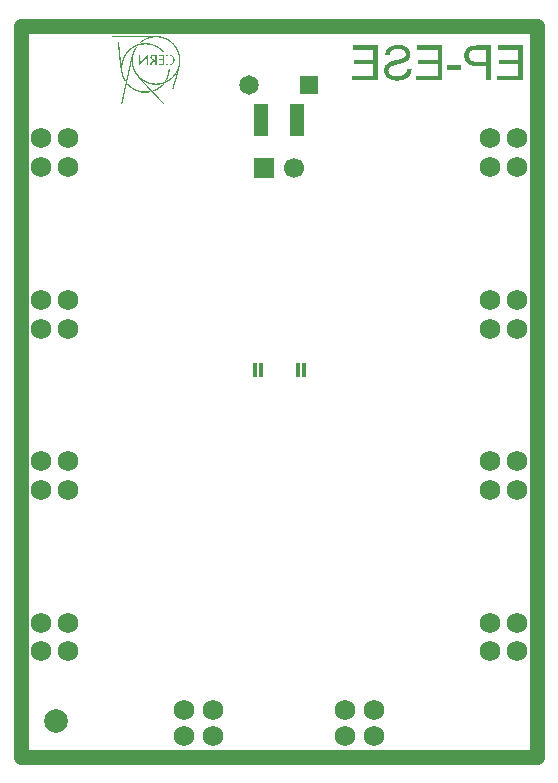
<source format=gbs>
G04*
G04 #@! TF.GenerationSoftware,Altium Limited,Altium Designer,24.2.2 (26)*
G04*
G04 Layer_Color=16711935*
%FSLAX26Y26*%
%MOIN*%
G70*
G04*
G04 #@! TF.SameCoordinates,B184214D-E36B-41BB-B0D7-08C86D9F1EC7*
G04*
G04*
G04 #@! TF.FilePolarity,Negative*
G04*
G01*
G75*
%ADD27C,0.050000*%
%ADD28C,0.078740*%
%ADD29C,0.066929*%
%ADD30R,0.066929X0.066929*%
%ADD31C,0.064961*%
%ADD32R,0.064961X0.064961*%
%ADD53R,0.045276X0.106299*%
%ADD54R,0.004921X0.023622*%
%ADD55R,0.011811X0.047244*%
%ADD57C,0.069000*%
G36*
X451096Y2402652D02*
X453374D01*
Y2402518D01*
X455652D01*
Y2402384D01*
X457528D01*
Y2402250D01*
X458868D01*
Y2402116D01*
X460610D01*
Y2401982D01*
X461682D01*
Y2401848D01*
X462620D01*
Y2401714D01*
X463692D01*
Y2401580D01*
X464362D01*
Y2401446D01*
X465300D01*
Y2401312D01*
X466238D01*
Y2401178D01*
X466640D01*
Y2401044D01*
X467444D01*
Y2400910D01*
X468114D01*
Y2400776D01*
X468784D01*
Y2400642D01*
X469320D01*
Y2400508D01*
X469856D01*
Y2400374D01*
X470526D01*
Y2400240D01*
X471062D01*
Y2400106D01*
X471464D01*
Y2399972D01*
X472134D01*
Y2399838D01*
X472536D01*
Y2399704D01*
X473072D01*
Y2399570D01*
X473608D01*
Y2399436D01*
X473876D01*
Y2399302D01*
X474412D01*
Y2399168D01*
X474948D01*
Y2399034D01*
X475350D01*
Y2398900D01*
X475752D01*
Y2398766D01*
X476154D01*
Y2398632D01*
X476556D01*
Y2398498D01*
X477092D01*
Y2398364D01*
X477360D01*
Y2398230D01*
X477762D01*
Y2398096D01*
X478164D01*
Y2397962D01*
X478432D01*
Y2397828D01*
X478834D01*
Y2397694D01*
X479236D01*
Y2397560D01*
X479504D01*
Y2397426D01*
X479906D01*
Y2397292D01*
X480174D01*
Y2397158D01*
X480576D01*
Y2397024D01*
X480978D01*
Y2396890D01*
X481246D01*
Y2396756D01*
X481648D01*
Y2396622D01*
X481916D01*
Y2396488D01*
X482184D01*
Y2396354D01*
X482586D01*
Y2396220D01*
X482854D01*
Y2396086D01*
X483122D01*
Y2395952D01*
X483524D01*
Y2395818D01*
X483659D01*
Y2395684D01*
X484060D01*
Y2395550D01*
X484328D01*
Y2395416D01*
X484596D01*
Y2395282D01*
X484998D01*
Y2395148D01*
X485267D01*
Y2395014D01*
X485534D01*
Y2394880D01*
X485803D01*
Y2394746D01*
X486070D01*
Y2394612D01*
X486339D01*
Y2394478D01*
X486606D01*
Y2394344D01*
X486875D01*
Y2394210D01*
X487142D01*
Y2394076D01*
X487411D01*
Y2393942D01*
X487679D01*
Y2393808D01*
X487947D01*
Y2393674D01*
X488081D01*
Y2393540D01*
X488483D01*
Y2393406D01*
X488617D01*
Y2393272D01*
X488885D01*
Y2393138D01*
X489287D01*
Y2393004D01*
X489421D01*
Y2392870D01*
X489689D01*
Y2392736D01*
X489957D01*
Y2392602D01*
X490091D01*
Y2392468D01*
X490359D01*
Y2392334D01*
X490627D01*
Y2392200D01*
X490895D01*
Y2392066D01*
X491163D01*
Y2391932D01*
X491297D01*
Y2391798D01*
X491565D01*
Y2391664D01*
X491833D01*
Y2391530D01*
X491967D01*
Y2391396D01*
X492235D01*
Y2391262D01*
X492503D01*
Y2391128D01*
X492637D01*
Y2390994D01*
X492905D01*
Y2390860D01*
X493039D01*
Y2390726D01*
X493307D01*
Y2390592D01*
X493575D01*
Y2390458D01*
X493709D01*
Y2390324D01*
X493977D01*
Y2390189D01*
X494111D01*
Y2390056D01*
X494379D01*
Y2389921D01*
X494647D01*
Y2389788D01*
X494781D01*
Y2389653D01*
X495049D01*
Y2389520D01*
X495183D01*
Y2389385D01*
X495317D01*
Y2389251D01*
X495585D01*
Y2389117D01*
X495719D01*
Y2388983D01*
X495987D01*
Y2388849D01*
X496255D01*
Y2388715D01*
X496389D01*
Y2388581D01*
X496523D01*
Y2388448D01*
X496791D01*
Y2388314D01*
X496925D01*
Y2388180D01*
X497193D01*
Y2388046D01*
X497327D01*
Y2387912D01*
X497461D01*
Y2387778D01*
X497729D01*
Y2387644D01*
X497863D01*
Y2387510D01*
X498131D01*
Y2387375D01*
X498265D01*
Y2387242D01*
X498399D01*
Y2387107D01*
X498667D01*
Y2386974D01*
X498801D01*
Y2386840D01*
X498935D01*
Y2386706D01*
X499203D01*
Y2386572D01*
X499337D01*
Y2386437D01*
X499471D01*
Y2386303D01*
X499739D01*
Y2386169D01*
X499873D01*
Y2386035D01*
X500007D01*
Y2385901D01*
X500141D01*
Y2385767D01*
X500409D01*
Y2385633D01*
X500543D01*
Y2385499D01*
X500677D01*
Y2385365D01*
X500811D01*
Y2385231D01*
X501079D01*
Y2385097D01*
X501213D01*
Y2384963D01*
X501347D01*
Y2384829D01*
X501481D01*
Y2384695D01*
X501749D01*
Y2384561D01*
X501883D01*
Y2384427D01*
X502017D01*
Y2384293D01*
X502151D01*
Y2384159D01*
X502285D01*
Y2384025D01*
X502553D01*
Y2383891D01*
X502687D01*
Y2383757D01*
X502821D01*
Y2383623D01*
X502955D01*
Y2383489D01*
X503089D01*
Y2383355D01*
X503223D01*
Y2383221D01*
X503491D01*
Y2383087D01*
X503625D01*
Y2382953D01*
X503759D01*
Y2382819D01*
X503893D01*
Y2382685D01*
X504027D01*
Y2382551D01*
X504161D01*
Y2382417D01*
X504429D01*
Y2382149D01*
X504697D01*
Y2382015D01*
X504831D01*
Y2381881D01*
X504965D01*
Y2381747D01*
X505099D01*
Y2381613D01*
X505233D01*
Y2381479D01*
X505367D01*
Y2381345D01*
X505501D01*
Y2381211D01*
X505635D01*
Y2381077D01*
X505769D01*
Y2380943D01*
X505903D01*
Y2380809D01*
X506037D01*
Y2380675D01*
X506305D01*
Y2380541D01*
X506439D01*
Y2380407D01*
X506573D01*
Y2380273D01*
X506707D01*
Y2380139D01*
X506841D01*
Y2380005D01*
X506975D01*
Y2379871D01*
X507109D01*
Y2379737D01*
X507243D01*
Y2379603D01*
X507377D01*
Y2379469D01*
X507511D01*
Y2379335D01*
X507645D01*
Y2379201D01*
X507779D01*
Y2379067D01*
X507913D01*
Y2378933D01*
X508047D01*
Y2378799D01*
X508181D01*
Y2378665D01*
X508315D01*
Y2378531D01*
X508449D01*
Y2378397D01*
X508583D01*
Y2378263D01*
X508717D01*
Y2378129D01*
X508851D01*
Y2377995D01*
X508985D01*
Y2377861D01*
X509119D01*
Y2377593D01*
X509253D01*
Y2377459D01*
X509387D01*
Y2377325D01*
X509521D01*
Y2377191D01*
X509655D01*
Y2377057D01*
X509789D01*
Y2376923D01*
X509923D01*
Y2376789D01*
X510057D01*
Y2376655D01*
X510191D01*
Y2376521D01*
X510325D01*
Y2376387D01*
X510459D01*
Y2376253D01*
X510593D01*
Y2376119D01*
X510727D01*
Y2375985D01*
X510861D01*
Y2375717D01*
X510995D01*
Y2375583D01*
X511129D01*
Y2375449D01*
X511263D01*
Y2375315D01*
X511397D01*
Y2375181D01*
X511531D01*
Y2375047D01*
X511665D01*
Y2374913D01*
X511799D01*
Y2374645D01*
X511933D01*
Y2374511D01*
X512067D01*
Y2374377D01*
X512201D01*
Y2374243D01*
X512335D01*
Y2374109D01*
X512469D01*
Y2373975D01*
X512603D01*
Y2373707D01*
X512737D01*
Y2373573D01*
X512871D01*
Y2373439D01*
X513005D01*
Y2373305D01*
X513139D01*
Y2373171D01*
X513273D01*
Y2372903D01*
X513407D01*
Y2372769D01*
X513541D01*
Y2372635D01*
X513675D01*
Y2372367D01*
X513809D01*
Y2372233D01*
X513943D01*
Y2372099D01*
X514077D01*
Y2371965D01*
X514211D01*
Y2371831D01*
X514345D01*
Y2371563D01*
X514479D01*
Y2371429D01*
X514613D01*
Y2371295D01*
X514747D01*
Y2371027D01*
X514881D01*
Y2370893D01*
X515015D01*
Y2370759D01*
X515149D01*
Y2370491D01*
X515283D01*
Y2370357D01*
X515417D01*
Y2370223D01*
X515551D01*
Y2369955D01*
X515685D01*
Y2369821D01*
X515819D01*
Y2369687D01*
X515953D01*
Y2369419D01*
X516087D01*
Y2369285D01*
X516221D01*
Y2369151D01*
X516355D01*
Y2368883D01*
X516489D01*
Y2368749D01*
X516623D01*
Y2368481D01*
X516757D01*
Y2368347D01*
X516891D01*
Y2368213D01*
X517025D01*
Y2367945D01*
X517159D01*
Y2367811D01*
X517293D01*
Y2367543D01*
X517427D01*
Y2367409D01*
X517562D01*
Y2367141D01*
X517695D01*
Y2367007D01*
X517830D01*
Y2366873D01*
X517963D01*
Y2366605D01*
X518097D01*
Y2366471D01*
X518231D01*
Y2366203D01*
X518365D01*
Y2365935D01*
X518500D01*
Y2365801D01*
X518634D01*
Y2365533D01*
X518768D01*
Y2365399D01*
X518902D01*
Y2365265D01*
X519035D01*
Y2364997D01*
X519169D01*
Y2364729D01*
X519303D01*
Y2364595D01*
X519438D01*
Y2364327D01*
X519572D01*
Y2364059D01*
X519706D01*
Y2363925D01*
X519840D01*
Y2363657D01*
X519973D01*
Y2363523D01*
X520107D01*
Y2363255D01*
X520241D01*
Y2362987D01*
X520376D01*
Y2362853D01*
X520510D01*
Y2362585D01*
X520644D01*
Y2362317D01*
X520778D01*
Y2362183D01*
X520912D01*
Y2361781D01*
X521045D01*
Y2361647D01*
X521179D01*
Y2361379D01*
X521314D01*
Y2361111D01*
X521447D01*
Y2360977D01*
X521582D01*
Y2360709D01*
X521716D01*
Y2360441D01*
X521850D01*
Y2360173D01*
X521984D01*
Y2359905D01*
X522118D01*
Y2359771D01*
X522252D01*
Y2359503D01*
X522386D01*
Y2359235D01*
X522520D01*
Y2358967D01*
X522654D01*
Y2358699D01*
X522788D01*
Y2358431D01*
X522922D01*
Y2358163D01*
X523056D01*
Y2357895D01*
X523190D01*
Y2357627D01*
X523324D01*
Y2357359D01*
X523458D01*
Y2357091D01*
X523592D01*
Y2356823D01*
X523726D01*
Y2356555D01*
X523860D01*
Y2356287D01*
X523994D01*
Y2356019D01*
X524128D01*
Y2355751D01*
X524262D01*
Y2355483D01*
X524396D01*
Y2355215D01*
X524530D01*
Y2354812D01*
X524664D01*
Y2354544D01*
X524798D01*
Y2354276D01*
X524932D01*
Y2354008D01*
X525066D01*
Y2353606D01*
X525200D01*
Y2353338D01*
X525334D01*
Y2353204D01*
X525468D01*
Y2352802D01*
X525602D01*
Y2352401D01*
X525736D01*
Y2352133D01*
X525870D01*
Y2351730D01*
X526004D01*
Y2351462D01*
X526138D01*
Y2351194D01*
X526272D01*
Y2350792D01*
X526406D01*
Y2350524D01*
X526540D01*
Y2350122D01*
X526674D01*
Y2349720D01*
X526808D01*
Y2349452D01*
X526942D01*
Y2349050D01*
X527076D01*
Y2348782D01*
X527210D01*
Y2348246D01*
X527344D01*
Y2347844D01*
X527478D01*
Y2347576D01*
X527612D01*
Y2347174D01*
X527746D01*
Y2346772D01*
X527880D01*
Y2346370D01*
X528014D01*
Y2345968D01*
X528148D01*
Y2345566D01*
X528282D01*
Y2345164D01*
X528416D01*
Y2344628D01*
X528550D01*
Y2344360D01*
X528684D01*
Y2343824D01*
X528818D01*
Y2343288D01*
X528952D01*
Y2342886D01*
X529086D01*
Y2342350D01*
X529220D01*
Y2341948D01*
X529354D01*
Y2341412D01*
X529488D01*
Y2340876D01*
X529622D01*
Y2340474D01*
X529756D01*
Y2339804D01*
X529890D01*
Y2339268D01*
X530024D01*
Y2338732D01*
X530158D01*
Y2337928D01*
X530292D01*
Y2337526D01*
X530426D01*
Y2336722D01*
X530560D01*
Y2335918D01*
X530694D01*
Y2335516D01*
X530828D01*
Y2334578D01*
X530962D01*
Y2333908D01*
X531096D01*
Y2332970D01*
X531230D01*
Y2331898D01*
X531364D01*
Y2331228D01*
X531498D01*
Y2329888D01*
X531632D01*
Y2328414D01*
X531766D01*
Y2327208D01*
X531900D01*
Y2324662D01*
X532034D01*
Y2317961D01*
X531900D01*
Y2315549D01*
X531766D01*
Y2314343D01*
X531632D01*
Y2312869D01*
X531498D01*
Y2311529D01*
X531364D01*
Y2310725D01*
X531230D01*
Y2309653D01*
X531096D01*
Y2308715D01*
X530962D01*
Y2307911D01*
X530828D01*
Y2306973D01*
X530694D01*
Y2306303D01*
X530560D01*
Y2305499D01*
X530426D01*
Y2304561D01*
X530292D01*
Y2304025D01*
X530158D01*
Y2303221D01*
X530024D01*
Y2302551D01*
X529890D01*
Y2301881D01*
X529756D01*
Y2301211D01*
X529622D01*
Y2300675D01*
X529488D01*
Y2300005D01*
X529354D01*
Y2299335D01*
X529220D01*
Y2298799D01*
X529086D01*
Y2298129D01*
X528952D01*
Y2297593D01*
X528818D01*
Y2297057D01*
X528684D01*
Y2296387D01*
X528550D01*
Y2295985D01*
X528416D01*
Y2295315D01*
X528282D01*
Y2294645D01*
X528148D01*
Y2294243D01*
X528014D01*
Y2293573D01*
X527880D01*
Y2293037D01*
X527746D01*
Y2292635D01*
X527612D01*
Y2291965D01*
X527478D01*
Y2291563D01*
X527344D01*
Y2291027D01*
X527210D01*
Y2290357D01*
X527076D01*
Y2289955D01*
X526942D01*
Y2289419D01*
X526808D01*
Y2288883D01*
X526674D01*
Y2288481D01*
X526540D01*
Y2287811D01*
X526406D01*
Y2287409D01*
X526272D01*
Y2286873D01*
X526138D01*
Y2286336D01*
X526004D01*
Y2285935D01*
X525870D01*
Y2285398D01*
X525736D01*
Y2284863D01*
X525602D01*
Y2284461D01*
X525468D01*
Y2283791D01*
X525334D01*
Y2283522D01*
X525200D01*
Y2282852D01*
X525066D01*
Y2282450D01*
X524932D01*
Y2282048D01*
X524798D01*
Y2281512D01*
X524664D01*
Y2280976D01*
X524530D01*
Y2280574D01*
X524396D01*
Y2280038D01*
X524262D01*
Y2279636D01*
X524128D01*
Y2279100D01*
X523994D01*
Y2278564D01*
X523860D01*
Y2278162D01*
X523726D01*
Y2277626D01*
X523592D01*
Y2277224D01*
X523458D01*
Y2276822D01*
X523324D01*
Y2276152D01*
X523190D01*
Y2275884D01*
X523056D01*
Y2275348D01*
X522922D01*
Y2274812D01*
X522788D01*
Y2274410D01*
X522654D01*
Y2273874D01*
X522520D01*
Y2273472D01*
X522386D01*
Y2272936D01*
X522252D01*
Y2272400D01*
X522118D01*
Y2272132D01*
X521984D01*
Y2271596D01*
X521850D01*
Y2271060D01*
X521716D01*
Y2270658D01*
X521582D01*
Y2270122D01*
X521447D01*
Y2269720D01*
X521314D01*
Y2269318D01*
X521179D01*
Y2268648D01*
X521045D01*
Y2268380D01*
X520912D01*
Y2267844D01*
X520778D01*
Y2267308D01*
X520644D01*
Y2266906D01*
X520510D01*
Y2266370D01*
X520376D01*
Y2265968D01*
X520241D01*
Y2265432D01*
X520107D01*
Y2264896D01*
X519973D01*
Y2264628D01*
X519840D01*
Y2264092D01*
X519706D01*
Y2263556D01*
X519572D01*
Y2263154D01*
X519438D01*
Y2262618D01*
X519303D01*
Y2262216D01*
X519169D01*
Y2261814D01*
X519035D01*
Y2261144D01*
X518902D01*
Y2260876D01*
X518768D01*
Y2260340D01*
X518634D01*
Y2259804D01*
X518500D01*
Y2259402D01*
X518365D01*
Y2258866D01*
X518231D01*
Y2258464D01*
X518097D01*
Y2258062D01*
X517963D01*
Y2257392D01*
X517830D01*
Y2257124D01*
X517695D01*
Y2256588D01*
X517562D01*
Y2256052D01*
X517427D01*
Y2255650D01*
X517293D01*
Y2255114D01*
X517159D01*
Y2254712D01*
X517025D01*
Y2254310D01*
X516891D01*
Y2253774D01*
X516757D01*
Y2253372D01*
X516623D01*
Y2252836D01*
X516489D01*
Y2252300D01*
X516355D01*
Y2252032D01*
X516221D01*
Y2251495D01*
X516087D01*
Y2250959D01*
X515953D01*
Y2250557D01*
X515819D01*
Y2250021D01*
X515685D01*
Y2249619D01*
X515551D01*
Y2249218D01*
X515417D01*
Y2248548D01*
X515283D01*
Y2248280D01*
X515149D01*
Y2247743D01*
X515015D01*
Y2247207D01*
X514881D01*
Y2246805D01*
X514747D01*
Y2246269D01*
X514613D01*
Y2245867D01*
X514479D01*
Y2245331D01*
X514345D01*
Y2244929D01*
X514211D01*
Y2244527D01*
X514077D01*
Y2243991D01*
X513943D01*
Y2243589D01*
X513809D01*
Y2243053D01*
X513675D01*
Y2242517D01*
X513541D01*
Y2242249D01*
X513407D01*
Y2241713D01*
X513273D01*
Y2241177D01*
X513139D01*
Y2240775D01*
X513005D01*
Y2240239D01*
X512871D01*
Y2239837D01*
X512737D01*
Y2239435D01*
X512603D01*
Y2238899D01*
X512469D01*
Y2238497D01*
X512335D01*
Y2237961D01*
X512201D01*
Y2237425D01*
X512067D01*
Y2237157D01*
X511933D01*
Y2236487D01*
X511799D01*
Y2236085D01*
X511665D01*
Y2235683D01*
X511531D01*
Y2235147D01*
X511397D01*
Y2234745D01*
X511263D01*
Y2234209D01*
X511129D01*
Y2233673D01*
X510995D01*
Y2233405D01*
X510861D01*
Y2232869D01*
X510727D01*
Y2232467D01*
X510593D01*
Y2231931D01*
X510459D01*
Y2231395D01*
X510325D01*
Y2230993D01*
X510191D01*
Y2230591D01*
X510057D01*
Y2230055D01*
X509923D01*
Y2229653D01*
X509789D01*
Y2229117D01*
X509655D01*
Y2228715D01*
X509521D01*
Y2228313D01*
X509387D01*
Y2227777D01*
X509253D01*
Y2227375D01*
X509119D01*
Y2227107D01*
X504965D01*
Y2227241D01*
X504831D01*
Y2227375D01*
X504965D01*
Y2227643D01*
X505099D01*
Y2228313D01*
X505233D01*
Y2228581D01*
X505367D01*
Y2229117D01*
X505501D01*
Y2229653D01*
X505635D01*
Y2229921D01*
X505769D01*
Y2230457D01*
X505903D01*
Y2230859D01*
X506037D01*
Y2231261D01*
X506171D01*
Y2231931D01*
X506305D01*
Y2232199D01*
X506439D01*
Y2232735D01*
X506573D01*
Y2233271D01*
X506707D01*
Y2233539D01*
X506841D01*
Y2234075D01*
X506975D01*
Y2234477D01*
X507109D01*
Y2234879D01*
X507243D01*
Y2235415D01*
X507377D01*
Y2235817D01*
X507511D01*
Y2236353D01*
X507645D01*
Y2236889D01*
X507779D01*
Y2237157D01*
X507913D01*
Y2237693D01*
X508047D01*
Y2238095D01*
X508181D01*
Y2238497D01*
X508315D01*
Y2239033D01*
X508449D01*
Y2239435D01*
X508583D01*
Y2239971D01*
X508717D01*
Y2240507D01*
X508851D01*
Y2240775D01*
X508985D01*
Y2241311D01*
X509119D01*
Y2241713D01*
X509253D01*
Y2242115D01*
X509387D01*
Y2242785D01*
X509521D01*
Y2243053D01*
X509655D01*
Y2243589D01*
X509789D01*
Y2244125D01*
X509923D01*
Y2244393D01*
X510057D01*
Y2244929D01*
X510191D01*
Y2245331D01*
X510325D01*
Y2245733D01*
X510459D01*
Y2246403D01*
X510593D01*
Y2246671D01*
X510727D01*
Y2247207D01*
X510861D01*
Y2247743D01*
X510995D01*
Y2248012D01*
X511129D01*
Y2248548D01*
X511263D01*
Y2248950D01*
X511397D01*
Y2249352D01*
X511531D01*
Y2250021D01*
X511665D01*
Y2250289D01*
X511799D01*
Y2250825D01*
X511933D01*
Y2251361D01*
X512067D01*
Y2251630D01*
X512201D01*
Y2252166D01*
X512335D01*
Y2252568D01*
X512469D01*
Y2253104D01*
X512603D01*
Y2253506D01*
X512737D01*
Y2253908D01*
X512871D01*
Y2254444D01*
X513005D01*
Y2254980D01*
X513139D01*
Y2255248D01*
X513273D01*
Y2255784D01*
X513407D01*
Y2256320D01*
X513541D01*
Y2256588D01*
X513675D01*
Y2257258D01*
X513809D01*
Y2257526D01*
X513943D01*
Y2258062D01*
X514077D01*
Y2258598D01*
X514211D01*
Y2258866D01*
X514345D01*
Y2259402D01*
X514479D01*
Y2259804D01*
X514613D01*
Y2260206D01*
X514747D01*
Y2260876D01*
X514881D01*
Y2261144D01*
X515015D01*
Y2261680D01*
X515149D01*
Y2262216D01*
X515283D01*
Y2262484D01*
X515417D01*
Y2263020D01*
X515551D01*
Y2263422D01*
X515685D01*
Y2263824D01*
X515819D01*
Y2264360D01*
X515953D01*
Y2264762D01*
X516087D01*
Y2265298D01*
X516221D01*
Y2265834D01*
X516355D01*
Y2266102D01*
X516489D01*
Y2266638D01*
X516623D01*
Y2267040D01*
X516757D01*
Y2267442D01*
X516891D01*
Y2267978D01*
X517025D01*
Y2268380D01*
X517159D01*
Y2268916D01*
X517293D01*
Y2269452D01*
X517427D01*
Y2269720D01*
X517562D01*
Y2270256D01*
X517695D01*
Y2270658D01*
X517830D01*
Y2271060D01*
X517963D01*
Y2271730D01*
X518097D01*
Y2271998D01*
X518231D01*
Y2272534D01*
X518365D01*
Y2273070D01*
X518500D01*
Y2273338D01*
X518634D01*
Y2273874D01*
X518768D01*
Y2274276D01*
X518902D01*
Y2274678D01*
X519035D01*
Y2275348D01*
X519169D01*
Y2275616D01*
X519303D01*
Y2276152D01*
X519438D01*
Y2276688D01*
X519572D01*
Y2276956D01*
X519706D01*
Y2277492D01*
X519840D01*
Y2277894D01*
X519973D01*
Y2278296D01*
X520107D01*
Y2278966D01*
X520241D01*
Y2279234D01*
X520376D01*
Y2279770D01*
X520510D01*
Y2280172D01*
X520644D01*
Y2280574D01*
X520778D01*
Y2280976D01*
X520510D01*
Y2280708D01*
X520376D01*
Y2280440D01*
X520241D01*
Y2280172D01*
X520107D01*
Y2279904D01*
X519973D01*
Y2279770D01*
X519840D01*
Y2279368D01*
X519706D01*
Y2279234D01*
X519572D01*
Y2278966D01*
X519438D01*
Y2278698D01*
X519303D01*
Y2278564D01*
X519169D01*
Y2278296D01*
X519035D01*
Y2278028D01*
X518902D01*
Y2277760D01*
X518768D01*
Y2277626D01*
X518634D01*
Y2277358D01*
X518500D01*
Y2277224D01*
X518365D01*
Y2276956D01*
X518231D01*
Y2276688D01*
X518097D01*
Y2276554D01*
X517963D01*
Y2276286D01*
X517830D01*
Y2276152D01*
X517695D01*
Y2275884D01*
X517562D01*
Y2275616D01*
X517427D01*
Y2275482D01*
X517293D01*
Y2275214D01*
X517159D01*
Y2275080D01*
X517025D01*
Y2274812D01*
X516891D01*
Y2274678D01*
X516757D01*
Y2274410D01*
X516623D01*
Y2274276D01*
X516489D01*
Y2274008D01*
X516355D01*
Y2273874D01*
X516221D01*
Y2273606D01*
X516087D01*
Y2273472D01*
X515953D01*
Y2273338D01*
X515819D01*
Y2273070D01*
X515685D01*
Y2272936D01*
X515551D01*
Y2272668D01*
X515417D01*
Y2272534D01*
X515283D01*
Y2272400D01*
X515149D01*
Y2272132D01*
X515015D01*
Y2271998D01*
X514881D01*
Y2271864D01*
X514747D01*
Y2271596D01*
X514613D01*
Y2271462D01*
X514479D01*
Y2271328D01*
X514345D01*
Y2271060D01*
X514211D01*
Y2270926D01*
X514077D01*
Y2270792D01*
X513943D01*
Y2270658D01*
X513809D01*
Y2270390D01*
X513675D01*
Y2270256D01*
X513541D01*
Y2270122D01*
X513407D01*
Y2269854D01*
X513273D01*
Y2269720D01*
X513139D01*
Y2269586D01*
X513005D01*
Y2269452D01*
X512871D01*
Y2269184D01*
X512737D01*
Y2269050D01*
X512603D01*
Y2268916D01*
X512469D01*
Y2268782D01*
X512335D01*
Y2268648D01*
X512201D01*
Y2268380D01*
X512067D01*
Y2268246D01*
X511933D01*
Y2268112D01*
X511799D01*
Y2267978D01*
X511665D01*
Y2267844D01*
X511531D01*
Y2267710D01*
X511397D01*
Y2267442D01*
X511263D01*
Y2267308D01*
X511129D01*
Y2267174D01*
X510995D01*
Y2267040D01*
X510861D01*
Y2266906D01*
X510727D01*
Y2266772D01*
X510593D01*
Y2266638D01*
X510459D01*
Y2266504D01*
X510325D01*
Y2266370D01*
X510191D01*
Y2266102D01*
X510057D01*
Y2265968D01*
X509923D01*
Y2265834D01*
X509789D01*
Y2265700D01*
X509655D01*
Y2265566D01*
X509521D01*
Y2265432D01*
X509387D01*
Y2265298D01*
X509253D01*
Y2265164D01*
X509119D01*
Y2265030D01*
X508985D01*
Y2264896D01*
X508851D01*
Y2264762D01*
X508717D01*
Y2264628D01*
X508583D01*
Y2264494D01*
X508449D01*
Y2264360D01*
X508315D01*
Y2264226D01*
X508181D01*
Y2264092D01*
X508047D01*
Y2263958D01*
X507913D01*
Y2263824D01*
X507779D01*
Y2263690D01*
X507645D01*
Y2263556D01*
X507511D01*
Y2263422D01*
X507377D01*
Y2263288D01*
X507243D01*
Y2263154D01*
X507109D01*
Y2263020D01*
X506975D01*
Y2262886D01*
X506841D01*
Y2262752D01*
X506707D01*
Y2262618D01*
X506573D01*
Y2262484D01*
X506439D01*
Y2262350D01*
X506305D01*
Y2262216D01*
X506171D01*
Y2262082D01*
X506037D01*
Y2261948D01*
X505903D01*
Y2261814D01*
X505769D01*
Y2261680D01*
X505635D01*
Y2261546D01*
X505501D01*
Y2261412D01*
X505233D01*
Y2261278D01*
X505099D01*
Y2261144D01*
X504965D01*
Y2261010D01*
X504831D01*
Y2260876D01*
X504697D01*
Y2260742D01*
X504563D01*
Y2260608D01*
X504429D01*
Y2260474D01*
X504295D01*
Y2260340D01*
X504027D01*
Y2260206D01*
X503893D01*
Y2260072D01*
X503759D01*
Y2259938D01*
X503625D01*
Y2259804D01*
X503491D01*
Y2259670D01*
X503357D01*
Y2259536D01*
X503089D01*
Y2259402D01*
X502955D01*
Y2259268D01*
X502821D01*
Y2259134D01*
X502687D01*
Y2259000D01*
X502553D01*
Y2258866D01*
X502285D01*
Y2258732D01*
X502151D01*
Y2258598D01*
X502017D01*
Y2258464D01*
X501883D01*
Y2258330D01*
X501749D01*
Y2258196D01*
X501615D01*
Y2258062D01*
X501347D01*
Y2257928D01*
X501213D01*
Y2257794D01*
X501079D01*
Y2257660D01*
X500811D01*
Y2257526D01*
X500677D01*
Y2257392D01*
X500543D01*
Y2257258D01*
X500275D01*
Y2257124D01*
X500141D01*
Y2256990D01*
X500007D01*
Y2256856D01*
X499873D01*
Y2256722D01*
X499605D01*
Y2256588D01*
X499471D01*
Y2256454D01*
X499337D01*
Y2256320D01*
X499069D01*
Y2256186D01*
X498935D01*
Y2256052D01*
X498801D01*
Y2255918D01*
X498533D01*
Y2255784D01*
X498399D01*
Y2255650D01*
X498265D01*
Y2255516D01*
X497997D01*
Y2255382D01*
X497863D01*
Y2255248D01*
X497595D01*
Y2255114D01*
X497461D01*
Y2254980D01*
X497327D01*
Y2254846D01*
X497059D01*
Y2254712D01*
X496791D01*
Y2254578D01*
X496657D01*
Y2254444D01*
X496389D01*
Y2254310D01*
X496255D01*
Y2254176D01*
X496121D01*
Y2254042D01*
X495853D01*
Y2253908D01*
X495719D01*
Y2253774D01*
X495451D01*
Y2253640D01*
X495317D01*
Y2253506D01*
X495049D01*
Y2253372D01*
X494781D01*
Y2253238D01*
X494647D01*
Y2253104D01*
X494513D01*
Y2252970D01*
X494245D01*
Y2252836D01*
X494111D01*
Y2252702D01*
X493709D01*
Y2252568D01*
X493575D01*
Y2252434D01*
X493307D01*
Y2252300D01*
X493173D01*
Y2252166D01*
X492905D01*
Y2252032D01*
X492771D01*
Y2251898D01*
X492503D01*
Y2251764D01*
X492235D01*
Y2251630D01*
X492101D01*
Y2251495D01*
X491833D01*
Y2251361D01*
X491565D01*
Y2251227D01*
X491297D01*
Y2251093D01*
X491163D01*
Y2250959D01*
X490895D01*
Y2250825D01*
X490627D01*
Y2250691D01*
X490493D01*
Y2250557D01*
X490225D01*
Y2250423D01*
X489957D01*
Y2250289D01*
X489689D01*
Y2250155D01*
X489421D01*
Y2250021D01*
X489287D01*
Y2249887D01*
X489019D01*
Y2249753D01*
X488617D01*
Y2249619D01*
X488483D01*
Y2249485D01*
X488215D01*
Y2249352D01*
X487947D01*
Y2249218D01*
X487679D01*
Y2249084D01*
X487411D01*
Y2248950D01*
X487142D01*
Y2248816D01*
X486875D01*
Y2248681D01*
X486606D01*
Y2248548D01*
X486339D01*
Y2248413D01*
X486070D01*
Y2248280D01*
X485803D01*
Y2248145D01*
X485534D01*
Y2248012D01*
X485267D01*
Y2247877D01*
X484998D01*
Y2247743D01*
X484596D01*
Y2247609D01*
X484328D01*
Y2247475D01*
X484060D01*
Y2247341D01*
X483793D01*
Y2247207D01*
X483524D01*
Y2247073D01*
X483257D01*
Y2246939D01*
X482854D01*
Y2246805D01*
X482586D01*
Y2246671D01*
X482184D01*
Y2246537D01*
X481916D01*
Y2246403D01*
X481648D01*
Y2246269D01*
X481246D01*
Y2246135D01*
X480978D01*
Y2246001D01*
X480576D01*
Y2245867D01*
X480174D01*
Y2245733D01*
X480040D01*
Y2245599D01*
X479638D01*
Y2245465D01*
X479102D01*
Y2245331D01*
X478968D01*
Y2245197D01*
X478432D01*
Y2245063D01*
X478164D01*
Y2244929D01*
X477762D01*
Y2244795D01*
X477360D01*
Y2244661D01*
X477092D01*
Y2244527D01*
X476556D01*
Y2244393D01*
X476154D01*
Y2244259D01*
X475886D01*
Y2244125D01*
X475350D01*
Y2243991D01*
X474948D01*
Y2243857D01*
X474546D01*
Y2243723D01*
X474010D01*
Y2243589D01*
X473742D01*
Y2243455D01*
X473206D01*
Y2243321D01*
X472670D01*
Y2243187D01*
X472402D01*
Y2243053D01*
X471732D01*
Y2242919D01*
X471330D01*
Y2242785D01*
X470794D01*
Y2242651D01*
X470124D01*
Y2242517D01*
X469722D01*
Y2242383D01*
X469186D01*
Y2242249D01*
X468516D01*
Y2242115D01*
X467980D01*
Y2241981D01*
X467310D01*
Y2241847D01*
X466774D01*
Y2241713D01*
X466104D01*
Y2241579D01*
X465166D01*
Y2241445D01*
X464630D01*
Y2241311D01*
X463692D01*
Y2241177D01*
X462888D01*
Y2241043D01*
X462084D01*
Y2240909D01*
X460878D01*
Y2240775D01*
X459940D01*
Y2240641D01*
X458734D01*
Y2240507D01*
X458600D01*
Y2240641D01*
X458466D01*
Y2240507D01*
X456858D01*
Y2240373D01*
X454982D01*
Y2240239D01*
X447075D01*
Y2240373D01*
X445333D01*
Y2240507D01*
X443457D01*
Y2240641D01*
X443323D01*
Y2240507D01*
X443189D01*
Y2240641D01*
X441983D01*
Y2240775D01*
X440911D01*
Y2240909D01*
X439705D01*
Y2241043D01*
X439035D01*
Y2241177D01*
X437963D01*
Y2241311D01*
X437025D01*
Y2241445D01*
X436489D01*
Y2241579D01*
X435685D01*
Y2241713D01*
X434881D01*
Y2241847D01*
X434345D01*
Y2241981D01*
X433675D01*
Y2242115D01*
X433005D01*
Y2242249D01*
X432469D01*
Y2242383D01*
X431799D01*
Y2242517D01*
X431397D01*
Y2242651D01*
X430727D01*
Y2242785D01*
X430191D01*
Y2242919D01*
X429789D01*
Y2243053D01*
X429119D01*
Y2243187D01*
X428851D01*
Y2243321D01*
X428315D01*
Y2243455D01*
X427779D01*
Y2243589D01*
X427511D01*
Y2243723D01*
X426841D01*
Y2243857D01*
X426439D01*
Y2243991D01*
X426171D01*
Y2244125D01*
X425635D01*
Y2244259D01*
X425367D01*
Y2244393D01*
X424831D01*
Y2244527D01*
X424429D01*
Y2244661D01*
X424161D01*
Y2244795D01*
X423625D01*
Y2244929D01*
X423357D01*
Y2245063D01*
X423089D01*
Y2245197D01*
X422553D01*
Y2245331D01*
X422285D01*
Y2245465D01*
X421883D01*
Y2245599D01*
X421615D01*
Y2245733D01*
X421347D01*
Y2245867D01*
X420945D01*
Y2246001D01*
X420543D01*
Y2246135D01*
X420275D01*
Y2246269D01*
X419873D01*
Y2246403D01*
X419739D01*
Y2246537D01*
X419337D01*
Y2246671D01*
X418935D01*
Y2246805D01*
X418801D01*
Y2246939D01*
X418399D01*
Y2247073D01*
X418130D01*
Y2247207D01*
X417863D01*
Y2247341D01*
X417461D01*
Y2247475D01*
X417327D01*
Y2247609D01*
X416925D01*
Y2247743D01*
X416656D01*
Y2247877D01*
X416522D01*
Y2248012D01*
X416120D01*
Y2248145D01*
X415853D01*
Y2248280D01*
X415584D01*
Y2248413D01*
X415317D01*
Y2248548D01*
X415183D01*
Y2248681D01*
X414781D01*
Y2248816D01*
X414512D01*
Y2248950D01*
X414378D01*
Y2249084D01*
X414110D01*
Y2249218D01*
X413842D01*
Y2249352D01*
X413574D01*
Y2249485D01*
X413306D01*
Y2249619D01*
X413172D01*
Y2249753D01*
X412770D01*
Y2249887D01*
X412636D01*
Y2250021D01*
X412368D01*
Y2250155D01*
X412100D01*
Y2250289D01*
X411966D01*
Y2250423D01*
X411698D01*
Y2250557D01*
X411430D01*
Y2250691D01*
X411296D01*
Y2250825D01*
X411028D01*
Y2250959D01*
X410760D01*
Y2251093D01*
X410626D01*
Y2251227D01*
X410358D01*
Y2251361D01*
X410090D01*
Y2251495D01*
X409956D01*
Y2251630D01*
X409688D01*
Y2251764D01*
X409554D01*
Y2251898D01*
X409286D01*
Y2252032D01*
X409152D01*
Y2252166D01*
X408884D01*
Y2252300D01*
X408616D01*
Y2252434D01*
X408482D01*
Y2252568D01*
X408348D01*
Y2252702D01*
X408080D01*
Y2252836D01*
X407946D01*
Y2252970D01*
X407678D01*
Y2253104D01*
X407544D01*
Y2253238D01*
X407410D01*
Y2253372D01*
X407142D01*
Y2253104D01*
X407276D01*
Y2252970D01*
X407410D01*
Y2252836D01*
X407544D01*
Y2252702D01*
X407678D01*
Y2252568D01*
X407812D01*
Y2252434D01*
X407946D01*
Y2252300D01*
X408080D01*
Y2252166D01*
X408214D01*
Y2252032D01*
X408348D01*
Y2251898D01*
X408482D01*
Y2251764D01*
X408616D01*
Y2251495D01*
X408750D01*
Y2251361D01*
X408884D01*
Y2251227D01*
X409018D01*
Y2251093D01*
X409152D01*
Y2250959D01*
X409286D01*
Y2250825D01*
X409420D01*
Y2250691D01*
X409554D01*
Y2250557D01*
X409688D01*
Y2250423D01*
X409822D01*
Y2250289D01*
X409956D01*
Y2250155D01*
X410090D01*
Y2250021D01*
X410224D01*
Y2249887D01*
X410358D01*
Y2249753D01*
X410492D01*
Y2249485D01*
X410626D01*
Y2249352D01*
X410760D01*
Y2249218D01*
X410894D01*
Y2249084D01*
X411028D01*
Y2248950D01*
X411162D01*
Y2248816D01*
X411296D01*
Y2248681D01*
X411430D01*
Y2248548D01*
X411564D01*
Y2248413D01*
X411698D01*
Y2248280D01*
X411832D01*
Y2248145D01*
X411966D01*
Y2248012D01*
X412100D01*
Y2247877D01*
X412234D01*
Y2247743D01*
X412368D01*
Y2247609D01*
X412502D01*
Y2247341D01*
X412636D01*
Y2247207D01*
X412770D01*
Y2247073D01*
X412904D01*
Y2246939D01*
X413038D01*
Y2246805D01*
X413172D01*
Y2246671D01*
X413306D01*
Y2246537D01*
X413440D01*
Y2246403D01*
X413574D01*
Y2246269D01*
X413709D01*
Y2246135D01*
X413842D01*
Y2246001D01*
X413976D01*
Y2245867D01*
X414110D01*
Y2245733D01*
X414245D01*
Y2245599D01*
X414378D01*
Y2245465D01*
X414512D01*
Y2245331D01*
X414647D01*
Y2245197D01*
X414781D01*
Y2244929D01*
X414914D01*
Y2244795D01*
X415048D01*
Y2244661D01*
X415183D01*
Y2244527D01*
X415317D01*
Y2244393D01*
X415450D01*
Y2244259D01*
X415584D01*
Y2244125D01*
X415719D01*
Y2243991D01*
X415853D01*
Y2243857D01*
X415986D01*
Y2243723D01*
X416120D01*
Y2243589D01*
X416255D01*
Y2243455D01*
X416389D01*
Y2243321D01*
X416522D01*
Y2243053D01*
X416791D01*
Y2242785D01*
X416925D01*
Y2242651D01*
X417058D01*
Y2242517D01*
X417192D01*
Y2242383D01*
X417327D01*
Y2242249D01*
X417461D01*
Y2242115D01*
X417594D01*
Y2241981D01*
X417729D01*
Y2241847D01*
X417863D01*
Y2241713D01*
X417997D01*
Y2241579D01*
X418130D01*
Y2241445D01*
X418265D01*
Y2241311D01*
X418399D01*
Y2241177D01*
X418533D01*
Y2241043D01*
X418667D01*
Y2240909D01*
X418801D01*
Y2240775D01*
X418935D01*
Y2240507D01*
X419069D01*
Y2240373D01*
X419203D01*
Y2240239D01*
X419337D01*
Y2240105D01*
X419471D01*
Y2239971D01*
X419605D01*
Y2239837D01*
X419739D01*
Y2239703D01*
X419873D01*
Y2239569D01*
X420007D01*
Y2239435D01*
X420141D01*
Y2239301D01*
X420275D01*
Y2239167D01*
X420409D01*
Y2239033D01*
X420543D01*
Y2238899D01*
X420677D01*
Y2238765D01*
X420811D01*
Y2238497D01*
X421079D01*
Y2238363D01*
X421213D01*
Y2238095D01*
X421347D01*
Y2237961D01*
X421481D01*
Y2237827D01*
X421615D01*
Y2237693D01*
X421749D01*
Y2237559D01*
X421883D01*
Y2237425D01*
X422017D01*
Y2237291D01*
X422151D01*
Y2237157D01*
X422285D01*
Y2237023D01*
X422419D01*
Y2236889D01*
X422553D01*
Y2236755D01*
X422687D01*
Y2236621D01*
X422821D01*
Y2236487D01*
X422955D01*
Y2236219D01*
X423089D01*
Y2236085D01*
X423223D01*
Y2235951D01*
X423357D01*
Y2235817D01*
X423491D01*
Y2235683D01*
X423625D01*
Y2235549D01*
X423759D01*
Y2235415D01*
X423893D01*
Y2235281D01*
X424027D01*
Y2235147D01*
X424161D01*
Y2235013D01*
X424295D01*
Y2234879D01*
X424429D01*
Y2234745D01*
X424563D01*
Y2234611D01*
X424697D01*
Y2234477D01*
X424831D01*
Y2234343D01*
X424965D01*
Y2234209D01*
X425099D01*
Y2233941D01*
X425233D01*
Y2233807D01*
X425367D01*
Y2233673D01*
X425501D01*
Y2233539D01*
X425635D01*
Y2233405D01*
X425769D01*
Y2233271D01*
X425903D01*
Y2233137D01*
X426037D01*
Y2233003D01*
X426171D01*
Y2232869D01*
X426305D01*
Y2232735D01*
X426439D01*
Y2232601D01*
X426573D01*
Y2232467D01*
X426707D01*
Y2232333D01*
X426841D01*
Y2232199D01*
X426975D01*
Y2232065D01*
X427109D01*
Y2231931D01*
X427243D01*
Y2231663D01*
X427377D01*
Y2231529D01*
X427511D01*
Y2231395D01*
X427645D01*
Y2231261D01*
X427779D01*
Y2231127D01*
X427913D01*
Y2230993D01*
X428047D01*
Y2230859D01*
X428181D01*
Y2230725D01*
X428315D01*
Y2230591D01*
X428449D01*
Y2230457D01*
X428583D01*
Y2230323D01*
X428717D01*
Y2230189D01*
X428851D01*
Y2230055D01*
X428985D01*
Y2229787D01*
X429119D01*
Y2229653D01*
X429253D01*
Y2229519D01*
X429387D01*
Y2229385D01*
X429521D01*
Y2229251D01*
X429655D01*
Y2229117D01*
X429789D01*
Y2228983D01*
X429923D01*
Y2228849D01*
X430057D01*
Y2228715D01*
X430191D01*
Y2228581D01*
X430325D01*
Y2228447D01*
X430459D01*
Y2228313D01*
X430593D01*
Y2228179D01*
X430727D01*
Y2228045D01*
X430861D01*
Y2227911D01*
X430995D01*
Y2227777D01*
X431129D01*
Y2227643D01*
X431263D01*
Y2227509D01*
X431397D01*
Y2227375D01*
X431531D01*
Y2227107D01*
X431665D01*
Y2226973D01*
X431799D01*
Y2226839D01*
X431933D01*
Y2226705D01*
X432067D01*
Y2226571D01*
X432201D01*
Y2226437D01*
X432335D01*
Y2226303D01*
X432469D01*
Y2226169D01*
X432603D01*
Y2226035D01*
X432737D01*
Y2225901D01*
X432871D01*
Y2225767D01*
X433005D01*
Y2225633D01*
X433139D01*
Y2225499D01*
X433273D01*
Y2225231D01*
X433407D01*
Y2225097D01*
X433541D01*
Y2224963D01*
X433675D01*
Y2224829D01*
X433809D01*
Y2224695D01*
X433943D01*
Y2224561D01*
X434077D01*
Y2224427D01*
X434211D01*
Y2224293D01*
X434345D01*
Y2224159D01*
X434479D01*
Y2224025D01*
X434613D01*
Y2223891D01*
X434747D01*
Y2223757D01*
X434881D01*
Y2223623D01*
X435015D01*
Y2223489D01*
X435149D01*
Y2223355D01*
X435283D01*
Y2223221D01*
X435417D01*
Y2222953D01*
X435551D01*
Y2222819D01*
X435685D01*
Y2222685D01*
X435819D01*
Y2222551D01*
X435953D01*
Y2222417D01*
X436087D01*
Y2222283D01*
X436221D01*
Y2222149D01*
X436355D01*
Y2222015D01*
X436489D01*
Y2221881D01*
X436623D01*
Y2221747D01*
X436757D01*
Y2221613D01*
X436891D01*
Y2221479D01*
X437025D01*
Y2221345D01*
X437159D01*
Y2221211D01*
X437293D01*
Y2220943D01*
X437561D01*
Y2220809D01*
X437695D01*
Y2220675D01*
X437829D01*
Y2220541D01*
X437963D01*
Y2220273D01*
X438097D01*
Y2220139D01*
X438231D01*
Y2220005D01*
X438365D01*
Y2219871D01*
X438499D01*
Y2219737D01*
X438633D01*
Y2219603D01*
X438767D01*
Y2219469D01*
X438901D01*
Y2219335D01*
X439035D01*
Y2219201D01*
X439169D01*
Y2219067D01*
X439303D01*
Y2218933D01*
X439437D01*
Y2218799D01*
X439571D01*
Y2218665D01*
X439705D01*
Y2218397D01*
X439839D01*
Y2218262D01*
X439973D01*
Y2218129D01*
X440107D01*
Y2217995D01*
X440241D01*
Y2217861D01*
X440375D01*
Y2217727D01*
X440509D01*
Y2217593D01*
X440643D01*
Y2217459D01*
X440777D01*
Y2217325D01*
X440911D01*
Y2217191D01*
X441045D01*
Y2217057D01*
X441179D01*
Y2216923D01*
X441313D01*
Y2216789D01*
X441447D01*
Y2216655D01*
X441581D01*
Y2216521D01*
X441715D01*
Y2216387D01*
X441849D01*
Y2216119D01*
X441983D01*
Y2215985D01*
X442117D01*
Y2215851D01*
X442251D01*
Y2215716D01*
X442385D01*
Y2215582D01*
X442519D01*
Y2215448D01*
X442653D01*
Y2215314D01*
X442787D01*
Y2215180D01*
X442921D01*
Y2215046D01*
X443055D01*
Y2214912D01*
X443189D01*
Y2214778D01*
X443323D01*
Y2214644D01*
X443457D01*
Y2214510D01*
X443591D01*
Y2214376D01*
X443725D01*
Y2214108D01*
X443859D01*
Y2213974D01*
X443993D01*
Y2213840D01*
X444127D01*
Y2213706D01*
X444261D01*
Y2213572D01*
X444395D01*
Y2213439D01*
X444529D01*
Y2213304D01*
X444663D01*
Y2213171D01*
X444797D01*
Y2213036D01*
X444931D01*
Y2212902D01*
X445065D01*
Y2212768D01*
X445199D01*
Y2212634D01*
X445333D01*
Y2212500D01*
X445467D01*
Y2212232D01*
X445601D01*
Y2212098D01*
X445735D01*
Y2211964D01*
X445869D01*
Y2211830D01*
X446003D01*
Y2211696D01*
X446137D01*
Y2211562D01*
X446271D01*
Y2211428D01*
X446405D01*
Y2211294D01*
X446539D01*
Y2211160D01*
X446673D01*
Y2211026D01*
X446807D01*
Y2210892D01*
X446941D01*
Y2210758D01*
X447075D01*
Y2210624D01*
X447209D01*
Y2210490D01*
X447343D01*
Y2210356D01*
X447477D01*
Y2210222D01*
X447611D01*
Y2210088D01*
X447745D01*
Y2209954D01*
X447880D01*
Y2209820D01*
X448013D01*
Y2209552D01*
X448147D01*
Y2209418D01*
X448281D01*
Y2209284D01*
X448415D01*
Y2209150D01*
X448549D01*
Y2209016D01*
X448683D01*
Y2208882D01*
X448817D01*
Y2208748D01*
X448951D01*
Y2208614D01*
X449086D01*
Y2208480D01*
X449219D01*
Y2208346D01*
X449353D01*
Y2208212D01*
X449487D01*
Y2208078D01*
X449622D01*
Y2207944D01*
X449755D01*
Y2207676D01*
X450024D01*
Y2207408D01*
X450158D01*
Y2207274D01*
X450291D01*
Y2207140D01*
X450425D01*
Y2207006D01*
X450560D01*
Y2206872D01*
X450693D01*
Y2206738D01*
X450827D01*
Y2206604D01*
X450962D01*
Y2206470D01*
X451096D01*
Y2206336D01*
X451229D01*
Y2206202D01*
X451364D01*
Y2206068D01*
X451498D01*
Y2205934D01*
X451632D01*
Y2205800D01*
X451765D01*
Y2205666D01*
X451900D01*
Y2205532D01*
X452034D01*
Y2205264D01*
X452168D01*
Y2205130D01*
X452302D01*
Y2204996D01*
X452435D01*
Y2204862D01*
X452570D01*
Y2204728D01*
X452704D01*
Y2204594D01*
X452838D01*
Y2204460D01*
X452971D01*
Y2204326D01*
X453106D01*
Y2204192D01*
X453240D01*
Y2204058D01*
X453374D01*
Y2203924D01*
X453508D01*
Y2203790D01*
X453642D01*
Y2203656D01*
X453776D01*
Y2203522D01*
X453910D01*
Y2203388D01*
X454044D01*
Y2203120D01*
X454312D01*
Y2202986D01*
X454446D01*
Y2202718D01*
X454580D01*
Y2202584D01*
X454714D01*
Y2202450D01*
X454848D01*
Y2202316D01*
X454982D01*
Y2202182D01*
X455116D01*
Y2202048D01*
X455250D01*
Y2201914D01*
X455384D01*
Y2201780D01*
X455518D01*
Y2201646D01*
X455652D01*
Y2201512D01*
X455786D01*
Y2201378D01*
X455920D01*
Y2201244D01*
X456054D01*
Y2201110D01*
X456188D01*
Y2200842D01*
X456322D01*
Y2200708D01*
X456456D01*
Y2200574D01*
X456590D01*
Y2200440D01*
X456724D01*
Y2200306D01*
X456858D01*
Y2200172D01*
X456992D01*
Y2200038D01*
X457126D01*
Y2199904D01*
X457260D01*
Y2199770D01*
X457394D01*
Y2199636D01*
X457528D01*
Y2199502D01*
X457662D01*
Y2199368D01*
X457796D01*
Y2199234D01*
X457930D01*
Y2199100D01*
X458064D01*
Y2198966D01*
X458198D01*
Y2198832D01*
X458332D01*
Y2198564D01*
X458466D01*
Y2198430D01*
X458600D01*
Y2198296D01*
X458734D01*
Y2198162D01*
X458868D01*
Y2198028D01*
X459002D01*
Y2197894D01*
X459136D01*
Y2197760D01*
X459270D01*
Y2197626D01*
X459404D01*
Y2197492D01*
X459538D01*
Y2197358D01*
X459672D01*
Y2197224D01*
X459806D01*
Y2197090D01*
X459940D01*
Y2196956D01*
X460074D01*
Y2196822D01*
X460208D01*
Y2196688D01*
X460342D01*
Y2196554D01*
X460476D01*
Y2196286D01*
X460610D01*
Y2196152D01*
X460744D01*
Y2196018D01*
X460878D01*
Y2195884D01*
X461012D01*
Y2195750D01*
X461146D01*
Y2195616D01*
X461280D01*
Y2195482D01*
X461414D01*
Y2195348D01*
X461548D01*
Y2195214D01*
X461682D01*
Y2195080D01*
X461816D01*
Y2194946D01*
X461950D01*
Y2194812D01*
X462084D01*
Y2194678D01*
X462218D01*
Y2194410D01*
X462352D01*
Y2194276D01*
X462486D01*
Y2194142D01*
X462620D01*
Y2194008D01*
X462754D01*
Y2193874D01*
X462888D01*
Y2193740D01*
X463022D01*
Y2193606D01*
X463156D01*
Y2193472D01*
X463290D01*
Y2193338D01*
X463424D01*
Y2193204D01*
X463558D01*
Y2193070D01*
X463692D01*
Y2192936D01*
X463826D01*
Y2192802D01*
X463960D01*
Y2192668D01*
X464094D01*
Y2192534D01*
X464228D01*
Y2192400D01*
X464362D01*
Y2192266D01*
X464496D01*
Y2192132D01*
X464630D01*
Y2191864D01*
X464764D01*
Y2191730D01*
X464898D01*
Y2191596D01*
X465032D01*
Y2191462D01*
X465166D01*
Y2191328D01*
X465300D01*
Y2191194D01*
X465434D01*
Y2191060D01*
X465568D01*
Y2190926D01*
X465702D01*
Y2190792D01*
X465836D01*
Y2190658D01*
X465970D01*
Y2190524D01*
X466104D01*
Y2190390D01*
X466238D01*
Y2190256D01*
X466372D01*
Y2190122D01*
X466506D01*
Y2189854D01*
X466640D01*
Y2189720D01*
X466774D01*
Y2189586D01*
X466908D01*
Y2189452D01*
X467042D01*
Y2189318D01*
X467176D01*
Y2189184D01*
X467310D01*
Y2189050D01*
X467444D01*
Y2188916D01*
X467578D01*
Y2188782D01*
X467712D01*
Y2188648D01*
X467846D01*
Y2188514D01*
X467980D01*
Y2188380D01*
X468114D01*
Y2188246D01*
X468248D01*
Y2188112D01*
X468382D01*
Y2187978D01*
X468516D01*
Y2187844D01*
X468650D01*
Y2187576D01*
X468784D01*
Y2187442D01*
X468918D01*
Y2187308D01*
X469052D01*
Y2187174D01*
X469186D01*
Y2187040D01*
X469320D01*
Y2186906D01*
X469454D01*
Y2186772D01*
X469588D01*
Y2186638D01*
X469722D01*
Y2186504D01*
X469856D01*
Y2186370D01*
X469990D01*
Y2186236D01*
X470124D01*
Y2186102D01*
X470258D01*
Y2185968D01*
X470392D01*
Y2185834D01*
X470526D01*
Y2185566D01*
X470794D01*
Y2185432D01*
X470928D01*
Y2185298D01*
X471062D01*
Y2185164D01*
X471196D01*
Y2184896D01*
X471330D01*
Y2184762D01*
X471464D01*
Y2184628D01*
X471598D01*
Y2184494D01*
X471732D01*
Y2184360D01*
X471866D01*
Y2184226D01*
X472000D01*
Y2184092D01*
X472134D01*
Y2183958D01*
X472268D01*
Y2183824D01*
X472402D01*
Y2183690D01*
X472536D01*
Y2183556D01*
X472670D01*
Y2183421D01*
X472804D01*
Y2183153D01*
X472938D01*
Y2183020D01*
X473072D01*
Y2182885D01*
X473206D01*
Y2182752D01*
X473340D01*
Y2182617D01*
X473474D01*
Y2182483D01*
X473608D01*
Y2182349D01*
X473742D01*
Y2182215D01*
X473876D01*
Y2182081D01*
X474010D01*
Y2181948D01*
X474144D01*
Y2181814D01*
X474278D01*
Y2181680D01*
X474412D01*
Y2181546D01*
X474546D01*
Y2181412D01*
X474680D01*
Y2181278D01*
X474814D01*
Y2181010D01*
X474948D01*
Y2180876D01*
X475082D01*
Y2180742D01*
X475216D01*
Y2180608D01*
X475350D01*
Y2180474D01*
X475484D01*
Y2180340D01*
X475618D01*
Y2180206D01*
X475752D01*
Y2180072D01*
X475886D01*
Y2179937D01*
X476020D01*
Y2179803D01*
X476154D01*
Y2179669D01*
X476288D01*
Y2179535D01*
X476422D01*
Y2179401D01*
X476556D01*
Y2179267D01*
X476690D01*
Y2179133D01*
X476824D01*
Y2178999D01*
X476958D01*
Y2178731D01*
X477092D01*
Y2178597D01*
X477226D01*
Y2178463D01*
X477360D01*
Y2178329D01*
X477494D01*
Y2178195D01*
X477628D01*
Y2178061D01*
X477762D01*
Y2177927D01*
X477896D01*
Y2177793D01*
X478030D01*
Y2177659D01*
X472536D01*
Y2177793D01*
X472402D01*
Y2177927D01*
X472268D01*
Y2178061D01*
X472134D01*
Y2178195D01*
X472000D01*
Y2178329D01*
X471866D01*
Y2178463D01*
X471732D01*
Y2178597D01*
X471598D01*
Y2178731D01*
X471464D01*
Y2178865D01*
X471330D01*
Y2178999D01*
X471196D01*
Y2179133D01*
X471062D01*
Y2179401D01*
X470794D01*
Y2179669D01*
X470660D01*
Y2179803D01*
X470526D01*
Y2179937D01*
X470392D01*
Y2180072D01*
X470258D01*
Y2180206D01*
X470124D01*
Y2180340D01*
X469990D01*
Y2180474D01*
X469856D01*
Y2180608D01*
X469722D01*
Y2180742D01*
X469588D01*
Y2180876D01*
X469454D01*
Y2181010D01*
X469320D01*
Y2181144D01*
X469186D01*
Y2181278D01*
X469052D01*
Y2181546D01*
X468918D01*
Y2181680D01*
X468784D01*
Y2181814D01*
X468650D01*
Y2181948D01*
X468516D01*
Y2182081D01*
X468382D01*
Y2182215D01*
X468248D01*
Y2182349D01*
X468114D01*
Y2182483D01*
X467980D01*
Y2182617D01*
X467846D01*
Y2182752D01*
X467712D01*
Y2182885D01*
X467578D01*
Y2183020D01*
X467444D01*
Y2183153D01*
X467310D01*
Y2183288D01*
X467176D01*
Y2183421D01*
X467042D01*
Y2183556D01*
X466908D01*
Y2183824D01*
X466774D01*
Y2183958D01*
X466640D01*
Y2184092D01*
X466506D01*
Y2184226D01*
X466372D01*
Y2184360D01*
X466238D01*
Y2184494D01*
X466104D01*
Y2184628D01*
X465970D01*
Y2184762D01*
X465836D01*
Y2184896D01*
X465702D01*
Y2185030D01*
X465568D01*
Y2185164D01*
X465434D01*
Y2185298D01*
X465300D01*
Y2185432D01*
X465166D01*
Y2185566D01*
X465032D01*
Y2185834D01*
X464898D01*
Y2185968D01*
X464764D01*
Y2186102D01*
X464630D01*
Y2186236D01*
X464496D01*
Y2186370D01*
X464362D01*
Y2186504D01*
X464228D01*
Y2186638D01*
X464094D01*
Y2186772D01*
X463960D01*
Y2186906D01*
X463826D01*
Y2187040D01*
X463692D01*
Y2187174D01*
X463558D01*
Y2187308D01*
X463424D01*
Y2187442D01*
X463290D01*
Y2187576D01*
X463156D01*
Y2187710D01*
X463022D01*
Y2187978D01*
X462888D01*
Y2188112D01*
X462754D01*
Y2188246D01*
X462620D01*
Y2188380D01*
X462486D01*
Y2188514D01*
X462352D01*
Y2188648D01*
X462218D01*
Y2188782D01*
X462084D01*
Y2188916D01*
X461950D01*
Y2189050D01*
X461816D01*
Y2189184D01*
X461682D01*
Y2189318D01*
X461548D01*
Y2189452D01*
X461414D01*
Y2189586D01*
X461280D01*
Y2189720D01*
X461146D01*
Y2189854D01*
X461012D01*
Y2189988D01*
X460878D01*
Y2190122D01*
X460744D01*
Y2190390D01*
X460610D01*
Y2190524D01*
X460476D01*
Y2190658D01*
X460342D01*
Y2190792D01*
X460208D01*
Y2190926D01*
X460074D01*
Y2191060D01*
X459940D01*
Y2191194D01*
X459806D01*
Y2191328D01*
X459672D01*
Y2191462D01*
X459538D01*
Y2191596D01*
X459404D01*
Y2191730D01*
X459270D01*
Y2191864D01*
X459136D01*
Y2191998D01*
X459002D01*
Y2192266D01*
X458734D01*
Y2192400D01*
X458600D01*
Y2192668D01*
X458466D01*
Y2192802D01*
X458332D01*
Y2192936D01*
X458198D01*
Y2193070D01*
X458064D01*
Y2193204D01*
X457930D01*
Y2193338D01*
X457796D01*
Y2193472D01*
X457662D01*
Y2193606D01*
X457528D01*
Y2193740D01*
X457394D01*
Y2193874D01*
X457260D01*
Y2194008D01*
X457126D01*
Y2194142D01*
X456992D01*
Y2194276D01*
X456858D01*
Y2194410D01*
X456724D01*
Y2194678D01*
X456590D01*
Y2194812D01*
X456456D01*
Y2194946D01*
X456322D01*
Y2195080D01*
X456188D01*
Y2195214D01*
X456054D01*
Y2195348D01*
X455920D01*
Y2195482D01*
X455786D01*
Y2195616D01*
X455652D01*
Y2195750D01*
X455518D01*
Y2195884D01*
X455384D01*
Y2196018D01*
X455250D01*
Y2196152D01*
X455116D01*
Y2196286D01*
X454982D01*
Y2196420D01*
X454848D01*
Y2196554D01*
X454714D01*
Y2196688D01*
X454580D01*
Y2196822D01*
X454446D01*
Y2196956D01*
X454312D01*
Y2197224D01*
X454178D01*
Y2197358D01*
X454044D01*
Y2197492D01*
X453910D01*
Y2197626D01*
X453776D01*
Y2197760D01*
X453642D01*
Y2197894D01*
X453508D01*
Y2198028D01*
X453374D01*
Y2198162D01*
X453240D01*
Y2198296D01*
X453106D01*
Y2198430D01*
X452971D01*
Y2198564D01*
X452838D01*
Y2198698D01*
X452704D01*
Y2198832D01*
X452570D01*
Y2199100D01*
X452435D01*
Y2199234D01*
X452302D01*
Y2199368D01*
X452168D01*
Y2199502D01*
X452034D01*
Y2199636D01*
X451900D01*
Y2199770D01*
X451765D01*
Y2199904D01*
X451632D01*
Y2200038D01*
X451498D01*
Y2200172D01*
X451364D01*
Y2200306D01*
X451229D01*
Y2200440D01*
X451096D01*
Y2200574D01*
X450962D01*
Y2200708D01*
X450827D01*
Y2200842D01*
X450693D01*
Y2200976D01*
X450560D01*
Y2201110D01*
X450425D01*
Y2201378D01*
X450291D01*
Y2201512D01*
X450158D01*
Y2201646D01*
X450024D01*
Y2201780D01*
X449889D01*
Y2201914D01*
X449755D01*
Y2202048D01*
X449622D01*
Y2202182D01*
X449487D01*
Y2202316D01*
X449353D01*
Y2202450D01*
X449219D01*
Y2202584D01*
X449086D01*
Y2202718D01*
X448951D01*
Y2202852D01*
X448817D01*
Y2202986D01*
X448683D01*
Y2203120D01*
X448549D01*
Y2203388D01*
X448281D01*
Y2203656D01*
X448147D01*
Y2203790D01*
X448013D01*
Y2203924D01*
X447880D01*
Y2204058D01*
X447745D01*
Y2204192D01*
X447611D01*
Y2204326D01*
X447477D01*
Y2204460D01*
X447343D01*
Y2204594D01*
X447209D01*
Y2204728D01*
X447075D01*
Y2204862D01*
X446941D01*
Y2204996D01*
X446807D01*
Y2205130D01*
X446673D01*
Y2205264D01*
X446539D01*
Y2205532D01*
X446405D01*
Y2205666D01*
X446271D01*
Y2205800D01*
X446137D01*
Y2205934D01*
X446003D01*
Y2206068D01*
X445869D01*
Y2206202D01*
X445735D01*
Y2206336D01*
X445601D01*
Y2206470D01*
X445467D01*
Y2206604D01*
X445333D01*
Y2206738D01*
X445199D01*
Y2206872D01*
X445065D01*
Y2207006D01*
X444931D01*
Y2207140D01*
X444797D01*
Y2207274D01*
X444663D01*
Y2207408D01*
X444529D01*
Y2207542D01*
X444395D01*
Y2207676D01*
X444261D01*
Y2207810D01*
X444127D01*
Y2207944D01*
X443993D01*
Y2208212D01*
X443859D01*
Y2208346D01*
X443725D01*
Y2208480D01*
X443591D01*
Y2208614D01*
X443457D01*
Y2208748D01*
X443323D01*
Y2208882D01*
X443189D01*
Y2209016D01*
X443055D01*
Y2209150D01*
X442921D01*
Y2209284D01*
X442787D01*
Y2209418D01*
X442653D01*
Y2209552D01*
X442519D01*
Y2209686D01*
X442385D01*
Y2209820D01*
X442251D01*
Y2210088D01*
X442117D01*
Y2210222D01*
X441849D01*
Y2210490D01*
X441715D01*
Y2210624D01*
X441581D01*
Y2210758D01*
X441447D01*
Y2210892D01*
X441313D01*
Y2211026D01*
X441179D01*
Y2211160D01*
X441045D01*
Y2211294D01*
X440911D01*
Y2211428D01*
X440777D01*
Y2211562D01*
X440643D01*
Y2211696D01*
X440509D01*
Y2211830D01*
X440375D01*
Y2211964D01*
X440241D01*
Y2212098D01*
X440107D01*
Y2212232D01*
X439973D01*
Y2212500D01*
X439839D01*
Y2212634D01*
X439705D01*
Y2212768D01*
X439571D01*
Y2212902D01*
X439437D01*
Y2213036D01*
X439303D01*
Y2213171D01*
X439169D01*
Y2213304D01*
X439035D01*
Y2213439D01*
X438901D01*
Y2213572D01*
X438767D01*
Y2213706D01*
X438633D01*
Y2213840D01*
X438499D01*
Y2213974D01*
X438365D01*
Y2214108D01*
X438231D01*
Y2214242D01*
X438097D01*
Y2214376D01*
X437963D01*
Y2214510D01*
X437829D01*
Y2214644D01*
X437695D01*
Y2214778D01*
X437561D01*
Y2215046D01*
X437427D01*
Y2215180D01*
X437293D01*
Y2215314D01*
X437159D01*
Y2215448D01*
X437025D01*
Y2215582D01*
X436891D01*
Y2215716D01*
X436757D01*
Y2215851D01*
X436623D01*
Y2215985D01*
X436489D01*
Y2216119D01*
X436355D01*
Y2216253D01*
X436221D01*
Y2216387D01*
X436087D01*
Y2216521D01*
X435953D01*
Y2216655D01*
X435819D01*
Y2216923D01*
X435685D01*
Y2217057D01*
X435551D01*
Y2217191D01*
X435417D01*
Y2217325D01*
X435283D01*
Y2217459D01*
X435149D01*
Y2217593D01*
X435015D01*
Y2217727D01*
X434881D01*
Y2217861D01*
X434747D01*
Y2217995D01*
X434613D01*
Y2218129D01*
X434479D01*
Y2218262D01*
X434345D01*
Y2218397D01*
X434211D01*
Y2218530D01*
X434077D01*
Y2218665D01*
X433943D01*
Y2218799D01*
X433809D01*
Y2218933D01*
X433675D01*
Y2219067D01*
X433541D01*
Y2219335D01*
X433407D01*
Y2219469D01*
X433273D01*
Y2219603D01*
X433139D01*
Y2219737D01*
X433005D01*
Y2219871D01*
X432871D01*
Y2220005D01*
X432737D01*
Y2220139D01*
X432603D01*
Y2220273D01*
X432469D01*
Y2220407D01*
X432335D01*
Y2220541D01*
X432201D01*
Y2220675D01*
X432067D01*
Y2220809D01*
X431933D01*
Y2220943D01*
X431799D01*
Y2221077D01*
X431665D01*
Y2221211D01*
X431531D01*
Y2221479D01*
X431397D01*
Y2221613D01*
X431263D01*
Y2221747D01*
X431129D01*
Y2221881D01*
X430995D01*
Y2222015D01*
X430861D01*
Y2222149D01*
X430727D01*
Y2222283D01*
X430593D01*
Y2222417D01*
X430459D01*
Y2222551D01*
X430325D01*
Y2222685D01*
X430191D01*
Y2222819D01*
X430057D01*
Y2222953D01*
X429923D01*
Y2223087D01*
X429789D01*
Y2223221D01*
X429655D01*
Y2223489D01*
X429521D01*
Y2223623D01*
X429387D01*
Y2223757D01*
X429253D01*
Y2223891D01*
X429119D01*
Y2224025D01*
X428985D01*
Y2224159D01*
X428851D01*
Y2224293D01*
X428717D01*
Y2224427D01*
X428583D01*
Y2224561D01*
X428449D01*
Y2224695D01*
X428315D01*
Y2224829D01*
X428181D01*
Y2224963D01*
X428047D01*
Y2225097D01*
X427913D01*
Y2225231D01*
X427779D01*
Y2225365D01*
X427645D01*
Y2225499D01*
X427511D01*
Y2225633D01*
X427377D01*
Y2225767D01*
X427243D01*
Y2226035D01*
X427109D01*
Y2226169D01*
X426975D01*
Y2226303D01*
X426841D01*
Y2226437D01*
X426707D01*
Y2226571D01*
X426573D01*
Y2226705D01*
X426439D01*
Y2226839D01*
X426305D01*
Y2226973D01*
X426171D01*
Y2227107D01*
X426037D01*
Y2227241D01*
X425903D01*
Y2227375D01*
X425769D01*
Y2227509D01*
X425635D01*
Y2227643D01*
X425501D01*
Y2227777D01*
X425367D01*
Y2228045D01*
X425099D01*
Y2228313D01*
X424965D01*
Y2228447D01*
X424831D01*
Y2228581D01*
X424697D01*
Y2228715D01*
X424563D01*
Y2228849D01*
X424429D01*
Y2228983D01*
X424295D01*
Y2229117D01*
X424161D01*
Y2229251D01*
X424027D01*
Y2229385D01*
X423893D01*
Y2229519D01*
X423759D01*
Y2229653D01*
X423625D01*
Y2229787D01*
X423491D01*
Y2229921D01*
X423357D01*
Y2230055D01*
X423223D01*
Y2230323D01*
X423089D01*
Y2230457D01*
X422955D01*
Y2230591D01*
X422821D01*
Y2230725D01*
X422687D01*
Y2230859D01*
X422553D01*
Y2230993D01*
X422419D01*
Y2231127D01*
X422285D01*
Y2231261D01*
X422151D01*
Y2231395D01*
X422017D01*
Y2231529D01*
X421883D01*
Y2231663D01*
X421749D01*
Y2231797D01*
X421615D01*
Y2231931D01*
X421481D01*
Y2232065D01*
X421347D01*
Y2232199D01*
X421213D01*
Y2232333D01*
X421079D01*
Y2232467D01*
X420945D01*
Y2232601D01*
X420811D01*
Y2232869D01*
X420677D01*
Y2233003D01*
X420543D01*
Y2233137D01*
X420409D01*
Y2233271D01*
X420275D01*
Y2233405D01*
X420141D01*
Y2233539D01*
X420007D01*
Y2233673D01*
X419873D01*
Y2233807D01*
X419739D01*
Y2233941D01*
X419605D01*
Y2234075D01*
X419471D01*
Y2234209D01*
X419337D01*
Y2234343D01*
X419203D01*
Y2234477D01*
X419069D01*
Y2234611D01*
X418935D01*
Y2234879D01*
X418801D01*
Y2235013D01*
X418667D01*
Y2235147D01*
X418533D01*
Y2235281D01*
X418399D01*
Y2235415D01*
X418265D01*
Y2235549D01*
X418130D01*
Y2235683D01*
X417997D01*
Y2235817D01*
X417863D01*
Y2235951D01*
X417729D01*
Y2236085D01*
X417594D01*
Y2236219D01*
X417461D01*
Y2236353D01*
X417327D01*
Y2236487D01*
X417192D01*
Y2236621D01*
X417058D01*
Y2236755D01*
X416925D01*
Y2236889D01*
X416791D01*
Y2237157D01*
X416656D01*
Y2237291D01*
X416522D01*
Y2237425D01*
X416389D01*
Y2237559D01*
X416255D01*
Y2237693D01*
X416120D01*
Y2237827D01*
X415986D01*
Y2237961D01*
X415853D01*
Y2238095D01*
X415719D01*
Y2238229D01*
X415584D01*
Y2238363D01*
X415450D01*
Y2238497D01*
X415317D01*
Y2238631D01*
X415183D01*
Y2238765D01*
X415048D01*
Y2238899D01*
X414914D01*
Y2239033D01*
X414781D01*
Y2239167D01*
X414647D01*
Y2239435D01*
X414512D01*
Y2239569D01*
X414378D01*
Y2239703D01*
X414245D01*
Y2239837D01*
X414110D01*
Y2239971D01*
X413976D01*
Y2240105D01*
X413842D01*
Y2240239D01*
X413709D01*
Y2240373D01*
X413574D01*
Y2240507D01*
X413440D01*
Y2240641D01*
X413306D01*
Y2240775D01*
X413172D01*
Y2240909D01*
X413038D01*
Y2241043D01*
X412904D01*
Y2241311D01*
X412770D01*
Y2241445D01*
X412636D01*
Y2241579D01*
X412502D01*
Y2241713D01*
X412368D01*
Y2241847D01*
X412234D01*
Y2241981D01*
X412100D01*
Y2242115D01*
X411966D01*
Y2242249D01*
X411832D01*
Y2242383D01*
X411698D01*
Y2242517D01*
X411564D01*
Y2242651D01*
X411430D01*
Y2242785D01*
X411296D01*
Y2242919D01*
X411162D01*
Y2243053D01*
X411028D01*
Y2243187D01*
X410894D01*
Y2243321D01*
X410760D01*
Y2243455D01*
X410626D01*
Y2243589D01*
X410492D01*
Y2243723D01*
X410358D01*
Y2243991D01*
X410224D01*
Y2244125D01*
X410090D01*
Y2244259D01*
X409956D01*
Y2244393D01*
X409822D01*
Y2244527D01*
X409688D01*
Y2244661D01*
X409554D01*
Y2244795D01*
X409420D01*
Y2244929D01*
X409286D01*
Y2245063D01*
X409152D01*
Y2245197D01*
X409018D01*
Y2245331D01*
X408884D01*
Y2245465D01*
X408750D01*
Y2245599D01*
X408616D01*
Y2245733D01*
X408482D01*
Y2245867D01*
X408348D01*
Y2246001D01*
X408214D01*
Y2246269D01*
X408080D01*
Y2246403D01*
X407946D01*
Y2246537D01*
X407812D01*
Y2246671D01*
X407678D01*
Y2246805D01*
X407544D01*
Y2246939D01*
X407410D01*
Y2247073D01*
X407276D01*
Y2247207D01*
X407142D01*
Y2247341D01*
X407008D01*
Y2247475D01*
X406874D01*
Y2247609D01*
X406740D01*
Y2247743D01*
X406606D01*
Y2247877D01*
X406472D01*
Y2248012D01*
X406338D01*
Y2248280D01*
X406204D01*
Y2248413D01*
X406070D01*
Y2248548D01*
X405936D01*
Y2248681D01*
X405802D01*
Y2248816D01*
X405668D01*
Y2248950D01*
X405534D01*
Y2249084D01*
X405400D01*
Y2249218D01*
X405266D01*
Y2249352D01*
X405132D01*
Y2249485D01*
X404998D01*
Y2249619D01*
X404864D01*
Y2249753D01*
X404730D01*
Y2249887D01*
X404596D01*
Y2250021D01*
X404462D01*
Y2250155D01*
X404328D01*
Y2250289D01*
X404194D01*
Y2250423D01*
X404060D01*
Y2250557D01*
X403926D01*
Y2250825D01*
X403792D01*
Y2250959D01*
X403658D01*
Y2251093D01*
X403524D01*
Y2251227D01*
X403390D01*
Y2251361D01*
X403256D01*
Y2251495D01*
X403122D01*
Y2251630D01*
X402988D01*
Y2251764D01*
X402854D01*
Y2251898D01*
X402720D01*
Y2252032D01*
X402586D01*
Y2252300D01*
X402452D01*
Y2252434D01*
X402318D01*
Y2252568D01*
X402184D01*
Y2252702D01*
X402050D01*
Y2252836D01*
X401916D01*
Y2252970D01*
X401782D01*
Y2253104D01*
X401648D01*
Y2253238D01*
X401514D01*
Y2253372D01*
X401380D01*
Y2253506D01*
X401246D01*
Y2253640D01*
X401112D01*
Y2253908D01*
X400978D01*
Y2254042D01*
X400844D01*
Y2254176D01*
X400710D01*
Y2254310D01*
X400576D01*
Y2254444D01*
X400442D01*
Y2254578D01*
X400308D01*
Y2254712D01*
X400174D01*
Y2254846D01*
X400040D01*
Y2254980D01*
X399906D01*
Y2255114D01*
X399772D01*
Y2255382D01*
X399638D01*
Y2255516D01*
X399504D01*
Y2255650D01*
X399370D01*
Y2255784D01*
X399236D01*
Y2255918D01*
X399102D01*
Y2256052D01*
X398968D01*
Y2256186D01*
X398834D01*
Y2256320D01*
X398700D01*
Y2256588D01*
X398566D01*
Y2256722D01*
X398432D01*
Y2256856D01*
X398298D01*
Y2256990D01*
X398164D01*
Y2257124D01*
X398030D01*
Y2257258D01*
X397896D01*
Y2257392D01*
X397762D01*
Y2257526D01*
X397628D01*
Y2257660D01*
X397494D01*
Y2257928D01*
X397360D01*
Y2258062D01*
X397226D01*
Y2258196D01*
X397092D01*
Y2258330D01*
X396958D01*
Y2258464D01*
X396824D01*
Y2258598D01*
X396690D01*
Y2258732D01*
X396556D01*
Y2259000D01*
X396422D01*
Y2259134D01*
X396288D01*
Y2259268D01*
X396154D01*
Y2259402D01*
X396020D01*
Y2259536D01*
X395886D01*
Y2259670D01*
X395752D01*
Y2259938D01*
X395618D01*
Y2260072D01*
X395484D01*
Y2260206D01*
X395350D01*
Y2260340D01*
X395216D01*
Y2260474D01*
X395082D01*
Y2260608D01*
X394948D01*
Y2260876D01*
X394680D01*
Y2261144D01*
X394546D01*
Y2261278D01*
X394412D01*
Y2261412D01*
X394278D01*
Y2261546D01*
X394144D01*
Y2261680D01*
X394010D01*
Y2261948D01*
X393876D01*
Y2262082D01*
X393742D01*
Y2262216D01*
X393608D01*
Y2262350D01*
X393474D01*
Y2262484D01*
X393340D01*
Y2262752D01*
X393206D01*
Y2262886D01*
X393072D01*
Y2263020D01*
X392938D01*
Y2263154D01*
X392804D01*
Y2263288D01*
X392670D01*
Y2263422D01*
X392536D01*
Y2263690D01*
X392402D01*
Y2263824D01*
X392268D01*
Y2263958D01*
X392134D01*
Y2264092D01*
X392000D01*
Y2264226D01*
X391866D01*
Y2264494D01*
X391732D01*
Y2264628D01*
X391598D01*
Y2264762D01*
X391464D01*
Y2264896D01*
X391330D01*
Y2265164D01*
X391196D01*
Y2265298D01*
X391062D01*
Y2265432D01*
X390928D01*
Y2265566D01*
X390794D01*
Y2265700D01*
X390660D01*
Y2265968D01*
X390526D01*
Y2266102D01*
X390392D01*
Y2266236D01*
X390258D01*
Y2266504D01*
X390124D01*
Y2266638D01*
X389990D01*
Y2266772D01*
X389856D01*
Y2266906D01*
X389722D01*
Y2267040D01*
X389588D01*
Y2267308D01*
X389454D01*
Y2267442D01*
X389320D01*
Y2267576D01*
X389186D01*
Y2267844D01*
X389052D01*
Y2267978D01*
X388918D01*
Y2268112D01*
X388784D01*
Y2268246D01*
X388650D01*
Y2268514D01*
X388516D01*
Y2268648D01*
X388382D01*
Y2268782D01*
X388248D01*
Y2269050D01*
X388114D01*
Y2269184D01*
X387980D01*
Y2269318D01*
X387846D01*
Y2269586D01*
X387712D01*
Y2269720D01*
X387578D01*
Y2269854D01*
X387444D01*
Y2269988D01*
X387310D01*
Y2270122D01*
X387176D01*
Y2270390D01*
X387042D01*
Y2270524D01*
X386908D01*
Y2270792D01*
X386774D01*
Y2270926D01*
X386640D01*
Y2271060D01*
X386506D01*
Y2271328D01*
X386372D01*
Y2271462D01*
X386238D01*
Y2271596D01*
X386104D01*
Y2271864D01*
X385970D01*
Y2271998D01*
X385836D01*
Y2272266D01*
X385702D01*
Y2272400D01*
X385568D01*
Y2272534D01*
X385434D01*
Y2272802D01*
X385300D01*
Y2272936D01*
X385166D01*
Y2273070D01*
X385032D01*
Y2273338D01*
X384898D01*
Y2273606D01*
X384764D01*
Y2273740D01*
X384630D01*
Y2274008D01*
X384496D01*
Y2274142D01*
X384362D01*
Y2274276D01*
X384228D01*
Y2274544D01*
X384094D01*
Y2274678D01*
X383959D01*
Y2274946D01*
X383826D01*
Y2275080D01*
X383692D01*
Y2275348D01*
X383558D01*
Y2275616D01*
X383424D01*
Y2275750D01*
X383289D01*
Y2276018D01*
X383156D01*
Y2276286D01*
X383022D01*
Y2276420D01*
X382888D01*
Y2276688D01*
X382753D01*
Y2276822D01*
X382620D01*
Y2277090D01*
X382486D01*
Y2277358D01*
X382351D01*
Y2277492D01*
X382217D01*
Y2277760D01*
X382084D01*
Y2277894D01*
X381950D01*
Y2278162D01*
X381815D01*
Y2278430D01*
X381682D01*
Y2278564D01*
X381548D01*
Y2278832D01*
X381413D01*
Y2279100D01*
X381279D01*
Y2279234D01*
X381146D01*
Y2279502D01*
X381012D01*
Y2279770D01*
X380877D01*
Y2279904D01*
X380743D01*
Y2280172D01*
X380610D01*
Y2280440D01*
X380475D01*
Y2280574D01*
X380341D01*
Y2280842D01*
X380207D01*
Y2280976D01*
X380074D01*
Y2281378D01*
X379939D01*
Y2281512D01*
X379805D01*
Y2281780D01*
X379671D01*
Y2282048D01*
X379537D01*
Y2282316D01*
X379404D01*
Y2282450D01*
X379269D01*
Y2282718D01*
X379135D01*
Y2282986D01*
X379001D01*
Y2283254D01*
X378868D01*
Y2283522D01*
X378733D01*
Y2283657D01*
X378599D01*
Y2284059D01*
X378465D01*
Y2284193D01*
X378331D01*
Y2284461D01*
X378197D01*
Y2284863D01*
X378063D01*
Y2284997D01*
X377929D01*
Y2285265D01*
X377795D01*
Y2285667D01*
X377661D01*
Y2285800D01*
X377527D01*
Y2286203D01*
X377393D01*
Y2286336D01*
X377259D01*
Y2286605D01*
X377125D01*
Y2287006D01*
X376991D01*
Y2287274D01*
X376857D01*
Y2287543D01*
X376723D01*
Y2287811D01*
X376589D01*
Y2288079D01*
X376455D01*
Y2288481D01*
X376321D01*
Y2288749D01*
X376187D01*
Y2289017D01*
X376053D01*
Y2289419D01*
X375919D01*
Y2289553D01*
X375785D01*
Y2289955D01*
X375651D01*
Y2290357D01*
X375517D01*
Y2290491D01*
X375383D01*
Y2290893D01*
X375249D01*
Y2291295D01*
X375115D01*
Y2291563D01*
X374981D01*
Y2291965D01*
X374847D01*
Y2292233D01*
X374713D01*
Y2292635D01*
X374579D01*
Y2293037D01*
X374445D01*
Y2293305D01*
X374311D01*
Y2293707D01*
X374177D01*
Y2294109D01*
X374043D01*
Y2294377D01*
X373909D01*
Y2294913D01*
X373775D01*
Y2295181D01*
X373641D01*
Y2295717D01*
X373507D01*
Y2296119D01*
X373373D01*
Y2296387D01*
X373239D01*
Y2296923D01*
X373105D01*
Y2297325D01*
X372971D01*
Y2297727D01*
X372837D01*
Y2298397D01*
X372703D01*
Y2298665D01*
X372569D01*
Y2299201D01*
X372435D01*
Y2299737D01*
X372301D01*
Y2300139D01*
X372167D01*
Y2300809D01*
X372033D01*
Y2301211D01*
X371899D01*
Y2301747D01*
X371765D01*
Y2302417D01*
X371631D01*
Y2302953D01*
X371497D01*
Y2303623D01*
X371363D01*
Y2304427D01*
X371229D01*
Y2304963D01*
X371095D01*
Y2305767D01*
X370961D01*
Y2306571D01*
X370827D01*
Y2307375D01*
X370693D01*
Y2308581D01*
X370559D01*
Y2309251D01*
X370425D01*
Y2310591D01*
X370291D01*
Y2312333D01*
X370157D01*
Y2313673D01*
X370023D01*
Y2319168D01*
X369755D01*
Y2318631D01*
X369621D01*
Y2317961D01*
X369487D01*
Y2317425D01*
X369353D01*
Y2316755D01*
X369219D01*
Y2316219D01*
X369085D01*
Y2315683D01*
X368951D01*
Y2314879D01*
X368817D01*
Y2314477D01*
X368683D01*
Y2313807D01*
X368549D01*
Y2313003D01*
X368415D01*
Y2312735D01*
X368281D01*
Y2311931D01*
X368147D01*
Y2311261D01*
X368013D01*
Y2310725D01*
X367879D01*
Y2310055D01*
X367745D01*
Y2309653D01*
X367611D01*
Y2308849D01*
X367477D01*
Y2308179D01*
X367343D01*
Y2307777D01*
X367209D01*
Y2307107D01*
X367075D01*
Y2306437D01*
X366941D01*
Y2305901D01*
X366807D01*
Y2305231D01*
X366673D01*
Y2304695D01*
X366539D01*
Y2304025D01*
X366405D01*
Y2303355D01*
X366271D01*
Y2302953D01*
X366137D01*
Y2302149D01*
X366003D01*
Y2301613D01*
X365869D01*
Y2301077D01*
X365735D01*
Y2300273D01*
X365601D01*
Y2299871D01*
X365467D01*
Y2299067D01*
X365333D01*
Y2298531D01*
X365199D01*
Y2297995D01*
X365065D01*
Y2297325D01*
X364931D01*
Y2296789D01*
X364797D01*
Y2296119D01*
X364663D01*
Y2295449D01*
X364529D01*
Y2294913D01*
X364395D01*
Y2294377D01*
X364261D01*
Y2293573D01*
X364127D01*
Y2293171D01*
X363993D01*
Y2292367D01*
X363859D01*
Y2291831D01*
X363725D01*
Y2291295D01*
X363591D01*
Y2290491D01*
X363457D01*
Y2290089D01*
X363323D01*
Y2289419D01*
X363189D01*
Y2288749D01*
X363055D01*
Y2288213D01*
X362921D01*
Y2287543D01*
X362787D01*
Y2287006D01*
X362653D01*
Y2286336D01*
X362519D01*
Y2285667D01*
X362385D01*
Y2285265D01*
X362251D01*
Y2284461D01*
X362117D01*
Y2283791D01*
X361983D01*
Y2283389D01*
X361849D01*
Y2282718D01*
X361715D01*
Y2282048D01*
X361581D01*
Y2281512D01*
X361447D01*
Y2280842D01*
X361313D01*
Y2280306D01*
X361179D01*
Y2279636D01*
X361045D01*
Y2278966D01*
X360911D01*
Y2278564D01*
X360777D01*
Y2277760D01*
X360643D01*
Y2277224D01*
X360509D01*
Y2276688D01*
X360375D01*
Y2276018D01*
X360241D01*
Y2275482D01*
X360107D01*
Y2274812D01*
X359973D01*
Y2274142D01*
X359839D01*
Y2273606D01*
X359705D01*
Y2272936D01*
X359571D01*
Y2272266D01*
X359437D01*
Y2271864D01*
X359303D01*
Y2271060D01*
X359169D01*
Y2270658D01*
X359035D01*
Y2269988D01*
X358901D01*
Y2269184D01*
X358767D01*
Y2268782D01*
X358633D01*
Y2267978D01*
X358499D01*
Y2267442D01*
X358365D01*
Y2266906D01*
X358231D01*
Y2266236D01*
X358097D01*
Y2265700D01*
X357963D01*
Y2265030D01*
X357829D01*
Y2264360D01*
X357695D01*
Y2263958D01*
X357561D01*
Y2263154D01*
X357427D01*
Y2262618D01*
X357293D01*
Y2262082D01*
X357159D01*
Y2261278D01*
X357025D01*
Y2260876D01*
X356891D01*
Y2260206D01*
X356757D01*
Y2259402D01*
X356623D01*
Y2259134D01*
X356489D01*
Y2258330D01*
X356355D01*
Y2257660D01*
X356221D01*
Y2257124D01*
X356087D01*
Y2256454D01*
X355953D01*
Y2256052D01*
X355819D01*
Y2255248D01*
X355685D01*
Y2254712D01*
X355551D01*
Y2254176D01*
X355417D01*
Y2253506D01*
X355283D01*
Y2252836D01*
X355149D01*
Y2252300D01*
X355015D01*
Y2251495D01*
X354881D01*
Y2251093D01*
X354747D01*
Y2250423D01*
X354613D01*
Y2249753D01*
X354479D01*
Y2249352D01*
X354345D01*
Y2248548D01*
X354211D01*
Y2248012D01*
X354077D01*
Y2247341D01*
X353943D01*
Y2246671D01*
X353809D01*
Y2246269D01*
X353675D01*
Y2245465D01*
X353541D01*
Y2244929D01*
X353407D01*
Y2244393D01*
X353273D01*
Y2243723D01*
X353139D01*
Y2243053D01*
X353005D01*
Y2242517D01*
X352871D01*
Y2241847D01*
X352737D01*
Y2241311D01*
X352603D01*
Y2240641D01*
X352469D01*
Y2239971D01*
X352335D01*
Y2239569D01*
X352201D01*
Y2238765D01*
X352067D01*
Y2238229D01*
X351933D01*
Y2237693D01*
X351799D01*
Y2237023D01*
X351665D01*
Y2236487D01*
X351531D01*
Y2235817D01*
X351397D01*
Y2235147D01*
X351263D01*
Y2234611D01*
X351129D01*
Y2233941D01*
X350995D01*
Y2233405D01*
X350861D01*
Y2232735D01*
X350727D01*
Y2232065D01*
X350593D01*
Y2231663D01*
X350459D01*
Y2230859D01*
X350325D01*
Y2230189D01*
X350191D01*
Y2229787D01*
X350057D01*
Y2229117D01*
X349923D01*
Y2228447D01*
X349789D01*
Y2227911D01*
X349655D01*
Y2227107D01*
X349521D01*
Y2226839D01*
X349387D01*
Y2226035D01*
X349253D01*
Y2225365D01*
X349118D01*
Y2224829D01*
X348985D01*
Y2224159D01*
X348851D01*
Y2223623D01*
X348717D01*
Y2223087D01*
X348582D01*
Y2222417D01*
X348449D01*
Y2221881D01*
X348315D01*
Y2221211D01*
X348180D01*
Y2220541D01*
X348046D01*
Y2220005D01*
X347913D01*
Y2219335D01*
X347779D01*
Y2218665D01*
X347644D01*
Y2218262D01*
X347510D01*
Y2217459D01*
X347377D01*
Y2217057D01*
X347243D01*
Y2216253D01*
X347108D01*
Y2215582D01*
X346974D01*
Y2215180D01*
X346841D01*
Y2214376D01*
X346707D01*
Y2213840D01*
X346572D01*
Y2213304D01*
X346438D01*
Y2212634D01*
X346305D01*
Y2212098D01*
X346171D01*
Y2211428D01*
X346036D01*
Y2210758D01*
X345902D01*
Y2210356D01*
X345769D01*
Y2209552D01*
X345634D01*
Y2208882D01*
X345500D01*
Y2208480D01*
X345366D01*
Y2207676D01*
X345233D01*
Y2207274D01*
X345098D01*
Y2206604D01*
X344964D01*
Y2205800D01*
X344830D01*
Y2205398D01*
X344696D01*
Y2204594D01*
X344562D01*
Y2204058D01*
X344428D01*
Y2203522D01*
X344294D01*
Y2202852D01*
X344160D01*
Y2202316D01*
X344026D01*
Y2201646D01*
X343892D01*
Y2201110D01*
X343758D01*
Y2200574D01*
X343624D01*
Y2199904D01*
X343490D01*
Y2199234D01*
X343356D01*
Y2198698D01*
X343222D01*
Y2197894D01*
X343088D01*
Y2197492D01*
X342954D01*
Y2196822D01*
X342820D01*
Y2196152D01*
X342686D01*
Y2195750D01*
X342552D01*
Y2194946D01*
X342418D01*
Y2194410D01*
X342284D01*
Y2193740D01*
X342150D01*
Y2193070D01*
X342016D01*
Y2192534D01*
X341882D01*
Y2191864D01*
X341748D01*
Y2191328D01*
X341614D01*
Y2190792D01*
X341480D01*
Y2190122D01*
X341346D01*
Y2189452D01*
X341212D01*
Y2188916D01*
X341078D01*
Y2188246D01*
X340944D01*
Y2187710D01*
X340810D01*
Y2187040D01*
X340676D01*
Y2186370D01*
X340542D01*
Y2185968D01*
X340408D01*
Y2185164D01*
X340274D01*
Y2184628D01*
X340140D01*
Y2184092D01*
X340006D01*
Y2183421D01*
X339872D01*
Y2182885D01*
X339738D01*
Y2182215D01*
X339604D01*
Y2181546D01*
X339470D01*
Y2181010D01*
X339336D01*
Y2180340D01*
X339202D01*
Y2179669D01*
X339068D01*
Y2179133D01*
X338934D01*
Y2178463D01*
X338800D01*
Y2178061D01*
X338666D01*
Y2177659D01*
X334244D01*
Y2177927D01*
X334378D01*
Y2178597D01*
X334512D01*
Y2179133D01*
X334646D01*
Y2179803D01*
X334780D01*
Y2180206D01*
X334914D01*
Y2181010D01*
X335048D01*
Y2181680D01*
X335182D01*
Y2182081D01*
X335316D01*
Y2182752D01*
X335450D01*
Y2183421D01*
X335584D01*
Y2183824D01*
X335718D01*
Y2184494D01*
X335852D01*
Y2185030D01*
X335986D01*
Y2185700D01*
X336120D01*
Y2186370D01*
X336254D01*
Y2186906D01*
X336388D01*
Y2187576D01*
X336522D01*
Y2188112D01*
X336656D01*
Y2188648D01*
X336790D01*
Y2189318D01*
X336924D01*
Y2189720D01*
X337058D01*
Y2190390D01*
X337192D01*
Y2191194D01*
X337326D01*
Y2191596D01*
X337460D01*
Y2192266D01*
X337594D01*
Y2192802D01*
X337728D01*
Y2193338D01*
X337862D01*
Y2194008D01*
X337996D01*
Y2194544D01*
X338130D01*
Y2195214D01*
X338264D01*
Y2195884D01*
X338398D01*
Y2196286D01*
X338532D01*
Y2197090D01*
X338666D01*
Y2197626D01*
X338800D01*
Y2198162D01*
X338934D01*
Y2198832D01*
X339068D01*
Y2199368D01*
X339202D01*
Y2199904D01*
X339336D01*
Y2200708D01*
X339470D01*
Y2201110D01*
X339604D01*
Y2201780D01*
X339738D01*
Y2202450D01*
X339872D01*
Y2202986D01*
X340006D01*
Y2203656D01*
X340140D01*
Y2204058D01*
X340274D01*
Y2204862D01*
X340408D01*
Y2205398D01*
X340542D01*
Y2205934D01*
X340676D01*
Y2206604D01*
X340810D01*
Y2207140D01*
X340944D01*
Y2207676D01*
X341078D01*
Y2208480D01*
X341212D01*
Y2208748D01*
X341346D01*
Y2209552D01*
X341480D01*
Y2210222D01*
X341614D01*
Y2210624D01*
X341748D01*
Y2211294D01*
X341882D01*
Y2211964D01*
X342016D01*
Y2212500D01*
X342150D01*
Y2213171D01*
X342284D01*
Y2213572D01*
X342418D01*
Y2214242D01*
X342552D01*
Y2214912D01*
X342686D01*
Y2215448D01*
X342820D01*
Y2216119D01*
X342954D01*
Y2216655D01*
X343088D01*
Y2217191D01*
X343222D01*
Y2217995D01*
X343356D01*
Y2218397D01*
X343490D01*
Y2219067D01*
X343624D01*
Y2219737D01*
X343758D01*
Y2220139D01*
X343892D01*
Y2220943D01*
X344026D01*
Y2221479D01*
X344160D01*
Y2222015D01*
X344294D01*
Y2222685D01*
X344428D01*
Y2223221D01*
X344562D01*
Y2223891D01*
X344696D01*
Y2224561D01*
X344830D01*
Y2224963D01*
X344964D01*
Y2225633D01*
X345098D01*
Y2226303D01*
X345233D01*
Y2226839D01*
X345366D01*
Y2227509D01*
X345500D01*
Y2227911D01*
X345634D01*
Y2228581D01*
X345769D01*
Y2229385D01*
X345902D01*
Y2229653D01*
X346036D01*
Y2230457D01*
X346171D01*
Y2230993D01*
X346305D01*
Y2231529D01*
X346438D01*
Y2232333D01*
X346572D01*
Y2232735D01*
X346707D01*
Y2233405D01*
X346841D01*
Y2234075D01*
X346974D01*
Y2234611D01*
X347108D01*
Y2235281D01*
X347243D01*
Y2235817D01*
X347377D01*
Y2236353D01*
X347510D01*
Y2237023D01*
X347644D01*
Y2237559D01*
X347779D01*
Y2238229D01*
X347913D01*
Y2238899D01*
X348046D01*
Y2239301D01*
X348180D01*
Y2240105D01*
X348315D01*
Y2240641D01*
X348449D01*
Y2241177D01*
X348582D01*
Y2241847D01*
X348717D01*
Y2242249D01*
X348851D01*
Y2242919D01*
X348985D01*
Y2243723D01*
X349118D01*
Y2244125D01*
X349253D01*
Y2244795D01*
X349387D01*
Y2245465D01*
X349521D01*
Y2245867D01*
X349655D01*
Y2246671D01*
X349789D01*
Y2247073D01*
X349923D01*
Y2247743D01*
X350057D01*
Y2248413D01*
X350191D01*
Y2248950D01*
X350325D01*
Y2249619D01*
X350459D01*
Y2250155D01*
X350593D01*
Y2250825D01*
X350727D01*
Y2251361D01*
X350861D01*
Y2251898D01*
X350995D01*
Y2252568D01*
X351129D01*
Y2253238D01*
X351263D01*
Y2253774D01*
X351397D01*
Y2254444D01*
X351531D01*
Y2254980D01*
X351665D01*
Y2255516D01*
X351799D01*
Y2256186D01*
X351933D01*
Y2256722D01*
X352067D01*
Y2257392D01*
X352201D01*
Y2258062D01*
X352335D01*
Y2258464D01*
X352469D01*
Y2259268D01*
X352603D01*
Y2259804D01*
X352737D01*
Y2260340D01*
X352871D01*
Y2261010D01*
X353005D01*
Y2261546D01*
X353139D01*
Y2262082D01*
X353273D01*
Y2262886D01*
X353407D01*
Y2263288D01*
X353541D01*
Y2263958D01*
X353675D01*
Y2264628D01*
X353809D01*
Y2265164D01*
X353943D01*
Y2265834D01*
X354077D01*
Y2266236D01*
X354211D01*
Y2267040D01*
X354345D01*
Y2267710D01*
X354479D01*
Y2268112D01*
X354613D01*
Y2268782D01*
X354747D01*
Y2269452D01*
X354881D01*
Y2269854D01*
X355015D01*
Y2270658D01*
X355149D01*
Y2271194D01*
X355283D01*
Y2271730D01*
X355417D01*
Y2272534D01*
X355551D01*
Y2272936D01*
X355685D01*
Y2273606D01*
X355819D01*
Y2274276D01*
X355953D01*
Y2274812D01*
X356087D01*
Y2275482D01*
X356221D01*
Y2275884D01*
X356355D01*
Y2276554D01*
X356489D01*
Y2277358D01*
X356623D01*
Y2277760D01*
X356757D01*
Y2278430D01*
X356891D01*
Y2279100D01*
X357025D01*
Y2279636D01*
X357159D01*
Y2280306D01*
X357293D01*
Y2280842D01*
X357427D01*
Y2281512D01*
X357561D01*
Y2282182D01*
X357695D01*
Y2282584D01*
X357829D01*
Y2283389D01*
X357963D01*
Y2283925D01*
X358097D01*
Y2284461D01*
X358231D01*
Y2285131D01*
X358365D01*
Y2285532D01*
X358499D01*
Y2286336D01*
X358633D01*
Y2287006D01*
X358767D01*
Y2287409D01*
X358901D01*
Y2288079D01*
X359035D01*
Y2288749D01*
X359169D01*
Y2289285D01*
X359303D01*
Y2289955D01*
X359437D01*
Y2290491D01*
X359571D01*
Y2291027D01*
X359705D01*
Y2291831D01*
X359839D01*
Y2292233D01*
X359973D01*
Y2293037D01*
X360107D01*
Y2293573D01*
X360241D01*
Y2294109D01*
X360375D01*
Y2294779D01*
X360509D01*
Y2295315D01*
X360643D01*
Y2295985D01*
X360777D01*
Y2296655D01*
X360911D01*
Y2297057D01*
X361045D01*
Y2297861D01*
X361179D01*
Y2298397D01*
X361313D01*
Y2299067D01*
X361447D01*
Y2299737D01*
X361581D01*
Y2300139D01*
X361715D01*
Y2300809D01*
X361849D01*
Y2301613D01*
X361983D01*
Y2302015D01*
X362117D01*
Y2302685D01*
X362251D01*
Y2303355D01*
X362385D01*
Y2303891D01*
X362519D01*
Y2304561D01*
X362653D01*
Y2305097D01*
X362787D01*
Y2305767D01*
X362921D01*
Y2306437D01*
X363055D01*
Y2306839D01*
X363189D01*
Y2307643D01*
X363323D01*
Y2308179D01*
X363457D01*
Y2308715D01*
X363591D01*
Y2309519D01*
X363725D01*
Y2310055D01*
X363859D01*
Y2310725D01*
X363993D01*
Y2311395D01*
X364127D01*
Y2311797D01*
X364261D01*
Y2312601D01*
X364395D01*
Y2313137D01*
X364529D01*
Y2313807D01*
X364663D01*
Y2314477D01*
X364797D01*
Y2315013D01*
X364931D01*
Y2315683D01*
X365065D01*
Y2316353D01*
X365199D01*
Y2316889D01*
X365333D01*
Y2317693D01*
X365467D01*
Y2318229D01*
X365601D01*
Y2318765D01*
X365735D01*
Y2319436D01*
X365869D01*
Y2319972D01*
X366003D01*
Y2320642D01*
X366137D01*
Y2321312D01*
X366271D01*
Y2321848D01*
X366405D01*
Y2322518D01*
X366539D01*
Y2323054D01*
X366673D01*
Y2323724D01*
X366807D01*
Y2324394D01*
X366941D01*
Y2324662D01*
X367075D01*
Y2325332D01*
X367209D01*
Y2326002D01*
X367343D01*
Y2326404D01*
X367477D01*
Y2327074D01*
X367611D01*
Y2327610D01*
X367745D01*
Y2328146D01*
X367879D01*
Y2328682D01*
X368013D01*
Y2329084D01*
X368147D01*
Y2329754D01*
X368281D01*
Y2330290D01*
X368415D01*
Y2330692D01*
X368549D01*
Y2331362D01*
X368683D01*
Y2331764D01*
X368817D01*
Y2332300D01*
X368951D01*
Y2332836D01*
X369085D01*
Y2333238D01*
X369219D01*
Y2333774D01*
X369353D01*
Y2334310D01*
X369487D01*
Y2334712D01*
X369621D01*
Y2335248D01*
X369755D01*
Y2335650D01*
X369889D01*
Y2336052D01*
X370023D01*
Y2336588D01*
X370157D01*
Y2336990D01*
X370291D01*
Y2337526D01*
X370425D01*
Y2338062D01*
X370559D01*
Y2338330D01*
X370693D01*
Y2338866D01*
X370827D01*
Y2339268D01*
X370961D01*
Y2339670D01*
X371095D01*
Y2340206D01*
X371229D01*
Y2340474D01*
X371363D01*
Y2340876D01*
X371497D01*
Y2341412D01*
X371631D01*
Y2341680D01*
X371765D01*
Y2342216D01*
X371899D01*
Y2342618D01*
X372033D01*
Y2342886D01*
X372167D01*
Y2343422D01*
X372301D01*
Y2343690D01*
X372435D01*
Y2344092D01*
X372569D01*
Y2344628D01*
X372703D01*
Y2344896D01*
X372837D01*
Y2345298D01*
X372971D01*
Y2345700D01*
X373105D01*
Y2345968D01*
X373239D01*
Y2346370D01*
X373373D01*
Y2346772D01*
X373507D01*
Y2347174D01*
X373641D01*
Y2347576D01*
X373775D01*
Y2347844D01*
X373909D01*
Y2348246D01*
X374043D01*
Y2348514D01*
X374177D01*
Y2348916D01*
X374311D01*
Y2349318D01*
X374445D01*
Y2349586D01*
X374579D01*
Y2349854D01*
X374713D01*
Y2350256D01*
X374847D01*
Y2350524D01*
X374981D01*
Y2350926D01*
X375115D01*
Y2351194D01*
X375249D01*
Y2351462D01*
X375383D01*
Y2351865D01*
X375517D01*
Y2352133D01*
X375651D01*
Y2352401D01*
X375785D01*
Y2352802D01*
X375919D01*
Y2352936D01*
X376053D01*
Y2353338D01*
X376187D01*
Y2353606D01*
X376321D01*
Y2353874D01*
X376455D01*
Y2354276D01*
X376589D01*
Y2354410D01*
X376723D01*
Y2354812D01*
X376857D01*
Y2355081D01*
X376991D01*
Y2355349D01*
X377125D01*
Y2355617D01*
X377259D01*
Y2355885D01*
X377393D01*
Y2356153D01*
X377527D01*
Y2356555D01*
X377661D01*
Y2356689D01*
X377795D01*
Y2356957D01*
X377929D01*
Y2357225D01*
X378063D01*
Y2357493D01*
X378197D01*
Y2357761D01*
X378331D01*
Y2358029D01*
X378465D01*
Y2358163D01*
X378599D01*
Y2358565D01*
X378733D01*
Y2358699D01*
X378868D01*
Y2358967D01*
X379001D01*
Y2359235D01*
X379135D01*
Y2359369D01*
X379269D01*
Y2359771D01*
X379404D01*
Y2359905D01*
X379537D01*
Y2360173D01*
X379671D01*
Y2360441D01*
X379805D01*
Y2360575D01*
X379939D01*
Y2360843D01*
X380074D01*
Y2361111D01*
X380207D01*
Y2361245D01*
X380341D01*
Y2361513D01*
X380475D01*
Y2361647D01*
X380610D01*
Y2361915D01*
X380743D01*
Y2362183D01*
X380877D01*
Y2362317D01*
X381012D01*
Y2362585D01*
X381146D01*
Y2362719D01*
X381279D01*
Y2362853D01*
X381413D01*
Y2363121D01*
X381548D01*
Y2363389D01*
X381682D01*
Y2363523D01*
X381815D01*
Y2363657D01*
X381950D01*
Y2363925D01*
X382084D01*
Y2364059D01*
X382217D01*
Y2364327D01*
X382351D01*
Y2364461D01*
X382486D01*
Y2364595D01*
X382620D01*
Y2364729D01*
X382753D01*
Y2364863D01*
X382888D01*
Y2364997D01*
X383156D01*
Y2365131D01*
X383424D01*
Y2365265D01*
X383692D01*
Y2365399D01*
X383959D01*
Y2365533D01*
X384228D01*
Y2365667D01*
X384630D01*
Y2365801D01*
X384764D01*
Y2365935D01*
X385166D01*
Y2366069D01*
X385434D01*
Y2366203D01*
X385702D01*
Y2366337D01*
X386104D01*
Y2366471D01*
X386372D01*
Y2366605D01*
X386640D01*
Y2366739D01*
X387042D01*
Y2366873D01*
X387310D01*
Y2367007D01*
X387712D01*
Y2367141D01*
X388114D01*
Y2367275D01*
X388382D01*
Y2367409D01*
X388918D01*
Y2367543D01*
X389320D01*
Y2367677D01*
X389722D01*
Y2367543D01*
X389588D01*
Y2367409D01*
X389454D01*
Y2367275D01*
X389320D01*
Y2367007D01*
X389186D01*
Y2366873D01*
X389052D01*
Y2366739D01*
X388918D01*
Y2366471D01*
X388784D01*
Y2366337D01*
X388650D01*
Y2366069D01*
X388516D01*
Y2365935D01*
X388382D01*
Y2365801D01*
X388248D01*
Y2365533D01*
X388114D01*
Y2365399D01*
X387980D01*
Y2365265D01*
X387846D01*
Y2364997D01*
X387712D01*
Y2364863D01*
X387578D01*
Y2364595D01*
X387444D01*
Y2364461D01*
X387310D01*
Y2364327D01*
X387176D01*
Y2364059D01*
X387042D01*
Y2363925D01*
X386908D01*
Y2363657D01*
X386774D01*
Y2363389D01*
X386640D01*
Y2363255D01*
X386506D01*
Y2363121D01*
X386372D01*
Y2362853D01*
X386238D01*
Y2362719D01*
X386104D01*
Y2362451D01*
X385970D01*
Y2362317D01*
X385836D01*
Y2362049D01*
X385702D01*
Y2361781D01*
X385568D01*
Y2361647D01*
X385434D01*
Y2361379D01*
X385300D01*
Y2361111D01*
X385166D01*
Y2360977D01*
X385032D01*
Y2360709D01*
X384898D01*
Y2360575D01*
X384764D01*
Y2360307D01*
X384630D01*
Y2360039D01*
X384496D01*
Y2359905D01*
X384362D01*
Y2359637D01*
X384228D01*
Y2359369D01*
X384094D01*
Y2359101D01*
X383959D01*
Y2358833D01*
X383826D01*
Y2358699D01*
X383692D01*
Y2358431D01*
X383558D01*
Y2358163D01*
X383424D01*
Y2357895D01*
X383289D01*
Y2357761D01*
X383156D01*
Y2357493D01*
X383022D01*
Y2357225D01*
X382888D01*
Y2356957D01*
X382753D01*
Y2356689D01*
X382620D01*
Y2356421D01*
X382486D01*
Y2356153D01*
X382351D01*
Y2355885D01*
X382217D01*
Y2355617D01*
X382084D01*
Y2355349D01*
X381950D01*
Y2355081D01*
X381815D01*
Y2354812D01*
X381682D01*
Y2354544D01*
X381548D01*
Y2354276D01*
X381413D01*
Y2354008D01*
X381279D01*
Y2353740D01*
X381146D01*
Y2353472D01*
X381012D01*
Y2353204D01*
X380877D01*
Y2352936D01*
X380743D01*
Y2352534D01*
X380610D01*
Y2352266D01*
X380475D01*
Y2351998D01*
X380341D01*
Y2351596D01*
X380207D01*
Y2351328D01*
X380074D01*
Y2351060D01*
X379939D01*
Y2350658D01*
X379805D01*
Y2350390D01*
X379671D01*
Y2349988D01*
X379537D01*
Y2349854D01*
X379404D01*
Y2349452D01*
X379269D01*
Y2349050D01*
X379135D01*
Y2348782D01*
X379001D01*
Y2348380D01*
X378868D01*
Y2347978D01*
X378733D01*
Y2347710D01*
X378599D01*
Y2347308D01*
X378465D01*
Y2347040D01*
X378331D01*
Y2346638D01*
X378197D01*
Y2346236D01*
X378063D01*
Y2345834D01*
X377929D01*
Y2345432D01*
X377795D01*
Y2345030D01*
X377661D01*
Y2344762D01*
X377527D01*
Y2344226D01*
X377393D01*
Y2343958D01*
X377259D01*
Y2343422D01*
X377125D01*
Y2342886D01*
X376991D01*
Y2342618D01*
X376857D01*
Y2342082D01*
X376723D01*
Y2341680D01*
X376589D01*
Y2341144D01*
X376455D01*
Y2340608D01*
X376321D01*
Y2340206D01*
X376187D01*
Y2339670D01*
X376053D01*
Y2339134D01*
X375919D01*
Y2338732D01*
X375785D01*
Y2338062D01*
X375651D01*
Y2337526D01*
X375517D01*
Y2336990D01*
X375383D01*
Y2336186D01*
X375249D01*
Y2335650D01*
X375115D01*
Y2334846D01*
X374981D01*
Y2334176D01*
X374847D01*
Y2333640D01*
X374713D01*
Y2332702D01*
X374579D01*
Y2331764D01*
X374445D01*
Y2331094D01*
X374311D01*
Y2329754D01*
X374177D01*
Y2328950D01*
X374043D01*
Y2327342D01*
X373909D01*
Y2325332D01*
X373775D01*
Y2322384D01*
X373641D01*
Y2320240D01*
X373775D01*
Y2317291D01*
X373909D01*
Y2315147D01*
X374043D01*
Y2313405D01*
X374177D01*
Y2312333D01*
X374311D01*
Y2311261D01*
X374445D01*
Y2310323D01*
X374579D01*
Y2309385D01*
X374713D01*
Y2308581D01*
X374847D01*
Y2307911D01*
X374981D01*
Y2307107D01*
X375115D01*
Y2306303D01*
X375249D01*
Y2305767D01*
X375383D01*
Y2305097D01*
X375517D01*
Y2304561D01*
X375651D01*
Y2304025D01*
X375785D01*
Y2303355D01*
X375919D01*
Y2302819D01*
X376053D01*
Y2302283D01*
X376187D01*
Y2301747D01*
X376321D01*
Y2301345D01*
X376455D01*
Y2300675D01*
X376589D01*
Y2300273D01*
X376723D01*
Y2299871D01*
X376857D01*
Y2299335D01*
X376991D01*
Y2299067D01*
X377125D01*
Y2298531D01*
X377259D01*
Y2297995D01*
X377393D01*
Y2297727D01*
X377527D01*
Y2297191D01*
X377661D01*
Y2296923D01*
X377795D01*
Y2296521D01*
X377929D01*
Y2295985D01*
X378063D01*
Y2295717D01*
X378197D01*
Y2295315D01*
X378331D01*
Y2294913D01*
X378465D01*
Y2294645D01*
X378599D01*
Y2294243D01*
X378733D01*
Y2293841D01*
X378868D01*
Y2293573D01*
X379001D01*
Y2293171D01*
X379135D01*
Y2292903D01*
X379269D01*
Y2292501D01*
X379404D01*
Y2292099D01*
X379537D01*
Y2291965D01*
X379671D01*
Y2291563D01*
X379805D01*
Y2291295D01*
X379939D01*
Y2291027D01*
X380074D01*
Y2290625D01*
X380207D01*
Y2290357D01*
X380341D01*
Y2290089D01*
X380475D01*
Y2289687D01*
X380610D01*
Y2289553D01*
X380743D01*
Y2289151D01*
X380877D01*
Y2288883D01*
X381012D01*
Y2288615D01*
X381146D01*
Y2288213D01*
X381279D01*
Y2288079D01*
X381413D01*
Y2287677D01*
X381548D01*
Y2287409D01*
X381682D01*
Y2287274D01*
X381815D01*
Y2286873D01*
X381950D01*
Y2286605D01*
X382084D01*
Y2286471D01*
X382217D01*
Y2286068D01*
X382351D01*
Y2285935D01*
X382486D01*
Y2285667D01*
X382620D01*
Y2285398D01*
X382753D01*
Y2285131D01*
X382888D01*
Y2284863D01*
X383022D01*
Y2284595D01*
X383156D01*
Y2284461D01*
X383289D01*
Y2284193D01*
X383424D01*
Y2283925D01*
X383558D01*
Y2283657D01*
X383692D01*
Y2283389D01*
X383826D01*
Y2283254D01*
X383959D01*
Y2282986D01*
X384094D01*
Y2282718D01*
X384228D01*
Y2282584D01*
X384362D01*
Y2282316D01*
X384496D01*
Y2282048D01*
X384630D01*
Y2281780D01*
X384764D01*
Y2281646D01*
X384898D01*
Y2281378D01*
X385032D01*
Y2281110D01*
X385166D01*
Y2280976D01*
X385300D01*
Y2280708D01*
X385434D01*
Y2280574D01*
X385568D01*
Y2280306D01*
X385702D01*
Y2280172D01*
X385836D01*
Y2279904D01*
X385970D01*
Y2279770D01*
X386104D01*
Y2279502D01*
X386238D01*
Y2279234D01*
X386372D01*
Y2279100D01*
X386506D01*
Y2278832D01*
X386640D01*
Y2278698D01*
X386774D01*
Y2278430D01*
X386908D01*
Y2278296D01*
X387042D01*
Y2278162D01*
X387176D01*
Y2277894D01*
X387310D01*
Y2277626D01*
X387444D01*
Y2277492D01*
X387578D01*
Y2277224D01*
X387712D01*
Y2277090D01*
X387846D01*
Y2276956D01*
X387980D01*
Y2276688D01*
X388114D01*
Y2276554D01*
X388248D01*
Y2276420D01*
X388382D01*
Y2276152D01*
X388516D01*
Y2276018D01*
X388650D01*
Y2275750D01*
X388784D01*
Y2275616D01*
X388918D01*
Y2275482D01*
X389052D01*
Y2275214D01*
X389186D01*
Y2275080D01*
X389320D01*
Y2274946D01*
X389454D01*
Y2274678D01*
X389588D01*
Y2274544D01*
X389722D01*
Y2274410D01*
X389856D01*
Y2274276D01*
X389990D01*
Y2274008D01*
X390124D01*
Y2273874D01*
X390258D01*
Y2273740D01*
X390392D01*
Y2273606D01*
X390526D01*
Y2273338D01*
X390660D01*
Y2273204D01*
X390794D01*
Y2273070D01*
X390928D01*
Y2272936D01*
X391062D01*
Y2272668D01*
X391196D01*
Y2272534D01*
X391330D01*
Y2272400D01*
X391464D01*
Y2272266D01*
X391598D01*
Y2272132D01*
X391732D01*
Y2271998D01*
X391866D01*
Y2271730D01*
X392000D01*
Y2271596D01*
X392134D01*
Y2271462D01*
X392268D01*
Y2271328D01*
X392402D01*
Y2271194D01*
X392536D01*
Y2270926D01*
X392670D01*
Y2270792D01*
X392804D01*
Y2270658D01*
X392938D01*
Y2270524D01*
X393072D01*
Y2270390D01*
X393206D01*
Y2270256D01*
X393340D01*
Y2269988D01*
X393474D01*
Y2269854D01*
X393608D01*
Y2269720D01*
X393742D01*
Y2269586D01*
X393876D01*
Y2269452D01*
X394010D01*
Y2269318D01*
X394144D01*
Y2269184D01*
X394278D01*
Y2269050D01*
X394412D01*
Y2268916D01*
X394546D01*
Y2268782D01*
X394680D01*
Y2268648D01*
X394814D01*
Y2268514D01*
X394948D01*
Y2268380D01*
X395082D01*
Y2268112D01*
X395216D01*
Y2267978D01*
X395350D01*
Y2267844D01*
X395484D01*
Y2267710D01*
X395618D01*
Y2267576D01*
X395752D01*
Y2267442D01*
X395886D01*
Y2267308D01*
X396020D01*
Y2267174D01*
X396154D01*
Y2267040D01*
X396288D01*
Y2266906D01*
X396422D01*
Y2266772D01*
X396556D01*
Y2266638D01*
X396690D01*
Y2266504D01*
X396824D01*
Y2266370D01*
X396958D01*
Y2266236D01*
X397092D01*
Y2266102D01*
X397226D01*
Y2265968D01*
X397494D01*
Y2265834D01*
X397628D01*
Y2265566D01*
X397896D01*
Y2265432D01*
X398030D01*
Y2265298D01*
X398164D01*
Y2265164D01*
X398298D01*
Y2265030D01*
X398432D01*
Y2264896D01*
X398566D01*
Y2264762D01*
X398700D01*
Y2264628D01*
X398834D01*
Y2264494D01*
X398968D01*
Y2264360D01*
X399102D01*
Y2264226D01*
X399236D01*
Y2264092D01*
X399504D01*
Y2263958D01*
X399638D01*
Y2263824D01*
X399772D01*
Y2263690D01*
X399906D01*
Y2263556D01*
X400040D01*
Y2263422D01*
X400174D01*
Y2263288D01*
X400308D01*
Y2263154D01*
X400576D01*
Y2263020D01*
X400710D01*
Y2262886D01*
X400844D01*
Y2262752D01*
X400978D01*
Y2262618D01*
X401112D01*
Y2262484D01*
X401246D01*
Y2262350D01*
X401514D01*
Y2262216D01*
X401648D01*
Y2262082D01*
X401782D01*
Y2261948D01*
X401916D01*
Y2261814D01*
X402050D01*
Y2261680D01*
X402318D01*
Y2261546D01*
X402452D01*
Y2261412D01*
X402586D01*
Y2261278D01*
X402854D01*
Y2261144D01*
X402988D01*
Y2261010D01*
X403122D01*
Y2260876D01*
X403256D01*
Y2260742D01*
X403390D01*
Y2260608D01*
X403658D01*
Y2260474D01*
X403792D01*
Y2260340D01*
X403926D01*
Y2260206D01*
X404194D01*
Y2260072D01*
X404328D01*
Y2259938D01*
X404462D01*
Y2259804D01*
X404730D01*
Y2259670D01*
X404864D01*
Y2259536D01*
X404998D01*
Y2259402D01*
X405266D01*
Y2259268D01*
X405400D01*
Y2259134D01*
X405668D01*
Y2259000D01*
X405802D01*
Y2258866D01*
X405936D01*
Y2258732D01*
X406204D01*
Y2258598D01*
X406338D01*
Y2258464D01*
X406606D01*
Y2258330D01*
X406740D01*
Y2258196D01*
X406874D01*
Y2258062D01*
X407142D01*
Y2257928D01*
X407276D01*
Y2257794D01*
X407544D01*
Y2257660D01*
X407678D01*
Y2257526D01*
X407812D01*
Y2257392D01*
X408080D01*
Y2257258D01*
X408348D01*
Y2257124D01*
X408482D01*
Y2256990D01*
X408750D01*
Y2256856D01*
X408884D01*
Y2256722D01*
X409152D01*
Y2256588D01*
X409286D01*
Y2256454D01*
X409554D01*
Y2256320D01*
X409688D01*
Y2256186D01*
X409956D01*
Y2256052D01*
X410090D01*
Y2255918D01*
X410492D01*
Y2255784D01*
X410626D01*
Y2255650D01*
X410894D01*
Y2255516D01*
X411028D01*
Y2255382D01*
X411296D01*
Y2255248D01*
X411564D01*
Y2255114D01*
X411698D01*
Y2254980D01*
X411966D01*
Y2254846D01*
X412234D01*
Y2254712D01*
X412368D01*
Y2254578D01*
X412636D01*
Y2254444D01*
X412904D01*
Y2254310D01*
X413038D01*
Y2254176D01*
X413440D01*
Y2254042D01*
X413574D01*
Y2253908D01*
X413842D01*
Y2253774D01*
X414110D01*
Y2253640D01*
X414245D01*
Y2253506D01*
X414647D01*
Y2253372D01*
X414914D01*
Y2253238D01*
X415048D01*
Y2253104D01*
X415317D01*
Y2252970D01*
X415584D01*
Y2252836D01*
X415853D01*
Y2252702D01*
X416120D01*
Y2252568D01*
X416389D01*
Y2252434D01*
X416656D01*
Y2252300D01*
X416925D01*
Y2252166D01*
X417192D01*
Y2252032D01*
X417461D01*
Y2251898D01*
X417863D01*
Y2251764D01*
X417997D01*
Y2251630D01*
X418399D01*
Y2251495D01*
X418533D01*
Y2251361D01*
X418935D01*
Y2251227D01*
X419203D01*
Y2251093D01*
X419471D01*
Y2250959D01*
X419873D01*
Y2250825D01*
X420141D01*
Y2250691D01*
X420409D01*
Y2250557D01*
X420811D01*
Y2250423D01*
X421079D01*
Y2250289D01*
X421347D01*
Y2250155D01*
X421749D01*
Y2250021D01*
X422017D01*
Y2249887D01*
X422419D01*
Y2249753D01*
X422687D01*
Y2249619D01*
X423089D01*
Y2249485D01*
X423491D01*
Y2249352D01*
X423759D01*
Y2249218D01*
X424161D01*
Y2249084D01*
X424563D01*
Y2248950D01*
X424831D01*
Y2248816D01*
X425233D01*
Y2248681D01*
X425635D01*
Y2248548D01*
X426037D01*
Y2248413D01*
X426573D01*
Y2248280D01*
X426841D01*
Y2248145D01*
X427243D01*
Y2248012D01*
X427779D01*
Y2247877D01*
X428047D01*
Y2247743D01*
X428583D01*
Y2247609D01*
X428985D01*
Y2247475D01*
X429387D01*
Y2247341D01*
X429923D01*
Y2247207D01*
X430325D01*
Y2247073D01*
X430995D01*
Y2246939D01*
X431531D01*
Y2246805D01*
X431799D01*
Y2246671D01*
X432469D01*
Y2246537D01*
X433005D01*
Y2246403D01*
X433541D01*
Y2246269D01*
X434211D01*
Y2246135D01*
X434747D01*
Y2246001D01*
X435551D01*
Y2245867D01*
X436221D01*
Y2245733D01*
X436757D01*
Y2245599D01*
X437695D01*
Y2245465D01*
X438499D01*
Y2245331D01*
X439303D01*
Y2245197D01*
X440375D01*
Y2245063D01*
X441179D01*
Y2244929D01*
X442519D01*
Y2244795D01*
X444127D01*
Y2244661D01*
X445467D01*
Y2244527D01*
X448549D01*
Y2244393D01*
X448683D01*
Y2244527D01*
X448817D01*
Y2244393D01*
X452168D01*
Y2244527D01*
X452302D01*
Y2244393D01*
X452704D01*
Y2244527D01*
X456054D01*
Y2244661D01*
X457394D01*
Y2244795D01*
X458868D01*
Y2244929D01*
X460208D01*
Y2245063D01*
X461012D01*
Y2245197D01*
X462218D01*
Y2245331D01*
X462888D01*
Y2245465D01*
X463692D01*
Y2245599D01*
X464630D01*
Y2245733D01*
X465166D01*
Y2245867D01*
X465836D01*
Y2246001D01*
X466640D01*
Y2246135D01*
X467176D01*
Y2246269D01*
X467846D01*
Y2246403D01*
X468248D01*
Y2246537D01*
X468784D01*
Y2246671D01*
X469454D01*
Y2246805D01*
X469990D01*
Y2246939D01*
X470526D01*
Y2247073D01*
X471062D01*
Y2247207D01*
X471464D01*
Y2247341D01*
X472000D01*
Y2247475D01*
X472402D01*
Y2247609D01*
X472804D01*
Y2247743D01*
X473340D01*
Y2247877D01*
X473608D01*
Y2248012D01*
X474144D01*
Y2248145D01*
X474546D01*
Y2248280D01*
X474948D01*
Y2248413D01*
X475350D01*
Y2248548D01*
X475752D01*
Y2248681D01*
X476154D01*
Y2248816D01*
X476556D01*
Y2248950D01*
X476824D01*
Y2249084D01*
X477226D01*
Y2249218D01*
X477628D01*
Y2249352D01*
X477896D01*
Y2249485D01*
X478298D01*
Y2249619D01*
X478700D01*
Y2249753D01*
X478968D01*
Y2249887D01*
X479370D01*
Y2250021D01*
X479638D01*
Y2250155D01*
X480040D01*
Y2250289D01*
X480308D01*
Y2250423D01*
X480576D01*
Y2250557D01*
X480978D01*
Y2250691D01*
X481246D01*
Y2250825D01*
X481514D01*
Y2250959D01*
X481916D01*
Y2251093D01*
X482184D01*
Y2251227D01*
X482452D01*
Y2251361D01*
X482854D01*
Y2251495D01*
X482988D01*
Y2251630D01*
X483390D01*
Y2251764D01*
X483659D01*
Y2251898D01*
X483926D01*
Y2252032D01*
X484195D01*
Y2252166D01*
X484462D01*
Y2252300D01*
X484731D01*
Y2252434D01*
X484998D01*
Y2252568D01*
X485267D01*
Y2252702D01*
X485534D01*
Y2252836D01*
X485803D01*
Y2252970D01*
X486070D01*
Y2253104D01*
X486339D01*
Y2253238D01*
X486473D01*
Y2253372D01*
X486741D01*
Y2253506D01*
X487142D01*
Y2253640D01*
X487277D01*
Y2253774D01*
X487545D01*
Y2253908D01*
X487813D01*
Y2254042D01*
X487947D01*
Y2254176D01*
X488349D01*
Y2254310D01*
X488483D01*
Y2254444D01*
X488751D01*
Y2254578D01*
X489019D01*
Y2254712D01*
X489153D01*
Y2254846D01*
X489421D01*
Y2254980D01*
X489689D01*
Y2255114D01*
X489823D01*
Y2255248D01*
X490091D01*
Y2255382D01*
X490359D01*
Y2255516D01*
X490493D01*
Y2255650D01*
X490761D01*
Y2255784D01*
X491029D01*
Y2255918D01*
X491297D01*
Y2256052D01*
X491431D01*
Y2256186D01*
X491565D01*
Y2256320D01*
X491833D01*
Y2256454D01*
X492101D01*
Y2256588D01*
X492235D01*
Y2256722D01*
X492503D01*
Y2256856D01*
X492637D01*
Y2256990D01*
X492905D01*
Y2257124D01*
X493039D01*
Y2257258D01*
X493307D01*
Y2257392D01*
X493575D01*
Y2257526D01*
X493709D01*
Y2257660D01*
X493843D01*
Y2257794D01*
X494111D01*
Y2257928D01*
X494245D01*
Y2258062D01*
X494513D01*
Y2258196D01*
X494647D01*
Y2258330D01*
X494915D01*
Y2258464D01*
X495049D01*
Y2258598D01*
X495183D01*
Y2258732D01*
X495451D01*
Y2258866D01*
X495585D01*
Y2259000D01*
X495719D01*
Y2259134D01*
X495987D01*
Y2259268D01*
X496121D01*
Y2259402D01*
X496389D01*
Y2259536D01*
X496523D01*
Y2259670D01*
X496657D01*
Y2259804D01*
X496925D01*
Y2259938D01*
X497059D01*
Y2260072D01*
X497193D01*
Y2260206D01*
X497461D01*
Y2260340D01*
X497595D01*
Y2260474D01*
X497729D01*
Y2260608D01*
X497997D01*
Y2260742D01*
X498131D01*
Y2260876D01*
X498265D01*
Y2261010D01*
X498399D01*
Y2261144D01*
X498667D01*
Y2261278D01*
X498801D01*
Y2261412D01*
X498935D01*
Y2261546D01*
X499069D01*
Y2261680D01*
X499337D01*
Y2261814D01*
X499471D01*
Y2261948D01*
X499605D01*
Y2262082D01*
X499739D01*
Y2262216D01*
X499873D01*
Y2262350D01*
X500141D01*
Y2262484D01*
X500275D01*
Y2262618D01*
X500409D01*
Y2262752D01*
X500543D01*
Y2262886D01*
X500677D01*
Y2263020D01*
X500811D01*
Y2263154D01*
X501079D01*
Y2263288D01*
X501213D01*
Y2263422D01*
X501347D01*
Y2263556D01*
X501481D01*
Y2263690D01*
X501615D01*
Y2263824D01*
X501749D01*
Y2263958D01*
X501883D01*
Y2264092D01*
X502151D01*
Y2264226D01*
X502285D01*
Y2264360D01*
X502419D01*
Y2264494D01*
X502553D01*
Y2264628D01*
X502687D01*
Y2264762D01*
X502821D01*
Y2264896D01*
X502955D01*
Y2265030D01*
X503089D01*
Y2265164D01*
X503223D01*
Y2265298D01*
X503357D01*
Y2265432D01*
X503491D01*
Y2265566D01*
X503759D01*
Y2265700D01*
X503893D01*
Y2265834D01*
X504027D01*
Y2265968D01*
X504161D01*
Y2266102D01*
X504295D01*
Y2266236D01*
X504429D01*
Y2266370D01*
X504563D01*
Y2266504D01*
X504697D01*
Y2266638D01*
X504831D01*
Y2266772D01*
X504965D01*
Y2266906D01*
X505099D01*
Y2267040D01*
X505233D01*
Y2267174D01*
X505367D01*
Y2267308D01*
X505501D01*
Y2267442D01*
X505635D01*
Y2267576D01*
X505769D01*
Y2267710D01*
X505903D01*
Y2267844D01*
X506037D01*
Y2267978D01*
X506171D01*
Y2268112D01*
X506305D01*
Y2268246D01*
X506439D01*
Y2268514D01*
X506573D01*
Y2268648D01*
X506707D01*
Y2268782D01*
X506841D01*
Y2268916D01*
X506975D01*
Y2269050D01*
X507109D01*
Y2269184D01*
X507243D01*
Y2269318D01*
X507377D01*
Y2269452D01*
X507511D01*
Y2269586D01*
X507645D01*
Y2269720D01*
X507779D01*
Y2269854D01*
X507913D01*
Y2269988D01*
X508047D01*
Y2270256D01*
X508181D01*
Y2270390D01*
X508315D01*
Y2270524D01*
X508449D01*
Y2270658D01*
X508583D01*
Y2270792D01*
X508717D01*
Y2270926D01*
X508851D01*
Y2271060D01*
X508985D01*
Y2271328D01*
X509119D01*
Y2271462D01*
X509253D01*
Y2271596D01*
X509387D01*
Y2271730D01*
X509521D01*
Y2271864D01*
X509655D01*
Y2271998D01*
X509789D01*
Y2272266D01*
X509923D01*
Y2272400D01*
X510057D01*
Y2272534D01*
X510191D01*
Y2272668D01*
X510325D01*
Y2272802D01*
X510459D01*
Y2273070D01*
X510593D01*
Y2273204D01*
X510727D01*
Y2273338D01*
X510861D01*
Y2273606D01*
X510995D01*
Y2273740D01*
X511129D01*
Y2273874D01*
X511263D01*
Y2274008D01*
X511397D01*
Y2274142D01*
X511531D01*
Y2274410D01*
X511665D01*
Y2274544D01*
X511799D01*
Y2274678D01*
X511933D01*
Y2274946D01*
X512067D01*
Y2275080D01*
X512201D01*
Y2275214D01*
X512335D01*
Y2275482D01*
X512469D01*
Y2275616D01*
X512603D01*
Y2275750D01*
X512737D01*
Y2276018D01*
X512871D01*
Y2276152D01*
X513005D01*
Y2276420D01*
X513139D01*
Y2276554D01*
X513273D01*
Y2276688D01*
X513407D01*
Y2276956D01*
X513541D01*
Y2277090D01*
X513675D01*
Y2277358D01*
X513809D01*
Y2277492D01*
X513943D01*
Y2277626D01*
X514077D01*
Y2277894D01*
X514211D01*
Y2278028D01*
X514345D01*
Y2278296D01*
X514479D01*
Y2278430D01*
X514613D01*
Y2278698D01*
X514747D01*
Y2278832D01*
X514881D01*
Y2279100D01*
X515015D01*
Y2279234D01*
X515149D01*
Y2279502D01*
X515283D01*
Y2279636D01*
X515417D01*
Y2279904D01*
X515551D01*
Y2280038D01*
X515685D01*
Y2280306D01*
X515819D01*
Y2280574D01*
X515953D01*
Y2280708D01*
X516087D01*
Y2280976D01*
X516221D01*
Y2281110D01*
X516355D01*
Y2281378D01*
X516489D01*
Y2281646D01*
X516623D01*
Y2281780D01*
X516757D01*
Y2282048D01*
X516891D01*
Y2282316D01*
X517025D01*
Y2282450D01*
X517159D01*
Y2282718D01*
X517293D01*
Y2282986D01*
X517427D01*
Y2283120D01*
X517562D01*
Y2283389D01*
X517695D01*
Y2283657D01*
X517830D01*
Y2283925D01*
X517963D01*
Y2284193D01*
X518097D01*
Y2284327D01*
X518231D01*
Y2284595D01*
X518365D01*
Y2284863D01*
X518500D01*
Y2285131D01*
X518634D01*
Y2285398D01*
X518768D01*
Y2285532D01*
X518902D01*
Y2285800D01*
X519035D01*
Y2286203D01*
X519169D01*
Y2286336D01*
X519303D01*
Y2286605D01*
X519438D01*
Y2287006D01*
X519572D01*
Y2287141D01*
X519706D01*
Y2287543D01*
X519840D01*
Y2287811D01*
X519973D01*
Y2287945D01*
X520107D01*
Y2288347D01*
X520241D01*
Y2288481D01*
X520376D01*
Y2288883D01*
X520510D01*
Y2289151D01*
X520644D01*
Y2289419D01*
X520778D01*
Y2289687D01*
X520912D01*
Y2289955D01*
X521045D01*
Y2290223D01*
X521179D01*
Y2290625D01*
X521314D01*
Y2290893D01*
X521447D01*
Y2291295D01*
X521582D01*
Y2291563D01*
X521716D01*
Y2291831D01*
X521850D01*
Y2292233D01*
X521984D01*
Y2292501D01*
X522118D01*
Y2292769D01*
X522252D01*
Y2293171D01*
X522386D01*
Y2293439D01*
X522520D01*
Y2293841D01*
X522654D01*
Y2294243D01*
X522788D01*
Y2294511D01*
X522922D01*
Y2295047D01*
X523056D01*
Y2295315D01*
X523190D01*
Y2295583D01*
X523324D01*
Y2296119D01*
X523458D01*
Y2296387D01*
X523592D01*
Y2296789D01*
X523726D01*
Y2297325D01*
X523860D01*
Y2297593D01*
X523994D01*
Y2298129D01*
X524128D01*
Y2298531D01*
X524262D01*
Y2298933D01*
X524396D01*
Y2299469D01*
X524530D01*
Y2299737D01*
X524664D01*
Y2300273D01*
X524798D01*
Y2300809D01*
X524932D01*
Y2301211D01*
X525066D01*
Y2301747D01*
X525200D01*
Y2302283D01*
X525334D01*
Y2302685D01*
X525468D01*
Y2303355D01*
X525602D01*
Y2303757D01*
X525736D01*
Y2304561D01*
X525870D01*
Y2305097D01*
X526004D01*
Y2305633D01*
X526138D01*
Y2306437D01*
X526272D01*
Y2307107D01*
X526406D01*
Y2307643D01*
X526540D01*
Y2308581D01*
X526674D01*
Y2309251D01*
X526808D01*
Y2310323D01*
X526942D01*
Y2311395D01*
X527076D01*
Y2312065D01*
X527210D01*
Y2313539D01*
X527344D01*
Y2314879D01*
X527478D01*
Y2316487D01*
X527612D01*
Y2321177D01*
X527746D01*
Y2321312D01*
X527612D01*
Y2326270D01*
X527478D01*
Y2327878D01*
X527344D01*
Y2329352D01*
X527210D01*
Y2330692D01*
X527076D01*
Y2331496D01*
X526942D01*
Y2332702D01*
X526808D01*
Y2333640D01*
X526674D01*
Y2334310D01*
X526540D01*
Y2335248D01*
X526406D01*
Y2335784D01*
X526272D01*
Y2336454D01*
X526138D01*
Y2337258D01*
X526004D01*
Y2337660D01*
X525870D01*
Y2338464D01*
X525736D01*
Y2339000D01*
X525602D01*
Y2339536D01*
X525468D01*
Y2340206D01*
X525334D01*
Y2340608D01*
X525200D01*
Y2341010D01*
X525066D01*
Y2341680D01*
X524932D01*
Y2342082D01*
X524798D01*
Y2342618D01*
X524664D01*
Y2343154D01*
X524530D01*
Y2343422D01*
X524396D01*
Y2343958D01*
X524262D01*
Y2344360D01*
X524128D01*
Y2344762D01*
X523994D01*
Y2345298D01*
X523860D01*
Y2345566D01*
X523726D01*
Y2345968D01*
X523592D01*
Y2346504D01*
X523458D01*
Y2346772D01*
X523324D01*
Y2347174D01*
X523190D01*
Y2347576D01*
X523056D01*
Y2347844D01*
X522922D01*
Y2348380D01*
X522788D01*
Y2348514D01*
X522654D01*
Y2348916D01*
X522520D01*
Y2349318D01*
X522386D01*
Y2349586D01*
X522252D01*
Y2349988D01*
X522118D01*
Y2350390D01*
X521984D01*
Y2350658D01*
X521850D01*
Y2351060D01*
X521716D01*
Y2351328D01*
X521582D01*
Y2351596D01*
X521447D01*
Y2351998D01*
X521314D01*
Y2352133D01*
X521179D01*
Y2352534D01*
X521045D01*
Y2352802D01*
X520912D01*
Y2353070D01*
X520778D01*
Y2353472D01*
X520644D01*
Y2353740D01*
X520510D01*
Y2354008D01*
X520376D01*
Y2354276D01*
X520241D01*
Y2354544D01*
X520107D01*
Y2354812D01*
X519973D01*
Y2355081D01*
X519840D01*
Y2355349D01*
X519706D01*
Y2355751D01*
X519572D01*
Y2355885D01*
X519438D01*
Y2356153D01*
X519303D01*
Y2356555D01*
X519169D01*
Y2356689D01*
X519035D01*
Y2356957D01*
X518902D01*
Y2357225D01*
X518768D01*
Y2357493D01*
X518634D01*
Y2357761D01*
X518500D01*
Y2357895D01*
X518365D01*
Y2358163D01*
X518231D01*
Y2358565D01*
X518097D01*
Y2358699D01*
X517963D01*
Y2358967D01*
X517830D01*
Y2359235D01*
X517695D01*
Y2359369D01*
X517562D01*
Y2359771D01*
X517427D01*
Y2359905D01*
X517293D01*
Y2360173D01*
X517159D01*
Y2360307D01*
X517025D01*
Y2360575D01*
X516891D01*
Y2360843D01*
X516757D01*
Y2360977D01*
X516623D01*
Y2361245D01*
X516489D01*
Y2361513D01*
X516355D01*
Y2361647D01*
X516221D01*
Y2361915D01*
X516087D01*
Y2362183D01*
X515953D01*
Y2362317D01*
X515819D01*
Y2362585D01*
X515685D01*
Y2362719D01*
X515551D01*
Y2362987D01*
X515417D01*
Y2363255D01*
X515283D01*
Y2363389D01*
X515149D01*
Y2363523D01*
X515015D01*
Y2363791D01*
X514881D01*
Y2363925D01*
X514747D01*
Y2364193D01*
X514613D01*
Y2364327D01*
X514479D01*
Y2364595D01*
X514345D01*
Y2364863D01*
X514211D01*
Y2364997D01*
X514077D01*
Y2365131D01*
X513943D01*
Y2365399D01*
X513809D01*
Y2365533D01*
X513675D01*
Y2365801D01*
X513541D01*
Y2365935D01*
X513407D01*
Y2366069D01*
X513273D01*
Y2366337D01*
X513139D01*
Y2366471D01*
X513005D01*
Y2366739D01*
X512871D01*
Y2366873D01*
X512737D01*
Y2367007D01*
X512603D01*
Y2367275D01*
X512469D01*
Y2367409D01*
X512335D01*
Y2367543D01*
X512201D01*
Y2367811D01*
X512067D01*
Y2367945D01*
X511933D01*
Y2368079D01*
X511799D01*
Y2368347D01*
X511665D01*
Y2368481D01*
X511531D01*
Y2368615D01*
X511397D01*
Y2368749D01*
X511263D01*
Y2369017D01*
X511129D01*
Y2369151D01*
X510995D01*
Y2369285D01*
X510861D01*
Y2369553D01*
X510727D01*
Y2369687D01*
X510593D01*
Y2369821D01*
X510459D01*
Y2369955D01*
X510325D01*
Y2370089D01*
X510191D01*
Y2370357D01*
X510057D01*
Y2370491D01*
X509923D01*
Y2370625D01*
X509789D01*
Y2370759D01*
X509655D01*
Y2371027D01*
X509521D01*
Y2371161D01*
X509387D01*
Y2371295D01*
X509253D01*
Y2371429D01*
X509119D01*
Y2371563D01*
X508985D01*
Y2371697D01*
X508851D01*
Y2371831D01*
X508717D01*
Y2372099D01*
X508583D01*
Y2372233D01*
X508449D01*
Y2372367D01*
X508315D01*
Y2372501D01*
X508181D01*
Y2372635D01*
X508047D01*
Y2372769D01*
X507913D01*
Y2372903D01*
X507779D01*
Y2373037D01*
X507645D01*
Y2373171D01*
X507511D01*
Y2373439D01*
X507377D01*
Y2373573D01*
X507243D01*
Y2373707D01*
X507109D01*
Y2373841D01*
X506975D01*
Y2373975D01*
X506841D01*
Y2374109D01*
X506707D01*
Y2374243D01*
X506573D01*
Y2374377D01*
X506439D01*
Y2374511D01*
X506305D01*
Y2374645D01*
X506171D01*
Y2374779D01*
X506037D01*
Y2374913D01*
X505903D01*
Y2375047D01*
X505769D01*
Y2375181D01*
X505635D01*
Y2375315D01*
X505501D01*
Y2375449D01*
X505367D01*
Y2375583D01*
X505233D01*
Y2375717D01*
X505099D01*
Y2375985D01*
X504831D01*
Y2376119D01*
X504697D01*
Y2376253D01*
X504563D01*
Y2376387D01*
X504429D01*
Y2376521D01*
X504295D01*
Y2376655D01*
X504161D01*
Y2376789D01*
X504027D01*
Y2376923D01*
X503893D01*
Y2377057D01*
X503759D01*
Y2377191D01*
X503625D01*
Y2377325D01*
X503491D01*
Y2377459D01*
X503357D01*
Y2377593D01*
X503223D01*
Y2377727D01*
X503089D01*
Y2377861D01*
X502955D01*
Y2377995D01*
X502821D01*
Y2378129D01*
X502553D01*
Y2378397D01*
X502285D01*
Y2378531D01*
X502151D01*
Y2378665D01*
X502017D01*
Y2378799D01*
X501883D01*
Y2378933D01*
X501749D01*
Y2379067D01*
X501615D01*
Y2379201D01*
X501481D01*
Y2379335D01*
X501347D01*
Y2379469D01*
X501213D01*
Y2379603D01*
X500945D01*
Y2379737D01*
X500811D01*
Y2379871D01*
X500677D01*
Y2380005D01*
X500543D01*
Y2380139D01*
X500409D01*
Y2380273D01*
X500141D01*
Y2380407D01*
X500007D01*
Y2380541D01*
X499873D01*
Y2380675D01*
X499739D01*
Y2380809D01*
X499605D01*
Y2380943D01*
X499337D01*
Y2381077D01*
X499203D01*
Y2381211D01*
X499069D01*
Y2381345D01*
X498935D01*
Y2381479D01*
X498801D01*
Y2381613D01*
X498533D01*
Y2381747D01*
X498399D01*
Y2381881D01*
X498265D01*
Y2382015D01*
X497997D01*
Y2382149D01*
X497863D01*
Y2382283D01*
X497729D01*
Y2382417D01*
X497595D01*
Y2382551D01*
X497327D01*
Y2382685D01*
X497193D01*
Y2382819D01*
X497059D01*
Y2382953D01*
X496791D01*
Y2383087D01*
X496657D01*
Y2383221D01*
X496523D01*
Y2383355D01*
X496255D01*
Y2383489D01*
X496121D01*
Y2383623D01*
X495987D01*
Y2383757D01*
X495719D01*
Y2383891D01*
X495585D01*
Y2384025D01*
X495451D01*
Y2384159D01*
X495183D01*
Y2384293D01*
X495049D01*
Y2384427D01*
X494781D01*
Y2384561D01*
X494647D01*
Y2384695D01*
X494379D01*
Y2384829D01*
X494245D01*
Y2384963D01*
X493977D01*
Y2385097D01*
X493843D01*
Y2385231D01*
X493709D01*
Y2385365D01*
X493441D01*
Y2385499D01*
X493307D01*
Y2385633D01*
X493039D01*
Y2385767D01*
X492905D01*
Y2385901D01*
X492637D01*
Y2386035D01*
X492369D01*
Y2386169D01*
X492235D01*
Y2386303D01*
X491967D01*
Y2386437D01*
X491833D01*
Y2386572D01*
X491565D01*
Y2386706D01*
X491431D01*
Y2386840D01*
X491163D01*
Y2386974D01*
X490895D01*
Y2387107D01*
X490761D01*
Y2387242D01*
X490493D01*
Y2387375D01*
X490225D01*
Y2387510D01*
X490091D01*
Y2387644D01*
X489823D01*
Y2387778D01*
X489555D01*
Y2387912D01*
X489421D01*
Y2388046D01*
X489153D01*
Y2388180D01*
X488885D01*
Y2388314D01*
X488751D01*
Y2388448D01*
X488483D01*
Y2388581D01*
X488215D01*
Y2388715D01*
X487947D01*
Y2388849D01*
X487679D01*
Y2388983D01*
X487545D01*
Y2389117D01*
X487277D01*
Y2389251D01*
X487009D01*
Y2389385D01*
X486741D01*
Y2389520D01*
X486473D01*
Y2389653D01*
X486204D01*
Y2389788D01*
X485937D01*
Y2389921D01*
X485668D01*
Y2390056D01*
X485534D01*
Y2390189D01*
X485132D01*
Y2390324D01*
X484865D01*
Y2390458D01*
X484731D01*
Y2390592D01*
X484328D01*
Y2390726D01*
X484060D01*
Y2390860D01*
X483926D01*
Y2390994D01*
X483524D01*
Y2391128D01*
X483390D01*
Y2391262D01*
X482988D01*
Y2391396D01*
X482721D01*
Y2391530D01*
X482452D01*
Y2391664D01*
X482050D01*
Y2391798D01*
X481916D01*
Y2391932D01*
X481514D01*
Y2392066D01*
X481112D01*
Y2392200D01*
X480978D01*
Y2392334D01*
X480576D01*
Y2392468D01*
X480174D01*
Y2392602D01*
X480040D01*
Y2392736D01*
X479638D01*
Y2392870D01*
X479236D01*
Y2393004D01*
X478968D01*
Y2393138D01*
X478566D01*
Y2393272D01*
X478298D01*
Y2393406D01*
X477896D01*
Y2393540D01*
X477494D01*
Y2393674D01*
X477226D01*
Y2393808D01*
X476824D01*
Y2393942D01*
X476422D01*
Y2394076D01*
X476154D01*
Y2394210D01*
X475618D01*
Y2394344D01*
X475350D01*
Y2394478D01*
X474948D01*
Y2394612D01*
X474412D01*
Y2394746D01*
X474144D01*
Y2394880D01*
X473608D01*
Y2395014D01*
X473206D01*
Y2395148D01*
X472804D01*
Y2395282D01*
X472268D01*
Y2395416D01*
X472000D01*
Y2395550D01*
X471464D01*
Y2395684D01*
X470928D01*
Y2395818D01*
X470526D01*
Y2395952D01*
X469856D01*
Y2396086D01*
X469320D01*
Y2396220D01*
X468918D01*
Y2396354D01*
X468248D01*
Y2396488D01*
X467846D01*
Y2396622D01*
X467176D01*
Y2396756D01*
X466506D01*
Y2396890D01*
X465970D01*
Y2397024D01*
X465166D01*
Y2397158D01*
X464496D01*
Y2397292D01*
X463826D01*
Y2397426D01*
X462888D01*
Y2397560D01*
X462218D01*
Y2397694D01*
X461146D01*
Y2397828D01*
X459940D01*
Y2397962D01*
X459002D01*
Y2398096D01*
X457662D01*
Y2398230D01*
X457528D01*
Y2398096D01*
X457394D01*
Y2398230D01*
X455786D01*
Y2398364D01*
X453374D01*
Y2398498D01*
X448013D01*
Y2398364D01*
X445601D01*
Y2398230D01*
X443859D01*
Y2398096D01*
X442251D01*
Y2397962D01*
X441447D01*
Y2397828D01*
X440241D01*
Y2397694D01*
X439303D01*
Y2397560D01*
X438499D01*
Y2397426D01*
X437695D01*
Y2397292D01*
X436891D01*
Y2397158D01*
X436221D01*
Y2397024D01*
X435417D01*
Y2396890D01*
X435015D01*
Y2396756D01*
X434211D01*
Y2396622D01*
X433541D01*
Y2396488D01*
X433139D01*
Y2396354D01*
X432469D01*
Y2396220D01*
X431933D01*
Y2396086D01*
X431531D01*
Y2395952D01*
X430861D01*
Y2395818D01*
X430459D01*
Y2395684D01*
X429923D01*
Y2395550D01*
X429521D01*
Y2395416D01*
X429119D01*
Y2395282D01*
X428583D01*
Y2395148D01*
X428181D01*
Y2395014D01*
X427779D01*
Y2394880D01*
X427243D01*
Y2394746D01*
X426975D01*
Y2394612D01*
X426439D01*
Y2394478D01*
X426037D01*
Y2394344D01*
X425769D01*
Y2394210D01*
X425233D01*
Y2394076D01*
X424965D01*
Y2393942D01*
X424563D01*
Y2393808D01*
X424161D01*
Y2393674D01*
X423893D01*
Y2393540D01*
X423491D01*
Y2393406D01*
X423089D01*
Y2393272D01*
X422821D01*
Y2393138D01*
X422419D01*
Y2393004D01*
X422151D01*
Y2392870D01*
X421749D01*
Y2392736D01*
X421481D01*
Y2392602D01*
X421213D01*
Y2392468D01*
X420811D01*
Y2392334D01*
X420543D01*
Y2392200D01*
X420275D01*
Y2392066D01*
X419873D01*
Y2391932D01*
X419605D01*
Y2391798D01*
X419337D01*
Y2391664D01*
X418935D01*
Y2391530D01*
X418801D01*
Y2391396D01*
X418399D01*
Y2391262D01*
X418130D01*
Y2391128D01*
X417863D01*
Y2390994D01*
X417594D01*
Y2390860D01*
X417327D01*
Y2390726D01*
X417058D01*
Y2390592D01*
X416656D01*
Y2390458D01*
X416522D01*
Y2390324D01*
X416120D01*
Y2390189D01*
X415853D01*
Y2390056D01*
X415719D01*
Y2389921D01*
X415450D01*
Y2389788D01*
X415183D01*
Y2389653D01*
X414914D01*
Y2389520D01*
X414647D01*
Y2389385D01*
X414378D01*
Y2389251D01*
X414110D01*
Y2389117D01*
X413842D01*
Y2388983D01*
X413709D01*
Y2388849D01*
X413440D01*
Y2388715D01*
X413172D01*
Y2388581D01*
X412904D01*
Y2388448D01*
X412636D01*
Y2388314D01*
X412502D01*
Y2388180D01*
X412234D01*
Y2388046D01*
X411966D01*
Y2387912D01*
X411832D01*
Y2387778D01*
X411564D01*
Y2387644D01*
X411296D01*
Y2387510D01*
X411162D01*
Y2387375D01*
X410894D01*
Y2387242D01*
X410626D01*
Y2387107D01*
X410358D01*
Y2386974D01*
X410224D01*
Y2386840D01*
X410090D01*
Y2386706D01*
X409822D01*
Y2386572D01*
X409554D01*
Y2386437D01*
X409420D01*
Y2386303D01*
X409152D01*
Y2386169D01*
X409018D01*
Y2386035D01*
X408750D01*
Y2385901D01*
X408482D01*
Y2385767D01*
X408348D01*
Y2385633D01*
X408080D01*
Y2385499D01*
X407946D01*
Y2385365D01*
X407812D01*
Y2385231D01*
X407544D01*
Y2385097D01*
X407410D01*
Y2384963D01*
X407142D01*
Y2384829D01*
X406874D01*
Y2384695D01*
X406740D01*
Y2384561D01*
X406606D01*
Y2384427D01*
X406338D01*
Y2384293D01*
X406204D01*
Y2384159D01*
X405936D01*
Y2384025D01*
X405802D01*
Y2383891D01*
X405668D01*
Y2383757D01*
X405400D01*
Y2383623D01*
X405266D01*
Y2383489D01*
X405132D01*
Y2383355D01*
X404864D01*
Y2383221D01*
X404730D01*
Y2383087D01*
X404596D01*
Y2382953D01*
X404328D01*
Y2382819D01*
X404194D01*
Y2382685D01*
X404060D01*
Y2382551D01*
X403792D01*
Y2382417D01*
X403658D01*
Y2382283D01*
X403524D01*
Y2382149D01*
X403256D01*
Y2382015D01*
X403122D01*
Y2381881D01*
X402988D01*
Y2381747D01*
X402854D01*
Y2381613D01*
X402586D01*
Y2381479D01*
X402452D01*
Y2381345D01*
X402318D01*
Y2381211D01*
X402184D01*
Y2381077D01*
X402050D01*
Y2380943D01*
X401782D01*
Y2380809D01*
X401648D01*
Y2380675D01*
X401514D01*
Y2380541D01*
X401380D01*
Y2380407D01*
X401246D01*
Y2380273D01*
X400978D01*
Y2380139D01*
X400308D01*
Y2380005D01*
X399504D01*
Y2379871D01*
X398566D01*
Y2379737D01*
X398164D01*
Y2379603D01*
X397494D01*
Y2379469D01*
X396690D01*
Y2379335D01*
X396288D01*
Y2379201D01*
X395752D01*
Y2379067D01*
X395216D01*
Y2378933D01*
X394680D01*
Y2378799D01*
X394278D01*
Y2378665D01*
X393876D01*
Y2378531D01*
X393474D01*
Y2378397D01*
X392938D01*
Y2378531D01*
X393206D01*
Y2378665D01*
X393340D01*
Y2378799D01*
X393474D01*
Y2378933D01*
X393608D01*
Y2379067D01*
X393742D01*
Y2379201D01*
X393876D01*
Y2379335D01*
X394010D01*
Y2379469D01*
X394144D01*
Y2379603D01*
X394278D01*
Y2379737D01*
X394412D01*
Y2379871D01*
X394546D01*
Y2380005D01*
X394680D01*
Y2380139D01*
X394814D01*
Y2380273D01*
X394948D01*
Y2380407D01*
X395082D01*
Y2380541D01*
X395350D01*
Y2380675D01*
X395484D01*
Y2380809D01*
X395618D01*
Y2380943D01*
X395752D01*
Y2381077D01*
X395886D01*
Y2381211D01*
X396020D01*
Y2381345D01*
X396154D01*
Y2381479D01*
X396288D01*
Y2381613D01*
X396422D01*
Y2381747D01*
X396690D01*
Y2381881D01*
X396824D01*
Y2382015D01*
X396958D01*
Y2382149D01*
X397092D01*
Y2382283D01*
X397226D01*
Y2382417D01*
X397360D01*
Y2382551D01*
X397494D01*
Y2382685D01*
X397762D01*
Y2382819D01*
X397896D01*
Y2382953D01*
X398030D01*
Y2383087D01*
X398164D01*
Y2383221D01*
X398432D01*
Y2383355D01*
X398566D01*
Y2383489D01*
X398700D01*
Y2383623D01*
X398834D01*
Y2383757D01*
X398968D01*
Y2383891D01*
X399236D01*
Y2384025D01*
X399370D01*
Y2384159D01*
X399504D01*
Y2384293D01*
X399638D01*
Y2384427D01*
X399772D01*
Y2384561D01*
X400040D01*
Y2384695D01*
X400174D01*
Y2384829D01*
X400308D01*
Y2384963D01*
X400576D01*
Y2385097D01*
X400710D01*
Y2385231D01*
X400844D01*
Y2385365D01*
X401112D01*
Y2385499D01*
X401246D01*
Y2385633D01*
X401380D01*
Y2385767D01*
X401648D01*
Y2385901D01*
X401782D01*
Y2386035D01*
X401916D01*
Y2386169D01*
X402050D01*
Y2386303D01*
X402318D01*
Y2386437D01*
X402452D01*
Y2386572D01*
X402720D01*
Y2386706D01*
X402854D01*
Y2386840D01*
X403122D01*
Y2386974D01*
X403256D01*
Y2387107D01*
X403524D01*
Y2387242D01*
X403658D01*
Y2387375D01*
X403792D01*
Y2387510D01*
X404060D01*
Y2387644D01*
X404194D01*
Y2387778D01*
X404462D01*
Y2387912D01*
X404596D01*
Y2388046D01*
X404730D01*
Y2388180D01*
X404998D01*
Y2388314D01*
X405132D01*
Y2388448D01*
X405400D01*
Y2388581D01*
X405668D01*
Y2388715D01*
X405802D01*
Y2388849D01*
X406070D01*
Y2388983D01*
X406204D01*
Y2389117D01*
X406472D01*
Y2389251D01*
X406606D01*
Y2389385D01*
X406874D01*
Y2389520D01*
X407008D01*
Y2389653D01*
X407276D01*
Y2389788D01*
X407410D01*
Y2389921D01*
X407678D01*
Y2390056D01*
X407946D01*
Y2390189D01*
X408080D01*
Y2390324D01*
X408482D01*
Y2390458D01*
X408616D01*
Y2390592D01*
X408884D01*
Y2390726D01*
X409018D01*
Y2390860D01*
X409286D01*
Y2390994D01*
X409554D01*
Y2391128D01*
X409822D01*
Y2391262D01*
X409956D01*
Y2391396D01*
X410224D01*
Y2391530D01*
X410492D01*
Y2391664D01*
X410626D01*
Y2391798D01*
X411028D01*
Y2391932D01*
X411162D01*
Y2392066D01*
X411430D01*
Y2392200D01*
X411698D01*
Y2392334D01*
X411966D01*
Y2392468D01*
X412234D01*
Y2392602D01*
X412368D01*
Y2392736D01*
X412636D01*
Y2392870D01*
X413038D01*
Y2393004D01*
X413172D01*
Y2393138D01*
X413574D01*
Y2393272D01*
X413842D01*
Y2393406D01*
X413976D01*
Y2393540D01*
X414378D01*
Y2393674D01*
X414512D01*
Y2393808D01*
X414781D01*
Y2393942D01*
X415183D01*
Y2394076D01*
X415317D01*
Y2394210D01*
X415719D01*
Y2394344D01*
X415986D01*
Y2394478D01*
X416255D01*
Y2394612D01*
X416656D01*
Y2394746D01*
X416791D01*
Y2394880D01*
X417192D01*
Y2395014D01*
X417594D01*
Y2395148D01*
X417729D01*
Y2395282D01*
X418130D01*
Y2395416D01*
X418399D01*
Y2395550D01*
X418667D01*
Y2395684D01*
X419069D01*
Y2395818D01*
X419337D01*
Y2395952D01*
X419739D01*
Y2396086D01*
X420141D01*
Y2396220D01*
X420409D01*
Y2396354D01*
X420811D01*
Y2396488D01*
X421079D01*
Y2396622D01*
X421481D01*
Y2396756D01*
X421883D01*
Y2396890D01*
X422151D01*
Y2397024D01*
X422553D01*
Y2397158D01*
X422955D01*
Y2397292D01*
X423223D01*
Y2397426D01*
X423759D01*
Y2397560D01*
X424161D01*
Y2397694D01*
X424429D01*
Y2397828D01*
X424965D01*
Y2397962D01*
X425233D01*
Y2398096D01*
X425769D01*
Y2398230D01*
X426171D01*
Y2398364D01*
X426573D01*
Y2398498D01*
X427109D01*
Y2398632D01*
X427645D01*
Y2398766D01*
X427913D01*
Y2398900D01*
X410626D01*
Y2398766D01*
X410358D01*
Y2398900D01*
X410090D01*
Y2398766D01*
X409286D01*
Y2398900D01*
X409152D01*
Y2398766D01*
X408080D01*
Y2398900D01*
X407946D01*
Y2398766D01*
X385970D01*
Y2398632D01*
X385568D01*
Y2398766D01*
X385300D01*
Y2398632D01*
X369889D01*
Y2398498D01*
X369755D01*
Y2398632D01*
X368817D01*
Y2398498D01*
X368415D01*
Y2398632D01*
X368147D01*
Y2398498D01*
X344294D01*
Y2398364D01*
X324730D01*
Y2398230D01*
X324328D01*
Y2398364D01*
X324060D01*
Y2398230D01*
X306505D01*
Y2398096D01*
X306371D01*
Y2398230D01*
X304495D01*
Y2401848D01*
X304629D01*
Y2401982D01*
X315618D01*
Y2402116D01*
X315752D01*
Y2401982D01*
X316690D01*
Y2402116D01*
X316958D01*
Y2401982D01*
X317092D01*
Y2402116D01*
X317628D01*
Y2401982D01*
X317762D01*
Y2402116D01*
X319906D01*
Y2401982D01*
X320040D01*
Y2402116D01*
X338800D01*
Y2402250D01*
X353675D01*
Y2402384D01*
X374579D01*
Y2402518D01*
X374713D01*
Y2402384D01*
X374981D01*
Y2402518D01*
X375249D01*
Y2402384D01*
X375651D01*
Y2402518D01*
X375919D01*
Y2402384D01*
X376053D01*
Y2402518D01*
X376589D01*
Y2402384D01*
X376723D01*
Y2402518D01*
X377259D01*
Y2402384D01*
X377393D01*
Y2402518D01*
X399906D01*
Y2402652D01*
X400040D01*
Y2402518D01*
X400442D01*
Y2402652D01*
X400710D01*
Y2402518D01*
X400978D01*
Y2402652D01*
X419739D01*
Y2402786D01*
X419873D01*
Y2402652D01*
X421079D01*
Y2402786D01*
X421347D01*
Y2402652D01*
X421615D01*
Y2402786D01*
X422017D01*
Y2402652D01*
X422285D01*
Y2402786D01*
X451096D01*
Y2402652D01*
D02*
G37*
G36*
X327276Y2382551D02*
X327410D01*
Y2382417D01*
X327544D01*
Y2382283D01*
X327410D01*
Y2382149D01*
X327544D01*
Y2380541D01*
X327678D01*
Y2379469D01*
X327812D01*
Y2377995D01*
X327946D01*
Y2376387D01*
X328080D01*
Y2375315D01*
X328214D01*
Y2373707D01*
X328348D01*
Y2372501D01*
X328482D01*
Y2371161D01*
X328616D01*
Y2371027D01*
X328482D01*
Y2370893D01*
X328616D01*
Y2369419D01*
X328750D01*
Y2368481D01*
X328884D01*
Y2366873D01*
X329018D01*
Y2365265D01*
X329152D01*
Y2364193D01*
X329286D01*
Y2362585D01*
X329420D01*
Y2361379D01*
X329554D01*
Y2360039D01*
X329688D01*
Y2358297D01*
X329822D01*
Y2357359D01*
X329956D01*
Y2355885D01*
X330090D01*
Y2354142D01*
X330224D01*
Y2353070D01*
X330358D01*
Y2351462D01*
X330492D01*
Y2350256D01*
X330626D01*
Y2349050D01*
X330760D01*
Y2347308D01*
X330894D01*
Y2346236D01*
X331028D01*
Y2344762D01*
X331162D01*
Y2343154D01*
X331296D01*
Y2342082D01*
X331430D01*
Y2340474D01*
X331564D01*
Y2339268D01*
X331698D01*
Y2337928D01*
X331832D01*
Y2337794D01*
X331698D01*
Y2337660D01*
X331832D01*
Y2336186D01*
X331966D01*
Y2335248D01*
X332100D01*
Y2333640D01*
X332234D01*
Y2332032D01*
X332368D01*
Y2330960D01*
X332502D01*
Y2329352D01*
X332636D01*
Y2328280D01*
X332770D01*
Y2326806D01*
X332904D01*
Y2325198D01*
X333038D01*
Y2324126D01*
X333172D01*
Y2322652D01*
X333306D01*
Y2320910D01*
X333440D01*
Y2319838D01*
X333574D01*
Y2318363D01*
X333708D01*
Y2317023D01*
X333842D01*
Y2315817D01*
X333976D01*
Y2314075D01*
X334110D01*
Y2313003D01*
X334244D01*
Y2311529D01*
X334378D01*
Y2309921D01*
X334512D01*
Y2308849D01*
X334646D01*
Y2307241D01*
X334780D01*
Y2306169D01*
X335048D01*
Y2307375D01*
X335182D01*
Y2308447D01*
X335316D01*
Y2309653D01*
X335450D01*
Y2310591D01*
X335584D01*
Y2311261D01*
X335718D01*
Y2312199D01*
X335852D01*
Y2312735D01*
X335986D01*
Y2313539D01*
X336120D01*
Y2314343D01*
X336254D01*
Y2314745D01*
X336388D01*
Y2315549D01*
X336522D01*
Y2316085D01*
X336656D01*
Y2316621D01*
X336790D01*
Y2317157D01*
X336924D01*
Y2317693D01*
X337058D01*
Y2318229D01*
X337192D01*
Y2318765D01*
X337326D01*
Y2319168D01*
X337460D01*
Y2319704D01*
X337594D01*
Y2320106D01*
X337728D01*
Y2320508D01*
X337862D01*
Y2321044D01*
X337996D01*
Y2321445D01*
X338130D01*
Y2321848D01*
X338264D01*
Y2322384D01*
X338398D01*
Y2322652D01*
X338532D01*
Y2323188D01*
X338666D01*
Y2323590D01*
X338800D01*
Y2323858D01*
X338934D01*
Y2324394D01*
X339068D01*
Y2324662D01*
X339202D01*
Y2325064D01*
X339336D01*
Y2325466D01*
X339470D01*
Y2325734D01*
X339604D01*
Y2326270D01*
X339738D01*
Y2326538D01*
X339872D01*
Y2326806D01*
X340006D01*
Y2327342D01*
X340140D01*
Y2327610D01*
X340274D01*
Y2327878D01*
X340408D01*
Y2328280D01*
X340542D01*
Y2328548D01*
X340676D01*
Y2328950D01*
X340810D01*
Y2329218D01*
X340944D01*
Y2329620D01*
X341078D01*
Y2329888D01*
X341212D01*
Y2330156D01*
X341346D01*
Y2330558D01*
X341480D01*
Y2330826D01*
X341614D01*
Y2331094D01*
X341748D01*
Y2331496D01*
X341882D01*
Y2331764D01*
X342016D01*
Y2332032D01*
X342150D01*
Y2332434D01*
X342284D01*
Y2332568D01*
X342418D01*
Y2332970D01*
X342552D01*
Y2333238D01*
X342686D01*
Y2333506D01*
X342820D01*
Y2333774D01*
X342954D01*
Y2334042D01*
X343088D01*
Y2334310D01*
X343222D01*
Y2334578D01*
X343356D01*
Y2334846D01*
X343490D01*
Y2335114D01*
X343624D01*
Y2335382D01*
X343758D01*
Y2335650D01*
X343892D01*
Y2335918D01*
X344026D01*
Y2336186D01*
X344160D01*
Y2336454D01*
X344294D01*
Y2336722D01*
X344428D01*
Y2336990D01*
X344562D01*
Y2337258D01*
X344696D01*
Y2337526D01*
X344830D01*
Y2337660D01*
X344964D01*
Y2337928D01*
X345098D01*
Y2338196D01*
X345233D01*
Y2338464D01*
X345366D01*
Y2338732D01*
X345500D01*
Y2338866D01*
X345634D01*
Y2339134D01*
X345769D01*
Y2339402D01*
X345902D01*
Y2339536D01*
X346036D01*
Y2339804D01*
X346171D01*
Y2340072D01*
X346305D01*
Y2340340D01*
X346438D01*
Y2340608D01*
X346572D01*
Y2340742D01*
X346707D01*
Y2341010D01*
X346841D01*
Y2341278D01*
X346974D01*
Y2341412D01*
X347108D01*
Y2341680D01*
X347243D01*
Y2341814D01*
X347377D01*
Y2342082D01*
X347510D01*
Y2342350D01*
X347644D01*
Y2342484D01*
X347779D01*
Y2342752D01*
X347913D01*
Y2342886D01*
X348046D01*
Y2343154D01*
X348180D01*
Y2343288D01*
X348315D01*
Y2343556D01*
X348449D01*
Y2343690D01*
X348582D01*
Y2343958D01*
X348717D01*
Y2344092D01*
X348851D01*
Y2344360D01*
X348985D01*
Y2344494D01*
X349118D01*
Y2344762D01*
X349253D01*
Y2344896D01*
X349387D01*
Y2345164D01*
X349521D01*
Y2345298D01*
X349655D01*
Y2345432D01*
X349789D01*
Y2345700D01*
X349923D01*
Y2345834D01*
X350057D01*
Y2346102D01*
X350191D01*
Y2346236D01*
X350325D01*
Y2346370D01*
X350459D01*
Y2346638D01*
X350593D01*
Y2346772D01*
X350727D01*
Y2346906D01*
X350861D01*
Y2347174D01*
X350995D01*
Y2347308D01*
X351129D01*
Y2347442D01*
X351263D01*
Y2347710D01*
X351397D01*
Y2347844D01*
X351531D01*
Y2347978D01*
X351665D01*
Y2348112D01*
X351799D01*
Y2348380D01*
X351933D01*
Y2348514D01*
X352067D01*
Y2348648D01*
X352201D01*
Y2348782D01*
X352335D01*
Y2348916D01*
X352469D01*
Y2349184D01*
X352603D01*
Y2349318D01*
X352737D01*
Y2349452D01*
X352871D01*
Y2349586D01*
X353005D01*
Y2349720D01*
X353139D01*
Y2349988D01*
X353273D01*
Y2350122D01*
X353407D01*
Y2350256D01*
X353541D01*
Y2350390D01*
X353675D01*
Y2350524D01*
X353809D01*
Y2350792D01*
X353943D01*
Y2350926D01*
X354077D01*
Y2351060D01*
X354211D01*
Y2351194D01*
X354345D01*
Y2351328D01*
X354479D01*
Y2351462D01*
X354613D01*
Y2351596D01*
X354747D01*
Y2351865D01*
X354881D01*
Y2351998D01*
X355015D01*
Y2352133D01*
X355149D01*
Y2352266D01*
X355283D01*
Y2352401D01*
X355417D01*
Y2352534D01*
X355551D01*
Y2352669D01*
X355685D01*
Y2352802D01*
X355819D01*
Y2352936D01*
X355953D01*
Y2353070D01*
X356087D01*
Y2353204D01*
X356221D01*
Y2353338D01*
X356355D01*
Y2353472D01*
X356489D01*
Y2353606D01*
X356623D01*
Y2353740D01*
X356757D01*
Y2353874D01*
X356891D01*
Y2354142D01*
X357025D01*
Y2354276D01*
X357159D01*
Y2354410D01*
X357293D01*
Y2354544D01*
X357427D01*
Y2354679D01*
X357561D01*
Y2354812D01*
X357695D01*
Y2354947D01*
X357829D01*
Y2355081D01*
X357963D01*
Y2355215D01*
X358097D01*
Y2355349D01*
X358231D01*
Y2355483D01*
X358365D01*
Y2355617D01*
X358499D01*
Y2355751D01*
X358633D01*
Y2355885D01*
X358767D01*
Y2356019D01*
X358901D01*
Y2356153D01*
X359035D01*
Y2356287D01*
X359303D01*
Y2356421D01*
X359437D01*
Y2356555D01*
X359571D01*
Y2356689D01*
X359705D01*
Y2356823D01*
X359839D01*
Y2356957D01*
X359973D01*
Y2357091D01*
X360107D01*
Y2357225D01*
X360241D01*
Y2357359D01*
X360375D01*
Y2357493D01*
X360509D01*
Y2357627D01*
X360643D01*
Y2357761D01*
X360777D01*
Y2357895D01*
X360911D01*
Y2358029D01*
X361045D01*
Y2358163D01*
X361179D01*
Y2358297D01*
X361447D01*
Y2358431D01*
X361581D01*
Y2358565D01*
X361715D01*
Y2358699D01*
X361849D01*
Y2358833D01*
X361983D01*
Y2358967D01*
X362117D01*
Y2359101D01*
X362251D01*
Y2359235D01*
X362519D01*
Y2359369D01*
X362653D01*
Y2359503D01*
X362787D01*
Y2359637D01*
X362921D01*
Y2359771D01*
X363055D01*
Y2359905D01*
X363189D01*
Y2360039D01*
X363457D01*
Y2360173D01*
X363591D01*
Y2360307D01*
X363725D01*
Y2360441D01*
X363859D01*
Y2360575D01*
X363993D01*
Y2360709D01*
X364261D01*
Y2360843D01*
X364395D01*
Y2360977D01*
X364529D01*
Y2361111D01*
X364663D01*
Y2361245D01*
X364797D01*
Y2361379D01*
X365065D01*
Y2361513D01*
X365199D01*
Y2361647D01*
X365333D01*
Y2361781D01*
X365601D01*
Y2361915D01*
X365735D01*
Y2362049D01*
X365869D01*
Y2362183D01*
X366137D01*
Y2362317D01*
X366271D01*
Y2362451D01*
X366405D01*
Y2362585D01*
X366539D01*
Y2362719D01*
X366807D01*
Y2362853D01*
X366941D01*
Y2362987D01*
X367075D01*
Y2363121D01*
X367343D01*
Y2363255D01*
X367477D01*
Y2363389D01*
X367611D01*
Y2363523D01*
X367879D01*
Y2363657D01*
X368013D01*
Y2363791D01*
X368281D01*
Y2363925D01*
X368415D01*
Y2364059D01*
X368549D01*
Y2364193D01*
X368817D01*
Y2364327D01*
X368951D01*
Y2364461D01*
X369219D01*
Y2364595D01*
X369353D01*
Y2364729D01*
X369487D01*
Y2364863D01*
X369755D01*
Y2364997D01*
X370023D01*
Y2365131D01*
X370157D01*
Y2365265D01*
X370291D01*
Y2365399D01*
X370559D01*
Y2365533D01*
X370693D01*
Y2365667D01*
X370961D01*
Y2365801D01*
X371095D01*
Y2365935D01*
X371363D01*
Y2366069D01*
X371631D01*
Y2366203D01*
X371765D01*
Y2366337D01*
X372033D01*
Y2366471D01*
X372167D01*
Y2366605D01*
X372435D01*
Y2366739D01*
X372703D01*
Y2366873D01*
X372837D01*
Y2367007D01*
X373105D01*
Y2367141D01*
X373239D01*
Y2367275D01*
X373507D01*
Y2367409D01*
X373775D01*
Y2367543D01*
X373909D01*
Y2367677D01*
X374177D01*
Y2367811D01*
X374445D01*
Y2367945D01*
X374579D01*
Y2368079D01*
X374847D01*
Y2368213D01*
X375115D01*
Y2368347D01*
X375249D01*
Y2368481D01*
X375517D01*
Y2368615D01*
X375785D01*
Y2368749D01*
X375919D01*
Y2368883D01*
X376321D01*
Y2369017D01*
X376455D01*
Y2369151D01*
X376723D01*
Y2369285D01*
X376991D01*
Y2369419D01*
X377125D01*
Y2369553D01*
X377527D01*
Y2369687D01*
X377795D01*
Y2369821D01*
X377929D01*
Y2369955D01*
X378331D01*
Y2370089D01*
X378465D01*
Y2370223D01*
X378733D01*
Y2370357D01*
X379135D01*
Y2370491D01*
X379269D01*
Y2370625D01*
X379537D01*
Y2370759D01*
X379805D01*
Y2370893D01*
X380074D01*
Y2371027D01*
X380475D01*
Y2371161D01*
X380743D01*
Y2371295D01*
X381012D01*
Y2371429D01*
X381279D01*
Y2371563D01*
X381548D01*
Y2371697D01*
X381815D01*
Y2371831D01*
X382084D01*
Y2371965D01*
X382351D01*
Y2372099D01*
X382753D01*
Y2372233D01*
X383022D01*
Y2372367D01*
X383289D01*
Y2372501D01*
X383692D01*
Y2372635D01*
X383959D01*
Y2372769D01*
X384362D01*
Y2372903D01*
X384630D01*
Y2373037D01*
X384898D01*
Y2373171D01*
X385300D01*
Y2373305D01*
X385568D01*
Y2373439D01*
X385970D01*
Y2373573D01*
X386372D01*
Y2373707D01*
X386640D01*
Y2373841D01*
X387042D01*
Y2373975D01*
X387310D01*
Y2374109D01*
X387712D01*
Y2374243D01*
X388114D01*
Y2374377D01*
X388382D01*
Y2374511D01*
X388784D01*
Y2374645D01*
X389320D01*
Y2374779D01*
X389588D01*
Y2374913D01*
X389990D01*
Y2375047D01*
X390392D01*
Y2375181D01*
X390794D01*
Y2375315D01*
X391330D01*
Y2375449D01*
X391598D01*
Y2375583D01*
X392134D01*
Y2375717D01*
X392670D01*
Y2375851D01*
X393072D01*
Y2375985D01*
X393608D01*
Y2376119D01*
X394010D01*
Y2376253D01*
X394546D01*
Y2376387D01*
X395082D01*
Y2376521D01*
X395484D01*
Y2376655D01*
X396154D01*
Y2376789D01*
X396824D01*
Y2376923D01*
X397092D01*
Y2377057D01*
X397896D01*
Y2377191D01*
X398432D01*
Y2377325D01*
X399102D01*
Y2377459D01*
X399906D01*
Y2377593D01*
X400308D01*
Y2377727D01*
X401246D01*
Y2377861D01*
X402184D01*
Y2377995D01*
X402720D01*
Y2378129D01*
X403658D01*
Y2378263D01*
X404596D01*
Y2378397D01*
X405534D01*
Y2378531D01*
X407008D01*
Y2378665D01*
X407946D01*
Y2378799D01*
X409822D01*
Y2378933D01*
X412770D01*
Y2379067D01*
X418533D01*
Y2378933D01*
X421481D01*
Y2378799D01*
X423223D01*
Y2378665D01*
X424295D01*
Y2378531D01*
X425635D01*
Y2378397D01*
X426573D01*
Y2378263D01*
X427511D01*
Y2378129D01*
X428583D01*
Y2377995D01*
X429253D01*
Y2377861D01*
X430057D01*
Y2377727D01*
X430861D01*
Y2377593D01*
X431263D01*
Y2377459D01*
X432067D01*
Y2377325D01*
X432737D01*
Y2377191D01*
X433273D01*
Y2377057D01*
X433943D01*
Y2376923D01*
X434479D01*
Y2376789D01*
X435015D01*
Y2376655D01*
X435685D01*
Y2376521D01*
X435953D01*
Y2376387D01*
X436623D01*
Y2376253D01*
X437025D01*
Y2376119D01*
X437561D01*
Y2375985D01*
X438097D01*
Y2375851D01*
X438365D01*
Y2375717D01*
X438901D01*
Y2375583D01*
X439437D01*
Y2375449D01*
X439705D01*
Y2375315D01*
X440241D01*
Y2375181D01*
X440643D01*
Y2375047D01*
X441045D01*
Y2374913D01*
X441581D01*
Y2374779D01*
X441849D01*
Y2374645D01*
X442251D01*
Y2374511D01*
X442653D01*
Y2374377D01*
X442921D01*
Y2374243D01*
X443457D01*
Y2374109D01*
X443725D01*
Y2373975D01*
X443993D01*
Y2373841D01*
X444395D01*
Y2373707D01*
X444663D01*
Y2373573D01*
X445065D01*
Y2373439D01*
X445467D01*
Y2373305D01*
X445735D01*
Y2373171D01*
X446137D01*
Y2373037D01*
X446405D01*
Y2372903D01*
X446673D01*
Y2372769D01*
X447075D01*
Y2372635D01*
X447343D01*
Y2372501D01*
X447745D01*
Y2372367D01*
X448013D01*
Y2372233D01*
X448281D01*
Y2372099D01*
X448683D01*
Y2371965D01*
X448951D01*
Y2371831D01*
X449219D01*
Y2371697D01*
X449487D01*
Y2371563D01*
X449755D01*
Y2371429D01*
X450024D01*
Y2371295D01*
X450425D01*
Y2371161D01*
X450560D01*
Y2371027D01*
X450962D01*
Y2370893D01*
X451096D01*
Y2370759D01*
X451364D01*
Y2370625D01*
X451765D01*
Y2370491D01*
X451900D01*
Y2370357D01*
X452168D01*
Y2370223D01*
X452570D01*
Y2370089D01*
X452704D01*
Y2369955D01*
X452971D01*
Y2369821D01*
X453240D01*
Y2369687D01*
X453508D01*
Y2369553D01*
X453776D01*
Y2369419D01*
X453910D01*
Y2369285D01*
X454312D01*
Y2369151D01*
X454580D01*
Y2369017D01*
X454714D01*
Y2368883D01*
X454982D01*
Y2368749D01*
X455250D01*
Y2368615D01*
X455518D01*
Y2368481D01*
X455652D01*
Y2368347D01*
X455920D01*
Y2368213D01*
X456188D01*
Y2368079D01*
X456322D01*
Y2367945D01*
X456590D01*
Y2367811D01*
X456858D01*
Y2367677D01*
X456992D01*
Y2367543D01*
X457260D01*
Y2367409D01*
X457528D01*
Y2367275D01*
X457662D01*
Y2367141D01*
X457930D01*
Y2367007D01*
X458198D01*
Y2366873D01*
X458332D01*
Y2366739D01*
X458600D01*
Y2366605D01*
X458734D01*
Y2366471D01*
X459002D01*
Y2366337D01*
X459270D01*
Y2366203D01*
X459404D01*
Y2366069D01*
X459672D01*
Y2365935D01*
X459806D01*
Y2365801D01*
X459940D01*
Y2365667D01*
X460208D01*
Y2365533D01*
X460476D01*
Y2365399D01*
X460610D01*
Y2365265D01*
X460878D01*
Y2365131D01*
X461012D01*
Y2364997D01*
X461280D01*
Y2364863D01*
X461414D01*
Y2364729D01*
X461548D01*
Y2364595D01*
X461816D01*
Y2364461D01*
X461950D01*
Y2364327D01*
X462218D01*
Y2364193D01*
X462352D01*
Y2364059D01*
X462486D01*
Y2363925D01*
X462754D01*
Y2363791D01*
X463022D01*
Y2363657D01*
X463156D01*
Y2363523D01*
X463290D01*
Y2363389D01*
X463424D01*
Y2363255D01*
X463692D01*
Y2363121D01*
X463826D01*
Y2362987D01*
X463960D01*
Y2362853D01*
X464228D01*
Y2362719D01*
X464362D01*
Y2362585D01*
X464496D01*
Y2362451D01*
X464764D01*
Y2362317D01*
X464898D01*
Y2362183D01*
X465032D01*
Y2362049D01*
X465300D01*
Y2361915D01*
X465434D01*
Y2361781D01*
X465568D01*
Y2361647D01*
X465836D01*
Y2361513D01*
X465970D01*
Y2361379D01*
X466104D01*
Y2361245D01*
X466238D01*
Y2361111D01*
X466372D01*
Y2360977D01*
X466640D01*
Y2360843D01*
X466774D01*
Y2360709D01*
X466908D01*
Y2360575D01*
X467042D01*
Y2360441D01*
X467176D01*
Y2360307D01*
X467444D01*
Y2360173D01*
X467578D01*
Y2360039D01*
X467712D01*
Y2359905D01*
X467980D01*
Y2359637D01*
X468248D01*
Y2359503D01*
X468382D01*
Y2359369D01*
X468516D01*
Y2359235D01*
X468650D01*
Y2359101D01*
X468784D01*
Y2358967D01*
X468918D01*
Y2358833D01*
X469186D01*
Y2358699D01*
X469320D01*
Y2358565D01*
X469454D01*
Y2358431D01*
X469588D01*
Y2358297D01*
X469722D01*
Y2358163D01*
X469856D01*
Y2358029D01*
X469990D01*
Y2357895D01*
X470124D01*
Y2357761D01*
X470258D01*
Y2357627D01*
X470392D01*
Y2357493D01*
X470660D01*
Y2357359D01*
X470794D01*
Y2357225D01*
X470928D01*
Y2357091D01*
X471062D01*
Y2356957D01*
X471196D01*
Y2356823D01*
X471330D01*
Y2356689D01*
X471464D01*
Y2356555D01*
X471598D01*
Y2356421D01*
X471732D01*
Y2356287D01*
X471866D01*
Y2356153D01*
X472000D01*
Y2356019D01*
X472134D01*
Y2355885D01*
X472268D01*
Y2355751D01*
X472402D01*
Y2355617D01*
X472536D01*
Y2355483D01*
X472670D01*
Y2355349D01*
X472804D01*
Y2355215D01*
X472938D01*
Y2355081D01*
X473072D01*
Y2354947D01*
X473206D01*
Y2354812D01*
X473340D01*
Y2354679D01*
X473474D01*
Y2354544D01*
X473608D01*
Y2354410D01*
X473742D01*
Y2354276D01*
X473876D01*
Y2354142D01*
X474010D01*
Y2354008D01*
X474144D01*
Y2353874D01*
X474278D01*
Y2353740D01*
X474412D01*
Y2353606D01*
X474546D01*
Y2353472D01*
X474680D01*
Y2353338D01*
X474814D01*
Y2353204D01*
X474948D01*
Y2353070D01*
X475082D01*
Y2352802D01*
X475216D01*
Y2352669D01*
X475350D01*
Y2352534D01*
X475484D01*
Y2352401D01*
X475618D01*
Y2352266D01*
X475752D01*
Y2352133D01*
X475886D01*
Y2351998D01*
X476020D01*
Y2351865D01*
X476154D01*
Y2351730D01*
X476288D01*
Y2351596D01*
X476422D01*
Y2351328D01*
X476288D01*
Y2351194D01*
X476020D01*
Y2351060D01*
X475886D01*
Y2350926D01*
X475752D01*
Y2350792D01*
X475618D01*
Y2350658D01*
X475350D01*
Y2350524D01*
X475216D01*
Y2350390D01*
X475082D01*
Y2350256D01*
X474814D01*
Y2350122D01*
X474680D01*
Y2349988D01*
X474546D01*
Y2349854D01*
X474412D01*
Y2349720D01*
X474144D01*
Y2349586D01*
X474010D01*
Y2349452D01*
X473876D01*
Y2349318D01*
X473742D01*
Y2349184D01*
X473474D01*
Y2349050D01*
X473340D01*
Y2348916D01*
X473206D01*
Y2348782D01*
X472938D01*
Y2348916D01*
X472804D01*
Y2349050D01*
X472670D01*
Y2349184D01*
X472536D01*
Y2349452D01*
X472402D01*
Y2349586D01*
X472268D01*
Y2349720D01*
X472134D01*
Y2349854D01*
X472000D01*
Y2349988D01*
X471866D01*
Y2350122D01*
X471732D01*
Y2350256D01*
X471598D01*
Y2350390D01*
X471464D01*
Y2350524D01*
X471330D01*
Y2350658D01*
X471196D01*
Y2350926D01*
X471062D01*
Y2351060D01*
X470928D01*
Y2351194D01*
X470794D01*
Y2351328D01*
X470660D01*
Y2351462D01*
X470526D01*
Y2351596D01*
X470392D01*
Y2351730D01*
X470258D01*
Y2351865D01*
X470124D01*
Y2351998D01*
X469990D01*
Y2352133D01*
X469856D01*
Y2352266D01*
X469722D01*
Y2352401D01*
X469588D01*
Y2352534D01*
X469454D01*
Y2352669D01*
X469320D01*
Y2352802D01*
X469186D01*
Y2352936D01*
X469052D01*
Y2353070D01*
X468918D01*
Y2353204D01*
X468784D01*
Y2353338D01*
X468650D01*
Y2353472D01*
X468516D01*
Y2353606D01*
X468382D01*
Y2353740D01*
X468248D01*
Y2353874D01*
X467980D01*
Y2354008D01*
X467846D01*
Y2354142D01*
X467712D01*
Y2354276D01*
X467578D01*
Y2354410D01*
X467444D01*
Y2354544D01*
X467310D01*
Y2354679D01*
X467176D01*
Y2354812D01*
X467042D01*
Y2354947D01*
X466908D01*
Y2355081D01*
X466774D01*
Y2355215D01*
X466506D01*
Y2355349D01*
X466372D01*
Y2355483D01*
X466238D01*
Y2355617D01*
X466104D01*
Y2355751D01*
X465970D01*
Y2355885D01*
X465836D01*
Y2356019D01*
X465702D01*
Y2356153D01*
X465568D01*
Y2356287D01*
X465300D01*
Y2356421D01*
X465166D01*
Y2356555D01*
X465032D01*
Y2356689D01*
X464898D01*
Y2356823D01*
X464764D01*
Y2356957D01*
X464630D01*
Y2357091D01*
X464362D01*
Y2357225D01*
X464228D01*
Y2357359D01*
X464094D01*
Y2357493D01*
X463960D01*
Y2357627D01*
X463826D01*
Y2357761D01*
X463558D01*
Y2357895D01*
X463424D01*
Y2358029D01*
X463290D01*
Y2358163D01*
X463156D01*
Y2358297D01*
X463022D01*
Y2358431D01*
X462754D01*
Y2358565D01*
X462620D01*
Y2358699D01*
X462486D01*
Y2358833D01*
X462218D01*
Y2358967D01*
X462084D01*
Y2359101D01*
X461950D01*
Y2359235D01*
X461682D01*
Y2359369D01*
X461548D01*
Y2359503D01*
X461414D01*
Y2359637D01*
X461146D01*
Y2359771D01*
X461012D01*
Y2359905D01*
X460744D01*
Y2360039D01*
X460610D01*
Y2360173D01*
X460476D01*
Y2360307D01*
X460208D01*
Y2360441D01*
X460074D01*
Y2360575D01*
X459940D01*
Y2360709D01*
X459806D01*
Y2360843D01*
X459538D01*
Y2360977D01*
X459270D01*
Y2361111D01*
X459136D01*
Y2361245D01*
X459002D01*
Y2361379D01*
X458734D01*
Y2361513D01*
X458600D01*
Y2361647D01*
X458332D01*
Y2361781D01*
X458198D01*
Y2361915D01*
X457930D01*
Y2362049D01*
X457796D01*
Y2362183D01*
X457662D01*
Y2362317D01*
X457394D01*
Y2362451D01*
X457126D01*
Y2362585D01*
X456992D01*
Y2362719D01*
X456724D01*
Y2362853D01*
X456590D01*
Y2362987D01*
X456322D01*
Y2363121D01*
X456054D01*
Y2363255D01*
X455920D01*
Y2363389D01*
X455652D01*
Y2363523D01*
X455518D01*
Y2363657D01*
X455250D01*
Y2363791D01*
X455116D01*
Y2363925D01*
X454848D01*
Y2364059D01*
X454580D01*
Y2364193D01*
X454312D01*
Y2364327D01*
X454178D01*
Y2364461D01*
X453910D01*
Y2364595D01*
X453642D01*
Y2364729D01*
X453508D01*
Y2364863D01*
X453240D01*
Y2364997D01*
X452971D01*
Y2365131D01*
X452838D01*
Y2365265D01*
X452435D01*
Y2365399D01*
X452302D01*
Y2365533D01*
X452034D01*
Y2365667D01*
X451765D01*
Y2365801D01*
X451632D01*
Y2365935D01*
X451229D01*
Y2366069D01*
X451096D01*
Y2366203D01*
X450827D01*
Y2366337D01*
X450560D01*
Y2366471D01*
X450291D01*
Y2366605D01*
X450024D01*
Y2366739D01*
X449755D01*
Y2366873D01*
X449487D01*
Y2367007D01*
X449219D01*
Y2367141D01*
X448951D01*
Y2367275D01*
X448683D01*
Y2367409D01*
X448415D01*
Y2367543D01*
X448147D01*
Y2367677D01*
X447880D01*
Y2367811D01*
X447477D01*
Y2367945D01*
X447209D01*
Y2368079D01*
X446941D01*
Y2368213D01*
X446673D01*
Y2368347D01*
X446405D01*
Y2368481D01*
X446003D01*
Y2368615D01*
X445735D01*
Y2368749D01*
X445467D01*
Y2368883D01*
X445065D01*
Y2369017D01*
X444797D01*
Y2369151D01*
X444395D01*
Y2369285D01*
X444127D01*
Y2369419D01*
X443859D01*
Y2369553D01*
X443457D01*
Y2369687D01*
X443189D01*
Y2369821D01*
X442787D01*
Y2369955D01*
X442385D01*
Y2370089D01*
X442117D01*
Y2370223D01*
X441715D01*
Y2370357D01*
X441313D01*
Y2370491D01*
X440911D01*
Y2370625D01*
X440509D01*
Y2370759D01*
X440241D01*
Y2370893D01*
X439839D01*
Y2371027D01*
X439303D01*
Y2371161D01*
X439035D01*
Y2371295D01*
X438499D01*
Y2371429D01*
X438097D01*
Y2371563D01*
X437695D01*
Y2371697D01*
X437159D01*
Y2371831D01*
X436891D01*
Y2371965D01*
X436221D01*
Y2372099D01*
X435685D01*
Y2372233D01*
X435283D01*
Y2372367D01*
X434747D01*
Y2372501D01*
X434211D01*
Y2372635D01*
X433809D01*
Y2372769D01*
X433005D01*
Y2372903D01*
X432603D01*
Y2373037D01*
X432067D01*
Y2373171D01*
X431263D01*
Y2373305D01*
X430727D01*
Y2373439D01*
X429923D01*
Y2373573D01*
X429253D01*
Y2373707D01*
X428583D01*
Y2373841D01*
X427645D01*
Y2373975D01*
X426841D01*
Y2374109D01*
X425769D01*
Y2374243D01*
X424563D01*
Y2374377D01*
X423625D01*
Y2374511D01*
X421749D01*
Y2374645D01*
X420007D01*
Y2374779D01*
X411430D01*
Y2374645D01*
X409420D01*
Y2374511D01*
X409286D01*
Y2374645D01*
X409152D01*
Y2374511D01*
X407544D01*
Y2374377D01*
X406606D01*
Y2374243D01*
X405400D01*
Y2374109D01*
X404328D01*
Y2373975D01*
X403524D01*
Y2373841D01*
X402586D01*
Y2373707D01*
X401916D01*
Y2373573D01*
X401112D01*
Y2373439D01*
X400308D01*
Y2373305D01*
X399772D01*
Y2373171D01*
X399102D01*
Y2373037D01*
X398432D01*
Y2372903D01*
X398030D01*
Y2372769D01*
X397360D01*
Y2372635D01*
X396824D01*
Y2372501D01*
X396288D01*
Y2372367D01*
X395618D01*
Y2372233D01*
X395350D01*
Y2372099D01*
X394680D01*
Y2371965D01*
X394278D01*
Y2371831D01*
X393876D01*
Y2371697D01*
X393340D01*
Y2371563D01*
X392938D01*
Y2371429D01*
X392536D01*
Y2371295D01*
X391866D01*
Y2371161D01*
X391732D01*
Y2371027D01*
X391196D01*
Y2370893D01*
X390794D01*
Y2370759D01*
X390392D01*
Y2370625D01*
X389990D01*
Y2370491D01*
X389588D01*
Y2370357D01*
X389320D01*
Y2370223D01*
X388784D01*
Y2370089D01*
X388516D01*
Y2369955D01*
X388114D01*
Y2369821D01*
X387712D01*
Y2369687D01*
X387444D01*
Y2369553D01*
X387042D01*
Y2369419D01*
X386774D01*
Y2369285D01*
X386506D01*
Y2369151D01*
X386104D01*
Y2369017D01*
X385836D01*
Y2368883D01*
X385434D01*
Y2368749D01*
X385166D01*
Y2368615D01*
X384898D01*
Y2368481D01*
X384496D01*
Y2368347D01*
X384228D01*
Y2368213D01*
X383959D01*
Y2368079D01*
X383558D01*
Y2367945D01*
X383424D01*
Y2367811D01*
X383022D01*
Y2367677D01*
X382753D01*
Y2367543D01*
X382486D01*
Y2367409D01*
X382217D01*
Y2367275D01*
X381950D01*
Y2367141D01*
X381682D01*
Y2367007D01*
X381279D01*
Y2366873D01*
X381146D01*
Y2366739D01*
X380743D01*
Y2366605D01*
X380475D01*
Y2366471D01*
X380341D01*
Y2366337D01*
X380074D01*
Y2366203D01*
X379805D01*
Y2366069D01*
X379537D01*
Y2365935D01*
X379135D01*
Y2365801D01*
X379001D01*
Y2365667D01*
X378733D01*
Y2365533D01*
X378465D01*
Y2365399D01*
X378331D01*
Y2365265D01*
X377929D01*
Y2365131D01*
X377795D01*
Y2364997D01*
X377527D01*
Y2364863D01*
X377259D01*
Y2364729D01*
X377125D01*
Y2364595D01*
X376857D01*
Y2364461D01*
X376589D01*
Y2364327D01*
X376455D01*
Y2364193D01*
X376187D01*
Y2364059D01*
X375919D01*
Y2363925D01*
X375785D01*
Y2363791D01*
X375517D01*
Y2363657D01*
X375249D01*
Y2363523D01*
X374981D01*
Y2363389D01*
X374847D01*
Y2363255D01*
X374713D01*
Y2363121D01*
X374445D01*
Y2362987D01*
X374177D01*
Y2362853D01*
X374043D01*
Y2362719D01*
X373775D01*
Y2362585D01*
X373641D01*
Y2362451D01*
X373373D01*
Y2362317D01*
X373105D01*
Y2362183D01*
X372971D01*
Y2362049D01*
X372703D01*
Y2361915D01*
X372569D01*
Y2361781D01*
X372435D01*
Y2361647D01*
X372167D01*
Y2361513D01*
X372033D01*
Y2361379D01*
X371765D01*
Y2361245D01*
X371497D01*
Y2360977D01*
X371229D01*
Y2360843D01*
X370961D01*
Y2360709D01*
X370827D01*
Y2360575D01*
X370559D01*
Y2360441D01*
X370425D01*
Y2360307D01*
X370291D01*
Y2360173D01*
X370023D01*
Y2360039D01*
X369889D01*
Y2359905D01*
X369755D01*
Y2359771D01*
X369487D01*
Y2359637D01*
X369353D01*
Y2359503D01*
X369219D01*
Y2359369D01*
X369085D01*
Y2359235D01*
X368817D01*
Y2359101D01*
X368683D01*
Y2358967D01*
X368549D01*
Y2358833D01*
X368281D01*
Y2358699D01*
X368147D01*
Y2358565D01*
X368013D01*
Y2358431D01*
X367745D01*
Y2358297D01*
X367611D01*
Y2358163D01*
X367477D01*
Y2358029D01*
X367343D01*
Y2357895D01*
X367209D01*
Y2357761D01*
X366941D01*
Y2357627D01*
X366807D01*
Y2357493D01*
X366673D01*
Y2357359D01*
X366405D01*
Y2357225D01*
X366271D01*
Y2357091D01*
X366137D01*
Y2356957D01*
X366003D01*
Y2356823D01*
X365869D01*
Y2356689D01*
X365735D01*
Y2356555D01*
X365467D01*
Y2356421D01*
X365333D01*
Y2356287D01*
X365199D01*
Y2356153D01*
X365065D01*
Y2356019D01*
X364931D01*
Y2355885D01*
X364797D01*
Y2355751D01*
X364663D01*
Y2355617D01*
X364395D01*
Y2355483D01*
X364261D01*
Y2355349D01*
X364127D01*
Y2355215D01*
X363993D01*
Y2355081D01*
X363859D01*
Y2354947D01*
X363725D01*
Y2354812D01*
X363591D01*
Y2354679D01*
X363457D01*
Y2354544D01*
X363189D01*
Y2354410D01*
X363055D01*
Y2354276D01*
X362921D01*
Y2354142D01*
X362787D01*
Y2354008D01*
X362653D01*
Y2353874D01*
X362519D01*
Y2353740D01*
X362385D01*
Y2353606D01*
X362251D01*
Y2353472D01*
X362117D01*
Y2353338D01*
X361983D01*
Y2353204D01*
X361849D01*
Y2353070D01*
X361715D01*
Y2352936D01*
X361581D01*
Y2352802D01*
X361447D01*
Y2352669D01*
X361313D01*
Y2352534D01*
X361179D01*
Y2352401D01*
X361045D01*
Y2352266D01*
X360911D01*
Y2352133D01*
X360777D01*
Y2351998D01*
X360643D01*
Y2351865D01*
X360509D01*
Y2351730D01*
X360375D01*
Y2351596D01*
X360241D01*
Y2351462D01*
X360107D01*
Y2351328D01*
X359973D01*
Y2351194D01*
X359839D01*
Y2351060D01*
X359705D01*
Y2350926D01*
X359571D01*
Y2350658D01*
X359437D01*
Y2350524D01*
X359303D01*
Y2350390D01*
X359169D01*
Y2350256D01*
X359035D01*
Y2350122D01*
X358901D01*
Y2349988D01*
X358767D01*
Y2349854D01*
X358633D01*
Y2349720D01*
X358499D01*
Y2349586D01*
X358365D01*
Y2349452D01*
X358231D01*
Y2349184D01*
X358097D01*
Y2349050D01*
X357963D01*
Y2348916D01*
X357829D01*
Y2348782D01*
X357695D01*
Y2348648D01*
X357561D01*
Y2348514D01*
X357427D01*
Y2348246D01*
X357293D01*
Y2348112D01*
X357159D01*
Y2347978D01*
X357025D01*
Y2347844D01*
X356891D01*
Y2347710D01*
X356757D01*
Y2347576D01*
X356623D01*
Y2347308D01*
X356489D01*
Y2347174D01*
X356355D01*
Y2347040D01*
X356221D01*
Y2346906D01*
X356087D01*
Y2346638D01*
X355953D01*
Y2346504D01*
X355819D01*
Y2346370D01*
X355685D01*
Y2346236D01*
X355551D01*
Y2346102D01*
X355417D01*
Y2345834D01*
X355283D01*
Y2345700D01*
X355149D01*
Y2345566D01*
X355015D01*
Y2345298D01*
X354881D01*
Y2345164D01*
X354747D01*
Y2345030D01*
X354613D01*
Y2344762D01*
X354479D01*
Y2344628D01*
X354345D01*
Y2344494D01*
X354211D01*
Y2344226D01*
X354077D01*
Y2344092D01*
X353943D01*
Y2343958D01*
X353809D01*
Y2343690D01*
X353675D01*
Y2343556D01*
X353541D01*
Y2343288D01*
X353407D01*
Y2343154D01*
X353273D01*
Y2343020D01*
X353139D01*
Y2342752D01*
X353005D01*
Y2342618D01*
X352871D01*
Y2342350D01*
X352737D01*
Y2342216D01*
X352603D01*
Y2342082D01*
X352469D01*
Y2341814D01*
X352335D01*
Y2341680D01*
X352201D01*
Y2341412D01*
X352067D01*
Y2341278D01*
X351933D01*
Y2341010D01*
X351799D01*
Y2340876D01*
X351665D01*
Y2340608D01*
X351531D01*
Y2340474D01*
X351397D01*
Y2340206D01*
X351263D01*
Y2340072D01*
X351129D01*
Y2339804D01*
X350995D01*
Y2339536D01*
X350861D01*
Y2339402D01*
X350727D01*
Y2339134D01*
X350593D01*
Y2339000D01*
X350459D01*
Y2338732D01*
X350325D01*
Y2338464D01*
X350191D01*
Y2338330D01*
X350057D01*
Y2338062D01*
X349923D01*
Y2337794D01*
X349789D01*
Y2337660D01*
X349655D01*
Y2337392D01*
X349521D01*
Y2337124D01*
X349387D01*
Y2336856D01*
X349253D01*
Y2336588D01*
X349118D01*
Y2336454D01*
X348985D01*
Y2336186D01*
X348851D01*
Y2335918D01*
X348717D01*
Y2335784D01*
X348582D01*
Y2335382D01*
X348449D01*
Y2335248D01*
X348315D01*
Y2334980D01*
X348180D01*
Y2334712D01*
X348046D01*
Y2334444D01*
X347913D01*
Y2334176D01*
X347779D01*
Y2333908D01*
X347644D01*
Y2333640D01*
X347510D01*
Y2333372D01*
X347377D01*
Y2333238D01*
X347243D01*
Y2332836D01*
X347108D01*
Y2332568D01*
X346974D01*
Y2332434D01*
X346841D01*
Y2332032D01*
X346707D01*
Y2331764D01*
X346572D01*
Y2331496D01*
X346438D01*
Y2331094D01*
X346305D01*
Y2330960D01*
X346171D01*
Y2330692D01*
X346036D01*
Y2330290D01*
X345902D01*
Y2330022D01*
X345769D01*
Y2329754D01*
X345634D01*
Y2329486D01*
X345500D01*
Y2329084D01*
X345366D01*
Y2328816D01*
X345233D01*
Y2328548D01*
X345098D01*
Y2328146D01*
X344964D01*
Y2327878D01*
X344830D01*
Y2327610D01*
X344696D01*
Y2327208D01*
X344562D01*
Y2326940D01*
X344428D01*
Y2326538D01*
X344294D01*
Y2326136D01*
X344160D01*
Y2325868D01*
X344026D01*
Y2325466D01*
X343892D01*
Y2325064D01*
X343758D01*
Y2324796D01*
X343624D01*
Y2324394D01*
X343490D01*
Y2324126D01*
X343356D01*
Y2323724D01*
X343222D01*
Y2323322D01*
X343088D01*
Y2322920D01*
X342954D01*
Y2322518D01*
X342820D01*
Y2322116D01*
X342686D01*
Y2321714D01*
X342552D01*
Y2321312D01*
X342418D01*
Y2320910D01*
X342284D01*
Y2320508D01*
X342150D01*
Y2319972D01*
X342016D01*
Y2319704D01*
X341882D01*
Y2319168D01*
X341748D01*
Y2318631D01*
X341614D01*
Y2318229D01*
X341480D01*
Y2317693D01*
X341346D01*
Y2317291D01*
X341212D01*
Y2316755D01*
X341078D01*
Y2316219D01*
X340944D01*
Y2315817D01*
X340810D01*
Y2315147D01*
X340676D01*
Y2314611D01*
X340542D01*
Y2314209D01*
X340408D01*
Y2313539D01*
X340274D01*
Y2312869D01*
X340140D01*
Y2312333D01*
X340006D01*
Y2311529D01*
X339872D01*
Y2310993D01*
X339738D01*
Y2310189D01*
X339604D01*
Y2309385D01*
X339470D01*
Y2308849D01*
X339336D01*
Y2307777D01*
X339202D01*
Y2306973D01*
X339068D01*
Y2306169D01*
X338934D01*
Y2304963D01*
X338800D01*
Y2304159D01*
X338666D01*
Y2302685D01*
X338532D01*
Y2300943D01*
X338398D01*
Y2299469D01*
X338264D01*
Y2290357D01*
X338398D01*
Y2289017D01*
X338532D01*
Y2287409D01*
X338666D01*
Y2285935D01*
X338800D01*
Y2285265D01*
X338934D01*
Y2284193D01*
X339068D01*
Y2283522D01*
X339202D01*
Y2282718D01*
X339336D01*
Y2281780D01*
X339470D01*
Y2281378D01*
X339604D01*
Y2280440D01*
X339738D01*
Y2279770D01*
X339872D01*
Y2279234D01*
X340006D01*
Y2278564D01*
X340140D01*
Y2278028D01*
X340274D01*
Y2277492D01*
X340408D01*
Y2276822D01*
X340542D01*
Y2276420D01*
X340676D01*
Y2275750D01*
X340810D01*
Y2275214D01*
X340944D01*
Y2274946D01*
X341078D01*
Y2274276D01*
X341212D01*
Y2273874D01*
X341346D01*
Y2273472D01*
X341480D01*
Y2272936D01*
X341614D01*
Y2272668D01*
X341748D01*
Y2272132D01*
X341882D01*
Y2271596D01*
X342016D01*
Y2271328D01*
X342150D01*
Y2270926D01*
X342284D01*
Y2270524D01*
X342418D01*
Y2270122D01*
X342552D01*
Y2269720D01*
X342686D01*
Y2269452D01*
X342820D01*
Y2268916D01*
X342954D01*
Y2268648D01*
X343088D01*
Y2268246D01*
X343222D01*
Y2267844D01*
X343356D01*
Y2267576D01*
X343490D01*
Y2267308D01*
X343624D01*
Y2266772D01*
X343758D01*
Y2266638D01*
X343892D01*
Y2266236D01*
X344026D01*
Y2265834D01*
X344160D01*
Y2265566D01*
X344294D01*
Y2265298D01*
X344428D01*
Y2264896D01*
X344562D01*
Y2264628D01*
X344696D01*
Y2264360D01*
X344830D01*
Y2264092D01*
X344964D01*
Y2263690D01*
X345098D01*
Y2263422D01*
X345233D01*
Y2263154D01*
X345366D01*
Y2262886D01*
X345500D01*
Y2262484D01*
X345634D01*
Y2262350D01*
X345769D01*
Y2261948D01*
X345902D01*
Y2261814D01*
X346036D01*
Y2261412D01*
X346171D01*
Y2261144D01*
X346305D01*
Y2261010D01*
X346438D01*
Y2260608D01*
X346572D01*
Y2260340D01*
X346707D01*
Y2260206D01*
X346841D01*
Y2259804D01*
X346974D01*
Y2259670D01*
X347108D01*
Y2259402D01*
X347243D01*
Y2259134D01*
X347377D01*
Y2258866D01*
X347510D01*
Y2258598D01*
X347644D01*
Y2258330D01*
X347779D01*
Y2258062D01*
X347913D01*
Y2257928D01*
X348046D01*
Y2257660D01*
X348180D01*
Y2257392D01*
X348315D01*
Y2257124D01*
X348449D01*
Y2256990D01*
X348582D01*
Y2256722D01*
X348717D01*
Y2256454D01*
X348851D01*
Y2256320D01*
X348985D01*
Y2255918D01*
X349118D01*
Y2255784D01*
X349253D01*
Y2255516D01*
X349387D01*
Y2255382D01*
X349253D01*
Y2254712D01*
X349118D01*
Y2254310D01*
X348985D01*
Y2253640D01*
X348851D01*
Y2253104D01*
X348717D01*
Y2252434D01*
X348582D01*
Y2251764D01*
X348449D01*
Y2251361D01*
X348315D01*
Y2250691D01*
X348180D01*
Y2250021D01*
X347913D01*
Y2250155D01*
X347779D01*
Y2250423D01*
X347644D01*
Y2250557D01*
X347510D01*
Y2250825D01*
X347377D01*
Y2251093D01*
X347243D01*
Y2251227D01*
X347108D01*
Y2251495D01*
X346974D01*
Y2251630D01*
X346841D01*
Y2251898D01*
X346707D01*
Y2252166D01*
X346572D01*
Y2252300D01*
X346438D01*
Y2252568D01*
X346305D01*
Y2252836D01*
X346171D01*
Y2252970D01*
X346036D01*
Y2253238D01*
X345902D01*
Y2253372D01*
X345769D01*
Y2253640D01*
X345634D01*
Y2253908D01*
X345500D01*
Y2254042D01*
X345366D01*
Y2254444D01*
X345233D01*
Y2254578D01*
X345098D01*
Y2254846D01*
X344964D01*
Y2255114D01*
X344830D01*
Y2255248D01*
X344696D01*
Y2255516D01*
X344562D01*
Y2255784D01*
X344428D01*
Y2256052D01*
X344294D01*
Y2256186D01*
X344160D01*
Y2256454D01*
X344026D01*
Y2256722D01*
X343892D01*
Y2256990D01*
X343758D01*
Y2257258D01*
X343624D01*
Y2257526D01*
X343490D01*
Y2257794D01*
X343356D01*
Y2257928D01*
X343222D01*
Y2258196D01*
X343088D01*
Y2258464D01*
X342954D01*
Y2258732D01*
X342820D01*
Y2259134D01*
X342686D01*
Y2259268D01*
X342552D01*
Y2259536D01*
X342418D01*
Y2259938D01*
X342284D01*
Y2260072D01*
X342150D01*
Y2260340D01*
X342016D01*
Y2260608D01*
X341882D01*
Y2260876D01*
X341748D01*
Y2261278D01*
X341614D01*
Y2261546D01*
X341480D01*
Y2261814D01*
X341346D01*
Y2262082D01*
X341212D01*
Y2262350D01*
X341078D01*
Y2262752D01*
X340944D01*
Y2263020D01*
X340810D01*
Y2263288D01*
X340676D01*
Y2263690D01*
X340542D01*
Y2263824D01*
X340408D01*
Y2264226D01*
X340274D01*
Y2264628D01*
X340140D01*
Y2264762D01*
X340006D01*
Y2265164D01*
X339872D01*
Y2265566D01*
X339738D01*
Y2265834D01*
X339604D01*
Y2266236D01*
X339470D01*
Y2266504D01*
X339336D01*
Y2266906D01*
X339202D01*
Y2267308D01*
X339068D01*
Y2267576D01*
X338934D01*
Y2267978D01*
X338800D01*
Y2268380D01*
X338666D01*
Y2268782D01*
X338532D01*
Y2269184D01*
X338398D01*
Y2269452D01*
X338264D01*
Y2269988D01*
X338130D01*
Y2270390D01*
X337996D01*
Y2270658D01*
X337862D01*
Y2271194D01*
X337728D01*
Y2271596D01*
X337594D01*
Y2271998D01*
X337460D01*
Y2272400D01*
X337326D01*
Y2272802D01*
X337192D01*
Y2273338D01*
X337058D01*
Y2273740D01*
X336924D01*
Y2274142D01*
X336790D01*
Y2274678D01*
X336656D01*
Y2275080D01*
X336522D01*
Y2275616D01*
X336388D01*
Y2276152D01*
X336254D01*
Y2276554D01*
X336120D01*
Y2277224D01*
X335986D01*
Y2277760D01*
X335852D01*
Y2278162D01*
X335718D01*
Y2278832D01*
X335584D01*
Y2279234D01*
X335450D01*
Y2279770D01*
X335316D01*
Y2280440D01*
X335182D01*
Y2280976D01*
X335048D01*
Y2281646D01*
X334914D01*
Y2282316D01*
X334780D01*
Y2282852D01*
X334646D01*
Y2283522D01*
X334512D01*
Y2284059D01*
X334378D01*
Y2284729D01*
X334244D01*
Y2285532D01*
X334110D01*
Y2286068D01*
X333976D01*
Y2286873D01*
X333842D01*
Y2287677D01*
X333708D01*
Y2288347D01*
X333574D01*
Y2289151D01*
X333440D01*
Y2289821D01*
X333306D01*
Y2290491D01*
X333172D01*
Y2291563D01*
X333038D01*
Y2292233D01*
X332904D01*
Y2293037D01*
X332770D01*
Y2293975D01*
X332636D01*
Y2294779D01*
X332502D01*
Y2295851D01*
X332368D01*
Y2296655D01*
X332234D01*
Y2297459D01*
X332100D01*
Y2298665D01*
X331966D01*
Y2299335D01*
X331832D01*
Y2300541D01*
X331698D01*
Y2301747D01*
X331564D01*
Y2302417D01*
X331430D01*
Y2303757D01*
X331296D01*
Y2304695D01*
X331162D01*
Y2305767D01*
X331028D01*
Y2307107D01*
X330894D01*
Y2308045D01*
X330760D01*
Y2309385D01*
X330626D01*
Y2310725D01*
X330492D01*
Y2311663D01*
X330358D01*
Y2313137D01*
X330224D01*
Y2314209D01*
X330090D01*
Y2315415D01*
X329956D01*
Y2316889D01*
X329822D01*
Y2317827D01*
X329688D01*
Y2319302D01*
X329554D01*
Y2320776D01*
X329420D01*
Y2321714D01*
X329286D01*
Y2323188D01*
X329152D01*
Y2324260D01*
X329018D01*
Y2325466D01*
X328884D01*
Y2325600D01*
X329018D01*
Y2325734D01*
X328884D01*
Y2327074D01*
X328750D01*
Y2328012D01*
X328616D01*
Y2329486D01*
X328482D01*
Y2330960D01*
X328348D01*
Y2332032D01*
X328214D01*
Y2333640D01*
X328080D01*
Y2334712D01*
X327946D01*
Y2335918D01*
X327812D01*
Y2337526D01*
X327678D01*
Y2338598D01*
X327544D01*
Y2340072D01*
X327410D01*
Y2341546D01*
X327276D01*
Y2342618D01*
X327142D01*
Y2344226D01*
X327008D01*
Y2345298D01*
X326874D01*
Y2346504D01*
X326740D01*
Y2346638D01*
X326874D01*
Y2346772D01*
X326740D01*
Y2348380D01*
X326606D01*
Y2349318D01*
X326472D01*
Y2350792D01*
X326338D01*
Y2352266D01*
X326204D01*
Y2353338D01*
X326070D01*
Y2354947D01*
X325936D01*
Y2356019D01*
X325802D01*
Y2357493D01*
X325668D01*
Y2358967D01*
X325534D01*
Y2360039D01*
X325400D01*
Y2361647D01*
X325266D01*
Y2363121D01*
X325132D01*
Y2364193D01*
X324998D01*
Y2365801D01*
X324864D01*
Y2367007D01*
X324730D01*
Y2368347D01*
X324596D01*
Y2369955D01*
X324462D01*
Y2371027D01*
X324328D01*
Y2372501D01*
X324194D01*
Y2374109D01*
X324060D01*
Y2375181D01*
X323926D01*
Y2376789D01*
X323792D01*
Y2377995D01*
X323658D01*
Y2379335D01*
X323524D01*
Y2380943D01*
X323390D01*
Y2382149D01*
X323256D01*
Y2382551D01*
X323390D01*
Y2382685D01*
X325802D01*
Y2382551D01*
X325936D01*
Y2382685D01*
X326472D01*
Y2382551D01*
X326606D01*
Y2382685D01*
X327276D01*
Y2382551D01*
D02*
G37*
G36*
X496791Y2293707D02*
X496925D01*
Y2293171D01*
X496791D01*
Y2292903D01*
X496925D01*
Y2292769D01*
X496791D01*
Y2292635D01*
X496925D01*
Y2292501D01*
X496791D01*
Y2290357D01*
X496657D01*
Y2288883D01*
X496523D01*
Y2287409D01*
X496389D01*
Y2286471D01*
X496255D01*
Y2285131D01*
X496121D01*
Y2284193D01*
X495987D01*
Y2283389D01*
X495853D01*
Y2282450D01*
X495719D01*
Y2281646D01*
X495585D01*
Y2280976D01*
X495451D01*
Y2280172D01*
X495317D01*
Y2279636D01*
X495183D01*
Y2278966D01*
X495049D01*
Y2278162D01*
X494915D01*
Y2277894D01*
X494781D01*
Y2277090D01*
X494647D01*
Y2276554D01*
X494513D01*
Y2276152D01*
X494379D01*
Y2275482D01*
X494245D01*
Y2275080D01*
X494111D01*
Y2274410D01*
X493977D01*
Y2273874D01*
X493843D01*
Y2273606D01*
X493709D01*
Y2273070D01*
X493575D01*
Y2272534D01*
X493441D01*
Y2272132D01*
X493307D01*
Y2271596D01*
X493173D01*
Y2271328D01*
X493039D01*
Y2270792D01*
X492905D01*
Y2270390D01*
X492771D01*
Y2270122D01*
X492637D01*
Y2269586D01*
X492503D01*
Y2269184D01*
X492369D01*
Y2268782D01*
X492235D01*
Y2268380D01*
X492101D01*
Y2268112D01*
X491967D01*
Y2267710D01*
X491833D01*
Y2267308D01*
X491699D01*
Y2267040D01*
X491565D01*
Y2266504D01*
X491431D01*
Y2266236D01*
X491297D01*
Y2265968D01*
X491163D01*
Y2265566D01*
X491029D01*
Y2265298D01*
X490895D01*
Y2264896D01*
X490761D01*
Y2264494D01*
X490627D01*
Y2264226D01*
X490493D01*
Y2263824D01*
X490359D01*
Y2263556D01*
X490225D01*
Y2263288D01*
X490091D01*
Y2262886D01*
X489957D01*
Y2262618D01*
X489823D01*
Y2262350D01*
X489689D01*
Y2261948D01*
X489555D01*
Y2261814D01*
X489421D01*
Y2261412D01*
X489287D01*
Y2261144D01*
X489153D01*
Y2260876D01*
X489019D01*
Y2260474D01*
X488885D01*
Y2260340D01*
X488751D01*
Y2259938D01*
X488617D01*
Y2259670D01*
X488483D01*
Y2259536D01*
X488349D01*
Y2259134D01*
X488215D01*
Y2258866D01*
X488081D01*
Y2258598D01*
X487947D01*
Y2258330D01*
X487813D01*
Y2258196D01*
X487679D01*
Y2257794D01*
X487545D01*
Y2257526D01*
X487411D01*
Y2257392D01*
X487277D01*
Y2256990D01*
X487142D01*
Y2256856D01*
X487009D01*
Y2256722D01*
X486875D01*
Y2256588D01*
X486606D01*
Y2256454D01*
X486473D01*
Y2256320D01*
X486204D01*
Y2256186D01*
X485937D01*
Y2256052D01*
X485803D01*
Y2255918D01*
X485534D01*
Y2255784D01*
X485267D01*
Y2255650D01*
X484998D01*
Y2255516D01*
X484731D01*
Y2255382D01*
X484596D01*
Y2255248D01*
X484195D01*
Y2255114D01*
X483926D01*
Y2254980D01*
X483659D01*
Y2254846D01*
X483390D01*
Y2254712D01*
X483122D01*
Y2254578D01*
X482721D01*
Y2254444D01*
X482452D01*
Y2254310D01*
X482184D01*
Y2254176D01*
X481782D01*
Y2254042D01*
X481380D01*
Y2253908D01*
X481112D01*
Y2253774D01*
X480576D01*
Y2253640D01*
X480174D01*
Y2253774D01*
X480308D01*
Y2253908D01*
X480442D01*
Y2254176D01*
X480576D01*
Y2254310D01*
X480710D01*
Y2254578D01*
X480844D01*
Y2254846D01*
X480978D01*
Y2254980D01*
X481112D01*
Y2255248D01*
X481246D01*
Y2255516D01*
X481380D01*
Y2255650D01*
X481514D01*
Y2255918D01*
X481648D01*
Y2256186D01*
X481782D01*
Y2256320D01*
X481916D01*
Y2256588D01*
X482050D01*
Y2256856D01*
X482184D01*
Y2257124D01*
X482318D01*
Y2257258D01*
X482452D01*
Y2257526D01*
X482586D01*
Y2257794D01*
X482721D01*
Y2258062D01*
X482854D01*
Y2258330D01*
X482988D01*
Y2258598D01*
X483122D01*
Y2258732D01*
X483257D01*
Y2259000D01*
X483390D01*
Y2259268D01*
X483524D01*
Y2259536D01*
X483659D01*
Y2259804D01*
X483793D01*
Y2260072D01*
X483926D01*
Y2260340D01*
X484060D01*
Y2260608D01*
X484195D01*
Y2260742D01*
X484328D01*
Y2261144D01*
X484462D01*
Y2261412D01*
X484596D01*
Y2261680D01*
X484731D01*
Y2261948D01*
X484865D01*
Y2262216D01*
X484998D01*
Y2262484D01*
X485132D01*
Y2262886D01*
X485267D01*
Y2263020D01*
X485401D01*
Y2263422D01*
X485534D01*
Y2263690D01*
X485668D01*
Y2263958D01*
X485803D01*
Y2264226D01*
X485937D01*
Y2264628D01*
X486070D01*
Y2264896D01*
X486204D01*
Y2265298D01*
X486339D01*
Y2265432D01*
X486473D01*
Y2265834D01*
X486606D01*
Y2266236D01*
X486741D01*
Y2266504D01*
X486875D01*
Y2266906D01*
X487009D01*
Y2267174D01*
X487142D01*
Y2267576D01*
X487277D01*
Y2267844D01*
X487411D01*
Y2268112D01*
X487545D01*
Y2268648D01*
X487679D01*
Y2268916D01*
X487813D01*
Y2269318D01*
X487947D01*
Y2269720D01*
X488081D01*
Y2269988D01*
X488215D01*
Y2270390D01*
X488349D01*
Y2270792D01*
X488483D01*
Y2271194D01*
X488617D01*
Y2271596D01*
X488751D01*
Y2271998D01*
X488885D01*
Y2272400D01*
X489019D01*
Y2272936D01*
X489153D01*
Y2273338D01*
X489287D01*
Y2273740D01*
X489421D01*
Y2274276D01*
X489555D01*
Y2274678D01*
X489689D01*
Y2275214D01*
X489823D01*
Y2275616D01*
X489957D01*
Y2276152D01*
X490091D01*
Y2276688D01*
X490225D01*
Y2277224D01*
X490359D01*
Y2277760D01*
X490493D01*
Y2278430D01*
X490627D01*
Y2278832D01*
X490761D01*
Y2279636D01*
X490895D01*
Y2280172D01*
X491029D01*
Y2280842D01*
X491163D01*
Y2281512D01*
X491297D01*
Y2282182D01*
X491431D01*
Y2283120D01*
X491565D01*
Y2283925D01*
X491699D01*
Y2284595D01*
X491833D01*
Y2285667D01*
X491967D01*
Y2286738D01*
X492101D01*
Y2287811D01*
X492235D01*
Y2289285D01*
X492369D01*
Y2290625D01*
X492503D01*
Y2293573D01*
X492637D01*
Y2293707D01*
X492771D01*
Y2293841D01*
X493039D01*
Y2293707D01*
X493173D01*
Y2293841D01*
X496255D01*
Y2293707D01*
X496389D01*
Y2293841D01*
X496523D01*
Y2293707D01*
X496657D01*
Y2293841D01*
X496791D01*
Y2293707D01*
D02*
G37*
G36*
X477360Y2241713D02*
X477226D01*
Y2241579D01*
X477092D01*
Y2241445D01*
X476958D01*
Y2241311D01*
X476824D01*
Y2241177D01*
X476690D01*
Y2241043D01*
X476556D01*
Y2240909D01*
X476422D01*
Y2240775D01*
X476288D01*
Y2240641D01*
X476154D01*
Y2240507D01*
X476020D01*
Y2240373D01*
X475886D01*
Y2240239D01*
X475752D01*
Y2240105D01*
X475618D01*
Y2239971D01*
X475484D01*
Y2239703D01*
X475350D01*
Y2239569D01*
X475216D01*
Y2239435D01*
X475082D01*
Y2239301D01*
X474948D01*
Y2239167D01*
X474814D01*
Y2239033D01*
X474680D01*
Y2238899D01*
X474546D01*
Y2238765D01*
X474412D01*
Y2238631D01*
X474278D01*
Y2238497D01*
X474144D01*
Y2238363D01*
X474010D01*
Y2238229D01*
X473876D01*
Y2238095D01*
X473742D01*
Y2237961D01*
X473608D01*
Y2237827D01*
X473474D01*
Y2237693D01*
X473340D01*
Y2237559D01*
X473206D01*
Y2237425D01*
X473072D01*
Y2237291D01*
X472938D01*
Y2237157D01*
X472670D01*
Y2237023D01*
X472536D01*
Y2236889D01*
X472402D01*
Y2236755D01*
X472268D01*
Y2236621D01*
X472134D01*
Y2236487D01*
X472000D01*
Y2236353D01*
X471866D01*
Y2236219D01*
X471732D01*
Y2236085D01*
X471598D01*
Y2235951D01*
X471464D01*
Y2235817D01*
X471330D01*
Y2235683D01*
X471196D01*
Y2235549D01*
X471062D01*
Y2235415D01*
X470928D01*
Y2235281D01*
X470794D01*
Y2235147D01*
X470526D01*
Y2235013D01*
X470392D01*
Y2234879D01*
X470258D01*
Y2234745D01*
X470124D01*
Y2234611D01*
X469990D01*
Y2234477D01*
X469722D01*
Y2234343D01*
X469588D01*
Y2234209D01*
X469454D01*
Y2234075D01*
X469320D01*
Y2233941D01*
X469186D01*
Y2233807D01*
X469052D01*
Y2233673D01*
X468784D01*
Y2233539D01*
X468650D01*
Y2233405D01*
X468516D01*
Y2233271D01*
X468382D01*
Y2233137D01*
X468248D01*
Y2233003D01*
X467980D01*
Y2232869D01*
X467846D01*
Y2232735D01*
X467712D01*
Y2232601D01*
X467578D01*
Y2232467D01*
X467444D01*
Y2232333D01*
X467176D01*
Y2232199D01*
X467042D01*
Y2232065D01*
X466908D01*
Y2231931D01*
X466640D01*
Y2231797D01*
X466506D01*
Y2231663D01*
X466372D01*
Y2231529D01*
X466238D01*
Y2231395D01*
X465970D01*
Y2231261D01*
X465836D01*
Y2231127D01*
X465702D01*
Y2230993D01*
X465434D01*
Y2230859D01*
X465300D01*
Y2230725D01*
X465166D01*
Y2230591D01*
X464898D01*
Y2230457D01*
X464764D01*
Y2230323D01*
X464630D01*
Y2230189D01*
X464362D01*
Y2230055D01*
X464228D01*
Y2229921D01*
X464094D01*
Y2229787D01*
X463826D01*
Y2229653D01*
X463692D01*
Y2229519D01*
X463558D01*
Y2229385D01*
X463290D01*
Y2229251D01*
X463156D01*
Y2229117D01*
X462888D01*
Y2228983D01*
X462754D01*
Y2228849D01*
X462620D01*
Y2228715D01*
X462352D01*
Y2228581D01*
X462218D01*
Y2228447D01*
X461950D01*
Y2228313D01*
X461816D01*
Y2228179D01*
X461548D01*
Y2228045D01*
X461414D01*
Y2227911D01*
X461146D01*
Y2227777D01*
X461012D01*
Y2227643D01*
X460744D01*
Y2227509D01*
X460610D01*
Y2227375D01*
X460342D01*
Y2227241D01*
X460208D01*
Y2227107D01*
X460074D01*
Y2226973D01*
X459806D01*
Y2226839D01*
X459538D01*
Y2226705D01*
X459404D01*
Y2226571D01*
X459136D01*
Y2226437D01*
X459002D01*
Y2226303D01*
X458734D01*
Y2226169D01*
X458466D01*
Y2226035D01*
X458332D01*
Y2225901D01*
X458064D01*
Y2225767D01*
X457930D01*
Y2225633D01*
X457662D01*
Y2225499D01*
X457394D01*
Y2225365D01*
X457260D01*
Y2225231D01*
X456992D01*
Y2225097D01*
X456724D01*
Y2224963D01*
X456590D01*
Y2224829D01*
X456322D01*
Y2224695D01*
X456054D01*
Y2224561D01*
X455786D01*
Y2224427D01*
X455652D01*
Y2224293D01*
X455384D01*
Y2224159D01*
X455116D01*
Y2224025D01*
X454848D01*
Y2223891D01*
X454714D01*
Y2223757D01*
X454446D01*
Y2223623D01*
X454178D01*
Y2223489D01*
X453910D01*
Y2223355D01*
X453642D01*
Y2223221D01*
X453508D01*
Y2223087D01*
X453240D01*
Y2222953D01*
X452838D01*
Y2222819D01*
X452704D01*
Y2222685D01*
X452435D01*
Y2222551D01*
X452168D01*
Y2222417D01*
X451900D01*
Y2222283D01*
X451632D01*
Y2222149D01*
X451498D01*
Y2222015D01*
X451096D01*
Y2221881D01*
X450827D01*
Y2221747D01*
X450693D01*
Y2221613D01*
X450291D01*
Y2221479D01*
X450024D01*
Y2221345D01*
X449755D01*
Y2221211D01*
X449487D01*
Y2221077D01*
X449219D01*
Y2220943D01*
X448951D01*
Y2220809D01*
X448683D01*
Y2220675D01*
X448415D01*
Y2220541D01*
X448013D01*
Y2220407D01*
X447745D01*
Y2220273D01*
X447477D01*
Y2220139D01*
X447209D01*
Y2220005D01*
X446807D01*
Y2219871D01*
X446539D01*
Y2219737D01*
X446271D01*
Y2219603D01*
X446003D01*
Y2219469D01*
X445601D01*
Y2219335D01*
X445333D01*
Y2219201D01*
X445065D01*
Y2219067D01*
X444529D01*
Y2218933D01*
X444395D01*
Y2218799D01*
X443993D01*
Y2218665D01*
X443591D01*
Y2218530D01*
X443323D01*
Y2218397D01*
X442921D01*
Y2218530D01*
X442787D01*
Y2218665D01*
X442653D01*
Y2218799D01*
X442519D01*
Y2219067D01*
X442385D01*
Y2219201D01*
X442251D01*
Y2219335D01*
X442117D01*
Y2219469D01*
X441983D01*
Y2219603D01*
X441849D01*
Y2219737D01*
X441715D01*
Y2219871D01*
X441581D01*
Y2220005D01*
X441447D01*
Y2220139D01*
X441313D01*
Y2220273D01*
X441179D01*
Y2220407D01*
X441045D01*
Y2220541D01*
X440911D01*
Y2220675D01*
X440777D01*
Y2220809D01*
X440643D01*
Y2220943D01*
X440509D01*
Y2221211D01*
X440375D01*
Y2221345D01*
X440241D01*
Y2221479D01*
X440107D01*
Y2221613D01*
X439839D01*
Y2221881D01*
X440107D01*
Y2222015D01*
X440509D01*
Y2222149D01*
X440777D01*
Y2222283D01*
X441179D01*
Y2222417D01*
X441715D01*
Y2222551D01*
X441983D01*
Y2222685D01*
X442385D01*
Y2222819D01*
X442653D01*
Y2222953D01*
X442921D01*
Y2223087D01*
X443457D01*
Y2223221D01*
X443725D01*
Y2223355D01*
X443993D01*
Y2223489D01*
X444395D01*
Y2223623D01*
X444663D01*
Y2223757D01*
X445065D01*
Y2223891D01*
X445333D01*
Y2224025D01*
X445601D01*
Y2224159D01*
X446003D01*
Y2224293D01*
X446271D01*
Y2224427D01*
X446539D01*
Y2224561D01*
X446941D01*
Y2224695D01*
X447209D01*
Y2224829D01*
X447477D01*
Y2224963D01*
X447745D01*
Y2225097D01*
X448013D01*
Y2225231D01*
X448415D01*
Y2225365D01*
X448549D01*
Y2225499D01*
X448951D01*
Y2225633D01*
X449219D01*
Y2225767D01*
X449487D01*
Y2225901D01*
X449755D01*
Y2226035D01*
X450024D01*
Y2226169D01*
X450291D01*
Y2226303D01*
X450560D01*
Y2226437D01*
X450827D01*
Y2226571D01*
X451096D01*
Y2226705D01*
X451364D01*
Y2226839D01*
X451498D01*
Y2226973D01*
X451765D01*
Y2227107D01*
X452034D01*
Y2227241D01*
X452302D01*
Y2227375D01*
X452570D01*
Y2227509D01*
X452704D01*
Y2227643D01*
X452971D01*
Y2227777D01*
X453374D01*
Y2227911D01*
X453508D01*
Y2228045D01*
X453776D01*
Y2228179D01*
X454044D01*
Y2228313D01*
X454178D01*
Y2228447D01*
X454446D01*
Y2228581D01*
X454580D01*
Y2228715D01*
X454848D01*
Y2228849D01*
X455116D01*
Y2228983D01*
X455384D01*
Y2229117D01*
X455518D01*
Y2229251D01*
X455786D01*
Y2229385D01*
X456054D01*
Y2229519D01*
X456322D01*
Y2229653D01*
X456456D01*
Y2229787D01*
X456590D01*
Y2229921D01*
X456858D01*
Y2230055D01*
X457126D01*
Y2230189D01*
X457260D01*
Y2230323D01*
X457528D01*
Y2230457D01*
X457662D01*
Y2230591D01*
X457930D01*
Y2230725D01*
X458064D01*
Y2230859D01*
X458332D01*
Y2230993D01*
X458600D01*
Y2231261D01*
X458868D01*
Y2231395D01*
X459136D01*
Y2231529D01*
X459270D01*
Y2231663D01*
X459538D01*
Y2231797D01*
X459672D01*
Y2231931D01*
X459940D01*
Y2232065D01*
X460074D01*
Y2232199D01*
X460208D01*
Y2232333D01*
X460476D01*
Y2232467D01*
X460610D01*
Y2232601D01*
X460878D01*
Y2232735D01*
X461012D01*
Y2232869D01*
X461146D01*
Y2233003D01*
X461414D01*
Y2233137D01*
X461548D01*
Y2233271D01*
X461682D01*
Y2233405D01*
X461950D01*
Y2233539D01*
X462084D01*
Y2233673D01*
X462218D01*
Y2233807D01*
X462486D01*
Y2233941D01*
X462620D01*
Y2234075D01*
X462754D01*
Y2234209D01*
X463022D01*
Y2234343D01*
X463156D01*
Y2234477D01*
X463290D01*
Y2234611D01*
X463424D01*
Y2234745D01*
X463692D01*
Y2234879D01*
X463826D01*
Y2235013D01*
X463960D01*
Y2235147D01*
X464228D01*
Y2235281D01*
X464362D01*
Y2235415D01*
X464496D01*
Y2235549D01*
X464630D01*
Y2235683D01*
X464764D01*
Y2235817D01*
X465032D01*
Y2235951D01*
X465166D01*
Y2236085D01*
X465300D01*
Y2236219D01*
X465434D01*
Y2236353D01*
X465568D01*
Y2236487D01*
X465702D01*
Y2236621D01*
X465970D01*
Y2236755D01*
X466104D01*
Y2236889D01*
X466238D01*
Y2237023D01*
X466372D01*
Y2237157D01*
X466506D01*
Y2237291D01*
X466640D01*
Y2237425D01*
X466908D01*
Y2237559D01*
X467042D01*
Y2237693D01*
X467176D01*
Y2237827D01*
X467310D01*
Y2237961D01*
X467444D01*
Y2238095D01*
X467578D01*
Y2238229D01*
X467712D01*
Y2238363D01*
X467846D01*
Y2238497D01*
X467980D01*
Y2238631D01*
X468114D01*
Y2238765D01*
X468248D01*
Y2238899D01*
X468516D01*
Y2239033D01*
X468650D01*
Y2239167D01*
X468784D01*
Y2239301D01*
X468918D01*
Y2239435D01*
X469052D01*
Y2239569D01*
X469186D01*
Y2239703D01*
X469320D01*
Y2239837D01*
X470124D01*
Y2239971D01*
X470660D01*
Y2240105D01*
X471330D01*
Y2240239D01*
X472000D01*
Y2240373D01*
X472402D01*
Y2240507D01*
X473072D01*
Y2240641D01*
X473608D01*
Y2240775D01*
X474010D01*
Y2240909D01*
X474546D01*
Y2241043D01*
X474948D01*
Y2241177D01*
X475216D01*
Y2241311D01*
X475752D01*
Y2241445D01*
X476154D01*
Y2241579D01*
X476556D01*
Y2241713D01*
X476958D01*
Y2241847D01*
X477092D01*
Y2241981D01*
X477360D01*
Y2241713D01*
D02*
G37*
G36*
X356221Y2245733D02*
X356355D01*
Y2245599D01*
X356489D01*
Y2245331D01*
X356623D01*
Y2245197D01*
X356757D01*
Y2245063D01*
X356891D01*
Y2244929D01*
X357025D01*
Y2244795D01*
X357159D01*
Y2244527D01*
X357293D01*
Y2244393D01*
X357427D01*
Y2244259D01*
X357561D01*
Y2244125D01*
X357695D01*
Y2243991D01*
X357829D01*
Y2243857D01*
X357963D01*
Y2243589D01*
X358097D01*
Y2243455D01*
X358231D01*
Y2243321D01*
X358365D01*
Y2243187D01*
X358499D01*
Y2243053D01*
X358633D01*
Y2242919D01*
X358767D01*
Y2242785D01*
X358901D01*
Y2242651D01*
X359035D01*
Y2242517D01*
X359169D01*
Y2242383D01*
X359303D01*
Y2242249D01*
X359437D01*
Y2242115D01*
X359571D01*
Y2241981D01*
X359705D01*
Y2241713D01*
X359839D01*
Y2241579D01*
X359973D01*
Y2241445D01*
X360107D01*
Y2241311D01*
X360241D01*
Y2241177D01*
X360375D01*
Y2241043D01*
X360509D01*
Y2240909D01*
X360643D01*
Y2240775D01*
X360777D01*
Y2240641D01*
X360911D01*
Y2240507D01*
X361045D01*
Y2240373D01*
X361179D01*
Y2240239D01*
X361313D01*
Y2240105D01*
X361447D01*
Y2239971D01*
X361581D01*
Y2239837D01*
X361715D01*
Y2239703D01*
X361849D01*
Y2239569D01*
X361983D01*
Y2239435D01*
X362117D01*
Y2239301D01*
X362251D01*
Y2239167D01*
X362385D01*
Y2239033D01*
X362519D01*
Y2238899D01*
X362653D01*
Y2238765D01*
X362921D01*
Y2238497D01*
X363189D01*
Y2238363D01*
X363323D01*
Y2238229D01*
X363457D01*
Y2238095D01*
X363591D01*
Y2237961D01*
X363725D01*
Y2237827D01*
X363859D01*
Y2237693D01*
X363993D01*
Y2237559D01*
X364127D01*
Y2237425D01*
X364261D01*
Y2237291D01*
X364395D01*
Y2237157D01*
X364529D01*
Y2237023D01*
X364797D01*
Y2236889D01*
X364931D01*
Y2236755D01*
X365065D01*
Y2236621D01*
X365199D01*
Y2236487D01*
X365333D01*
Y2236353D01*
X365467D01*
Y2236219D01*
X365735D01*
Y2236085D01*
X365869D01*
Y2235951D01*
X366003D01*
Y2235817D01*
X366137D01*
Y2235683D01*
X366271D01*
Y2235549D01*
X366539D01*
Y2235415D01*
X366673D01*
Y2235281D01*
X366807D01*
Y2235147D01*
X366941D01*
Y2235013D01*
X367075D01*
Y2234879D01*
X367343D01*
Y2234745D01*
X367477D01*
Y2234611D01*
X367611D01*
Y2234477D01*
X367745D01*
Y2234343D01*
X368013D01*
Y2234209D01*
X368147D01*
Y2234075D01*
X368281D01*
Y2233941D01*
X368549D01*
Y2233807D01*
X368683D01*
Y2233673D01*
X368817D01*
Y2233539D01*
X368951D01*
Y2233405D01*
X369219D01*
Y2233271D01*
X369353D01*
Y2233137D01*
X369487D01*
Y2233003D01*
X369755D01*
Y2232869D01*
X369889D01*
Y2232735D01*
X370157D01*
Y2232601D01*
X370291D01*
Y2232467D01*
X370425D01*
Y2232333D01*
X370693D01*
Y2232199D01*
X370827D01*
Y2232065D01*
X370961D01*
Y2231931D01*
X371229D01*
Y2231797D01*
X371363D01*
Y2231663D01*
X371631D01*
Y2231529D01*
X371765D01*
Y2231395D01*
X371899D01*
Y2231261D01*
X372167D01*
Y2231127D01*
X372301D01*
Y2230993D01*
X372569D01*
Y2230859D01*
X372837D01*
Y2230725D01*
X372971D01*
Y2230591D01*
X373239D01*
Y2230457D01*
X373373D01*
Y2230323D01*
X373507D01*
Y2230189D01*
X373775D01*
Y2230055D01*
X373909D01*
Y2229921D01*
X374177D01*
Y2229787D01*
X374445D01*
Y2229653D01*
X374579D01*
Y2229519D01*
X374847D01*
Y2229385D01*
X375115D01*
Y2229251D01*
X375249D01*
Y2229117D01*
X375517D01*
Y2228983D01*
X375651D01*
Y2228849D01*
X375919D01*
Y2228715D01*
X376187D01*
Y2228581D01*
X376321D01*
Y2228447D01*
X376589D01*
Y2228313D01*
X376857D01*
Y2228179D01*
X376991D01*
Y2228045D01*
X377259D01*
Y2227911D01*
X377527D01*
Y2227777D01*
X377795D01*
Y2227643D01*
X378063D01*
Y2227509D01*
X378197D01*
Y2227375D01*
X378465D01*
Y2227241D01*
X378733D01*
Y2227107D01*
X379001D01*
Y2226973D01*
X379269D01*
Y2226839D01*
X379404D01*
Y2226705D01*
X379671D01*
Y2226571D01*
X380074D01*
Y2226437D01*
X380207D01*
Y2226303D01*
X380475D01*
Y2226169D01*
X380743D01*
Y2226035D01*
X381012D01*
Y2225901D01*
X381413D01*
Y2225767D01*
X381548D01*
Y2225633D01*
X381815D01*
Y2225499D01*
X382217D01*
Y2225365D01*
X382351D01*
Y2225231D01*
X382753D01*
Y2225097D01*
X383022D01*
Y2224963D01*
X383289D01*
Y2224829D01*
X383558D01*
Y2224695D01*
X383826D01*
Y2224561D01*
X384094D01*
Y2224427D01*
X384496D01*
Y2224293D01*
X384764D01*
Y2224159D01*
X385032D01*
Y2224025D01*
X385300D01*
Y2223891D01*
X385702D01*
Y2223757D01*
X385970D01*
Y2223623D01*
X386238D01*
Y2223489D01*
X386640D01*
Y2223355D01*
X387042D01*
Y2223221D01*
X387310D01*
Y2223087D01*
X387712D01*
Y2222953D01*
X387980D01*
Y2222819D01*
X388382D01*
Y2222685D01*
X388784D01*
Y2222551D01*
X389052D01*
Y2222417D01*
X389454D01*
Y2222283D01*
X389856D01*
Y2222149D01*
X390124D01*
Y2222015D01*
X390660D01*
Y2221881D01*
X391062D01*
Y2221747D01*
X391330D01*
Y2221613D01*
X391866D01*
Y2221479D01*
X392134D01*
Y2221345D01*
X392670D01*
Y2221211D01*
X393206D01*
Y2221077D01*
X393474D01*
Y2220943D01*
X394010D01*
Y2220809D01*
X394412D01*
Y2220675D01*
X394948D01*
Y2220541D01*
X395484D01*
Y2220407D01*
X395886D01*
Y2220273D01*
X396422D01*
Y2220139D01*
X397092D01*
Y2220005D01*
X397494D01*
Y2219871D01*
X398164D01*
Y2219737D01*
X398700D01*
Y2219603D01*
X399236D01*
Y2219469D01*
X400040D01*
Y2219335D01*
X400576D01*
Y2219201D01*
X401246D01*
Y2219067D01*
X402184D01*
Y2218933D01*
X402720D01*
Y2218799D01*
X403792D01*
Y2218665D01*
X404596D01*
Y2218530D01*
X405400D01*
Y2218397D01*
X406740D01*
Y2218262D01*
X407678D01*
Y2218129D01*
X409554D01*
Y2217995D01*
X411832D01*
Y2217861D01*
X419337D01*
Y2217995D01*
X421481D01*
Y2218129D01*
X423223D01*
Y2218262D01*
X424161D01*
Y2218397D01*
X425501D01*
Y2218530D01*
X426305D01*
Y2218665D01*
X427109D01*
Y2218799D01*
X428181D01*
Y2218933D01*
X428717D01*
Y2219067D01*
X429521D01*
Y2219201D01*
X430459D01*
Y2219067D01*
X430593D01*
Y2218933D01*
X430727D01*
Y2218665D01*
X430861D01*
Y2218530D01*
X430995D01*
Y2218397D01*
X431129D01*
Y2218262D01*
X431263D01*
Y2218129D01*
X431397D01*
Y2217995D01*
X431531D01*
Y2217861D01*
X431665D01*
Y2217727D01*
X431799D01*
Y2217593D01*
X431933D01*
Y2217459D01*
X432067D01*
Y2217325D01*
X432201D01*
Y2217191D01*
X432335D01*
Y2217057D01*
X432469D01*
Y2216923D01*
X432603D01*
Y2216655D01*
X432871D01*
Y2216387D01*
X433005D01*
Y2216253D01*
X433139D01*
Y2216119D01*
X433273D01*
Y2215985D01*
X433407D01*
Y2215851D01*
X433541D01*
Y2215716D01*
X433675D01*
Y2215582D01*
X433541D01*
Y2215448D01*
X432871D01*
Y2215314D01*
X432335D01*
Y2215180D01*
X431665D01*
Y2215046D01*
X430995D01*
Y2214912D01*
X430325D01*
Y2214778D01*
X429521D01*
Y2214644D01*
X428851D01*
Y2214510D01*
X427913D01*
Y2214376D01*
X426975D01*
Y2214242D01*
X426305D01*
Y2214108D01*
X425099D01*
Y2213974D01*
X424161D01*
Y2213840D01*
X422687D01*
Y2213706D01*
X420811D01*
Y2213572D01*
X418935D01*
Y2213439D01*
X411698D01*
Y2213572D01*
X409956D01*
Y2213706D01*
X407812D01*
Y2213840D01*
X406740D01*
Y2213974D01*
X405668D01*
Y2214108D01*
X404462D01*
Y2214242D01*
X403658D01*
Y2214376D01*
X402720D01*
Y2214510D01*
X401916D01*
Y2214644D01*
X401246D01*
Y2214778D01*
X400308D01*
Y2214912D01*
X399772D01*
Y2215046D01*
X399102D01*
Y2215180D01*
X398432D01*
Y2215314D01*
X397896D01*
Y2215448D01*
X397226D01*
Y2215582D01*
X396556D01*
Y2215716D01*
X396288D01*
Y2215851D01*
X395618D01*
Y2215985D01*
X395082D01*
Y2216119D01*
X394680D01*
Y2216253D01*
X394010D01*
Y2216387D01*
X393742D01*
Y2216521D01*
X393206D01*
Y2216655D01*
X392670D01*
Y2216789D01*
X392268D01*
Y2216923D01*
X391732D01*
Y2217057D01*
X391330D01*
Y2217191D01*
X390928D01*
Y2217325D01*
X390526D01*
Y2217459D01*
X390124D01*
Y2217593D01*
X389722D01*
Y2217727D01*
X389320D01*
Y2217861D01*
X388918D01*
Y2217995D01*
X388516D01*
Y2218129D01*
X388248D01*
Y2218262D01*
X387846D01*
Y2218397D01*
X387444D01*
Y2218530D01*
X387176D01*
Y2218665D01*
X386774D01*
Y2218799D01*
X386372D01*
Y2218933D01*
X386104D01*
Y2219067D01*
X385702D01*
Y2219201D01*
X385434D01*
Y2219335D01*
X385032D01*
Y2219469D01*
X384630D01*
Y2219603D01*
X384496D01*
Y2219737D01*
X384094D01*
Y2219871D01*
X383692D01*
Y2220005D01*
X383558D01*
Y2220139D01*
X383156D01*
Y2220273D01*
X382888D01*
Y2220407D01*
X382620D01*
Y2220541D01*
X382217D01*
Y2220675D01*
X381950D01*
Y2220809D01*
X381682D01*
Y2220943D01*
X381279D01*
Y2221077D01*
X381146D01*
Y2221211D01*
X380743D01*
Y2221345D01*
X380475D01*
Y2221479D01*
X380341D01*
Y2221613D01*
X379939D01*
Y2221747D01*
X379805D01*
Y2221881D01*
X379404D01*
Y2222015D01*
X379135D01*
Y2222149D01*
X379001D01*
Y2222283D01*
X378599D01*
Y2222417D01*
X378331D01*
Y2222551D01*
X378197D01*
Y2222685D01*
X377795D01*
Y2222819D01*
X377661D01*
Y2222953D01*
X377393D01*
Y2223087D01*
X377125D01*
Y2223221D01*
X376857D01*
Y2223355D01*
X376589D01*
Y2223489D01*
X376455D01*
Y2223623D01*
X376187D01*
Y2223757D01*
X375919D01*
Y2223891D01*
X375651D01*
Y2224025D01*
X375383D01*
Y2224159D01*
X375115D01*
Y2224293D01*
X374981D01*
Y2224427D01*
X374713D01*
Y2224561D01*
X374445D01*
Y2224695D01*
X374311D01*
Y2224829D01*
X374043D01*
Y2224963D01*
X373909D01*
Y2225097D01*
X373641D01*
Y2225231D01*
X373373D01*
Y2225365D01*
X373239D01*
Y2225499D01*
X372971D01*
Y2225633D01*
X372703D01*
Y2225767D01*
X372569D01*
Y2225901D01*
X372301D01*
Y2226035D01*
X372167D01*
Y2226169D01*
X371899D01*
Y2226303D01*
X371631D01*
Y2226437D01*
X371497D01*
Y2226571D01*
X371229D01*
Y2226705D01*
X371095D01*
Y2226839D01*
X370827D01*
Y2226973D01*
X370693D01*
Y2227107D01*
X370425D01*
Y2227241D01*
X370291D01*
Y2227375D01*
X370023D01*
Y2227509D01*
X369889D01*
Y2227643D01*
X369621D01*
Y2227777D01*
X369487D01*
Y2227911D01*
X369219D01*
Y2228045D01*
X369085D01*
Y2228179D01*
X368951D01*
Y2228313D01*
X368683D01*
Y2228447D01*
X368549D01*
Y2228581D01*
X368281D01*
Y2228715D01*
X368147D01*
Y2228849D01*
X367879D01*
Y2228983D01*
X367745D01*
Y2229117D01*
X367477D01*
Y2229251D01*
X367343D01*
Y2229385D01*
X367209D01*
Y2229519D01*
X367075D01*
Y2229653D01*
X366941D01*
Y2229787D01*
X366673D01*
Y2229921D01*
X366539D01*
Y2230055D01*
X366271D01*
Y2230189D01*
X366137D01*
Y2230323D01*
X366003D01*
Y2230457D01*
X365735D01*
Y2230591D01*
X365601D01*
Y2230725D01*
X365467D01*
Y2230859D01*
X365333D01*
Y2230993D01*
X365065D01*
Y2231127D01*
X364931D01*
Y2231261D01*
X364797D01*
Y2231395D01*
X364663D01*
Y2231529D01*
X364395D01*
Y2231663D01*
X364261D01*
Y2231797D01*
X364127D01*
Y2231931D01*
X363993D01*
Y2232065D01*
X363725D01*
Y2232199D01*
X363591D01*
Y2232333D01*
X363457D01*
Y2232467D01*
X363323D01*
Y2232601D01*
X363189D01*
Y2232735D01*
X362921D01*
Y2232869D01*
X362787D01*
Y2233003D01*
X362653D01*
Y2233137D01*
X362519D01*
Y2233271D01*
X362385D01*
Y2233405D01*
X362117D01*
Y2233673D01*
X361849D01*
Y2233807D01*
X361715D01*
Y2233941D01*
X361581D01*
Y2234075D01*
X361447D01*
Y2234209D01*
X361313D01*
Y2234343D01*
X361179D01*
Y2234477D01*
X361045D01*
Y2234611D01*
X360911D01*
Y2234745D01*
X360643D01*
Y2234879D01*
X360509D01*
Y2235013D01*
X360375D01*
Y2235147D01*
X360241D01*
Y2235281D01*
X360107D01*
Y2235415D01*
X359973D01*
Y2235549D01*
X359839D01*
Y2235683D01*
X359705D01*
Y2235817D01*
X359571D01*
Y2235951D01*
X359437D01*
Y2236085D01*
X359303D01*
Y2236219D01*
X359169D01*
Y2236353D01*
X359035D01*
Y2236487D01*
X358901D01*
Y2236621D01*
X358767D01*
Y2236755D01*
X358633D01*
Y2236889D01*
X358499D01*
Y2237023D01*
X358365D01*
Y2237157D01*
X358231D01*
Y2237291D01*
X358097D01*
Y2237425D01*
X357963D01*
Y2237559D01*
X357829D01*
Y2237693D01*
X357695D01*
Y2237827D01*
X357561D01*
Y2237961D01*
X357427D01*
Y2238095D01*
X357293D01*
Y2238229D01*
X357159D01*
Y2238363D01*
X357025D01*
Y2238497D01*
X356891D01*
Y2238631D01*
X356757D01*
Y2238765D01*
X356623D01*
Y2238899D01*
X356489D01*
Y2239033D01*
X356355D01*
Y2239167D01*
X356221D01*
Y2239301D01*
X356087D01*
Y2239435D01*
X355953D01*
Y2239569D01*
X355819D01*
Y2239703D01*
X355685D01*
Y2239971D01*
X355551D01*
Y2240105D01*
X355417D01*
Y2240239D01*
X355283D01*
Y2240373D01*
X355149D01*
Y2240507D01*
X355015D01*
Y2241445D01*
X355149D01*
Y2241981D01*
X355283D01*
Y2242651D01*
X355417D01*
Y2243321D01*
X355551D01*
Y2243723D01*
X355685D01*
Y2244393D01*
X355819D01*
Y2245063D01*
X355953D01*
Y2245599D01*
X356087D01*
Y2245867D01*
X356221D01*
Y2245733D01*
D02*
G37*
G36*
X477593Y2306357D02*
X460023D01*
X460174Y2307813D01*
X460023Y2309269D01*
X460350Y2309218D01*
X460651Y2309168D01*
X460952Y2309118D01*
X461203Y2309093D01*
X461429Y2309043D01*
X461630Y2309018D01*
X461956Y2308968D01*
X462207Y2308942D01*
X462383Y2308917D01*
X462483Y2308892D01*
X462508D01*
X462784Y2308867D01*
X463412D01*
X463738Y2308842D01*
X464918D01*
X465169Y2308817D01*
X465771D01*
X466424Y2308792D01*
X467101Y2308767D01*
X467679D01*
X467905Y2308742D01*
X468231D01*
X468858Y2308716D01*
X469461D01*
X470013Y2308691D01*
X470515D01*
X470967Y2308666D01*
X472071D01*
X472373Y2308641D01*
X473301D01*
Y2322898D01*
X465596D01*
X465319Y2322873D01*
X465018Y2322848D01*
X464692Y2322823D01*
X464366Y2322798D01*
X464115Y2322773D01*
X464014D01*
X463939Y2322747D01*
X463864D01*
X463311Y2322697D01*
X462834Y2322672D01*
X462408Y2322647D01*
X462056D01*
X461780Y2322622D01*
X461429D01*
X461579Y2323977D01*
X461429Y2325257D01*
X461605D01*
X461881Y2325232D01*
X462182Y2325207D01*
X462508D01*
X462809Y2325182D01*
X463060Y2325157D01*
X463161Y2325132D01*
X463311D01*
X463864Y2325107D01*
X464341Y2325082D01*
X464767Y2325057D01*
X465119D01*
X465395Y2325032D01*
X473301D01*
Y2337255D01*
X464315D01*
X463939Y2337230D01*
X463613Y2337205D01*
X463311D01*
X463060Y2337180D01*
X462860Y2337155D01*
X462759Y2337130D01*
X462709D01*
X462332Y2337079D01*
X461956Y2337004D01*
X461554Y2336929D01*
X461178Y2336879D01*
X460827Y2336803D01*
X460575Y2336753D01*
X460475Y2336728D01*
X460400D01*
X460350Y2336703D01*
X460325D01*
X460475Y2338134D01*
X460325Y2339539D01*
X477593D01*
Y2306357D01*
D02*
G37*
G36*
X422951Y2306206D02*
X421595Y2306357D01*
X420215Y2306232D01*
Y2332461D01*
X419738D01*
X398704Y2309168D01*
X396169Y2306232D01*
X394688Y2306206D01*
Y2339539D01*
X396068Y2339389D01*
X397424Y2339514D01*
Y2314439D01*
X397951Y2314414D01*
X421068Y2339514D01*
X422951Y2339539D01*
Y2306206D01*
D02*
G37*
G36*
X495665Y2340217D02*
X497071Y2340066D01*
X498376Y2339866D01*
X499606Y2339564D01*
X500761Y2339238D01*
X501840Y2338836D01*
X502844Y2338435D01*
X503722Y2338033D01*
X504526Y2337607D01*
X505228Y2337205D01*
X505555Y2337004D01*
X505831Y2336829D01*
X506107Y2336653D01*
X506333Y2336477D01*
X506559Y2336327D01*
X506734Y2336201D01*
X506910Y2336075D01*
X507036Y2335975D01*
X507136Y2335875D01*
X507211Y2335825D01*
X507236Y2335799D01*
X507262Y2335774D01*
X507738Y2335323D01*
X508190Y2334846D01*
X508617Y2334369D01*
X509019Y2333867D01*
X509370Y2333365D01*
X509721Y2332838D01*
X510022Y2332336D01*
X510324Y2331809D01*
X510826Y2330729D01*
X511252Y2329675D01*
X511604Y2328646D01*
X511905Y2327642D01*
X512106Y2326713D01*
X512282Y2325835D01*
X512332Y2325433D01*
X512407Y2325057D01*
X512432Y2324705D01*
X512482Y2324379D01*
X512507Y2324078D01*
X512533Y2323827D01*
Y2323601D01*
X512558Y2323400D01*
Y2323249D01*
Y2323149D01*
Y2323074D01*
Y2323049D01*
X512533Y2322321D01*
X512507Y2321593D01*
X512357Y2320212D01*
X512131Y2318907D01*
X511855Y2317702D01*
X511503Y2316573D01*
X511102Y2315519D01*
X510700Y2314565D01*
X510274Y2313711D01*
X509847Y2312933D01*
X509445Y2312256D01*
X509044Y2311678D01*
X508868Y2311427D01*
X508692Y2311201D01*
X508542Y2311001D01*
X508416Y2310825D01*
X508291Y2310699D01*
X508190Y2310574D01*
X508090Y2310474D01*
X508040Y2310398D01*
X507989Y2310373D01*
Y2310348D01*
X507563Y2309921D01*
X507086Y2309520D01*
X506634Y2309143D01*
X506132Y2308792D01*
X505128Y2308164D01*
X504099Y2307612D01*
X503045Y2307160D01*
X501990Y2306784D01*
X500986Y2306457D01*
X499983Y2306232D01*
X499054Y2306031D01*
X498175Y2305880D01*
X497799Y2305830D01*
X497422Y2305780D01*
X497071Y2305730D01*
X496745Y2305704D01*
X496443Y2305679D01*
X496192Y2305654D01*
X495966D01*
X495766Y2305629D01*
X495414D01*
X494310Y2305654D01*
X493256Y2305730D01*
X492754Y2305780D01*
X492277Y2305830D01*
X491825Y2305905D01*
X491423Y2305956D01*
X491022Y2306006D01*
X490695Y2306081D01*
X490394Y2306131D01*
X490118Y2306181D01*
X489917Y2306232D01*
X489767Y2306257D01*
X489666Y2306282D01*
X489641D01*
X488612Y2306558D01*
X487658Y2306884D01*
X487232Y2307060D01*
X486830Y2307236D01*
X486454Y2307411D01*
X486102Y2307587D01*
X485776Y2307738D01*
X485500Y2307888D01*
X485249Y2308039D01*
X485048Y2308164D01*
X484897Y2308265D01*
X484772Y2308315D01*
X484697Y2308365D01*
X484671Y2308390D01*
X484421Y2311477D01*
X485249Y2310825D01*
X486077Y2310248D01*
X486905Y2309746D01*
X487683Y2309319D01*
X488035Y2309143D01*
X488336Y2308993D01*
X488637Y2308867D01*
X488863Y2308767D01*
X489064Y2308666D01*
X489215Y2308616D01*
X489315Y2308591D01*
X489340Y2308566D01*
X490369Y2308215D01*
X491348Y2307963D01*
X491825Y2307863D01*
X492277Y2307788D01*
X492704Y2307713D01*
X493080Y2307662D01*
X493431Y2307612D01*
X493758Y2307587D01*
X494034Y2307562D01*
X494285D01*
X494486Y2307537D01*
X494737D01*
X495816Y2307587D01*
X496820Y2307713D01*
X497774Y2307913D01*
X498677Y2308189D01*
X499531Y2308516D01*
X500309Y2308867D01*
X501012Y2309244D01*
X501664Y2309620D01*
X502241Y2310022D01*
X502743Y2310398D01*
X503170Y2310750D01*
X503547Y2311051D01*
X503823Y2311327D01*
X504024Y2311528D01*
X504149Y2311653D01*
X504199Y2311703D01*
X504827Y2312532D01*
X505379Y2313385D01*
X505856Y2314289D01*
X506283Y2315217D01*
X506634Y2316146D01*
X506910Y2317075D01*
X507161Y2317978D01*
X507337Y2318857D01*
X507487Y2319685D01*
X507588Y2320438D01*
X507688Y2321116D01*
X507713Y2321442D01*
X507738Y2321718D01*
Y2321969D01*
X507764Y2322195D01*
Y2322396D01*
X507789Y2322572D01*
Y2322697D01*
Y2322798D01*
Y2322848D01*
Y2322873D01*
X507738Y2324078D01*
X507638Y2325232D01*
X507487Y2326337D01*
X507262Y2327366D01*
X507010Y2328320D01*
X506734Y2329223D01*
X506433Y2330052D01*
X506107Y2330805D01*
X505806Y2331457D01*
X505505Y2332059D01*
X505228Y2332561D01*
X504977Y2332988D01*
X504752Y2333340D01*
X504601Y2333566D01*
X504475Y2333716D01*
X504450Y2333766D01*
X504099Y2334193D01*
X503748Y2334595D01*
X503371Y2334946D01*
X502969Y2335297D01*
X502191Y2335925D01*
X501363Y2336452D01*
X500510Y2336904D01*
X499681Y2337280D01*
X498853Y2337581D01*
X498075Y2337832D01*
X497322Y2338033D01*
X496644Y2338159D01*
X496017Y2338259D01*
X495464Y2338334D01*
X495239Y2338360D01*
X495038Y2338385D01*
X494837D01*
X494686Y2338410D01*
X494410D01*
X493682Y2338385D01*
X492980Y2338309D01*
X492302Y2338184D01*
X491624Y2338008D01*
X490972Y2337832D01*
X490369Y2337607D01*
X489792Y2337381D01*
X489265Y2337155D01*
X488763Y2336904D01*
X488336Y2336678D01*
X487935Y2336452D01*
X487608Y2336276D01*
X487357Y2336101D01*
X487156Y2335975D01*
X487056Y2335900D01*
X487006Y2335875D01*
X486529Y2335523D01*
X486127Y2335197D01*
X485801Y2334921D01*
X485525Y2334670D01*
X485349Y2334494D01*
X485199Y2334344D01*
X485123Y2334243D01*
X485098Y2334218D01*
X484747Y2334268D01*
X484621Y2334921D01*
X484546Y2335247D01*
X484496Y2335523D01*
X484421Y2335799D01*
X484370Y2336000D01*
X484320Y2336126D01*
Y2336176D01*
X484220Y2336577D01*
X484094Y2336929D01*
X483994Y2337230D01*
X483918Y2337506D01*
X483843Y2337732D01*
X483793Y2337883D01*
X483743Y2337983D01*
Y2338008D01*
X484671Y2338385D01*
X485600Y2338711D01*
X486479Y2339012D01*
X486880Y2339138D01*
X487282Y2339238D01*
X487633Y2339338D01*
X487960Y2339414D01*
X488236Y2339489D01*
X488487Y2339564D01*
X488662Y2339615D01*
X488813Y2339640D01*
X488913Y2339665D01*
X488938D01*
X489942Y2339866D01*
X490896Y2340016D01*
X491775Y2340117D01*
X492202Y2340167D01*
X492578Y2340192D01*
X492929Y2340217D01*
X493256Y2340242D01*
X493532D01*
X493758Y2340267D01*
X494937D01*
X495665Y2340217D01*
D02*
G37*
G36*
X453221Y2306206D02*
X451088Y2306357D01*
X448929Y2306232D01*
Y2322471D01*
X447097D01*
X443181Y2317903D01*
X437458Y2310423D01*
X434396Y2306206D01*
X431610Y2306357D01*
X428774Y2306232D01*
X429702Y2307436D01*
X432062Y2310172D01*
X442077Y2322873D01*
X441299Y2323023D01*
X440546Y2323224D01*
X439843Y2323425D01*
X439190Y2323651D01*
X438588Y2323877D01*
X438011Y2324103D01*
X437509Y2324329D01*
X437032Y2324580D01*
X436630Y2324780D01*
X436254Y2325006D01*
X435952Y2325182D01*
X435701Y2325358D01*
X435501Y2325483D01*
X435350Y2325584D01*
X435250Y2325659D01*
X435224Y2325684D01*
X434672Y2326161D01*
X434195Y2326663D01*
X433769Y2327190D01*
X433417Y2327742D01*
X433116Y2328269D01*
X432840Y2328822D01*
X432639Y2329324D01*
X432489Y2329826D01*
X432338Y2330302D01*
X432263Y2330729D01*
X432187Y2331131D01*
X432137Y2331457D01*
X432112Y2331733D01*
X432087Y2331934D01*
Y2332059D01*
Y2332110D01*
X432112Y2332787D01*
X432187Y2333440D01*
X432338Y2334017D01*
X432489Y2334570D01*
X432689Y2335072D01*
X432915Y2335548D01*
X433166Y2335950D01*
X433392Y2336327D01*
X433643Y2336653D01*
X433894Y2336929D01*
X434120Y2337180D01*
X434321Y2337356D01*
X434471Y2337506D01*
X434597Y2337632D01*
X434697Y2337682D01*
X434723Y2337707D01*
X435250Y2338033D01*
X435827Y2338309D01*
X436454Y2338560D01*
X437107Y2338761D01*
X437785Y2338937D01*
X438462Y2339088D01*
X439140Y2339213D01*
X439793Y2339313D01*
X440420Y2339389D01*
X441023Y2339439D01*
X441550Y2339489D01*
X442002Y2339514D01*
X442378Y2339539D01*
X453221D01*
Y2306206D01*
D02*
G37*
G36*
X1465977Y2290708D02*
X1422328D01*
Y2304952D01*
X1465977D01*
Y2290708D01*
D02*
G37*
G36*
X1672978Y2256138D02*
X1587012D01*
Y2269716D01*
X1657734D01*
Y2308950D01*
X1594010D01*
Y2322528D01*
X1657734D01*
Y2357847D01*
X1589678D01*
Y2371425D01*
X1672978D01*
Y2256138D01*
D02*
G37*
G36*
X1565938D02*
X1550694D01*
Y2303036D01*
X1518956D01*
X1516791Y2303119D01*
X1514708Y2303286D01*
X1512709Y2303453D01*
X1510793Y2303702D01*
X1508960Y2303952D01*
X1505545Y2304619D01*
X1502546Y2305369D01*
X1499714Y2306285D01*
X1497298Y2307201D01*
X1495132Y2308117D01*
X1493217Y2309034D01*
X1491634Y2309950D01*
X1490301Y2310866D01*
X1489218Y2311616D01*
X1488385Y2312282D01*
X1487802Y2312782D01*
X1487469Y2313115D01*
X1487386Y2313199D01*
X1485720Y2315115D01*
X1484303Y2317197D01*
X1483054Y2319280D01*
X1481971Y2321362D01*
X1481055Y2323445D01*
X1480305Y2325527D01*
X1479639Y2327526D01*
X1479139Y2329442D01*
X1478722Y2331191D01*
X1478473Y2332858D01*
X1478223Y2334274D01*
X1478139Y2335606D01*
X1478056Y2336606D01*
X1477973Y2337356D01*
Y2337856D01*
Y2338022D01*
X1478139Y2341188D01*
X1478556Y2344103D01*
X1478806Y2345519D01*
X1479056Y2346769D01*
X1479389Y2348018D01*
X1479722Y2349101D01*
X1480055Y2350101D01*
X1480388Y2351017D01*
X1480638Y2351850D01*
X1480888Y2352516D01*
X1481138Y2353016D01*
X1481305Y2353433D01*
X1481388Y2353682D01*
X1481471Y2353766D01*
X1482887Y2356265D01*
X1484387Y2358514D01*
X1485969Y2360430D01*
X1486719Y2361263D01*
X1487386Y2362012D01*
X1488052Y2362679D01*
X1488718Y2363262D01*
X1489302Y2363762D01*
X1489801Y2364095D01*
X1490134Y2364428D01*
X1490468Y2364678D01*
X1490634Y2364761D01*
X1490718Y2364845D01*
X1492967Y2366261D01*
X1495382Y2367344D01*
X1497715Y2368343D01*
X1499964Y2369093D01*
X1501047Y2369343D01*
X1501963Y2369593D01*
X1502796Y2369843D01*
X1503546Y2370009D01*
X1504129Y2370093D01*
X1504545Y2370176D01*
X1504879Y2370259D01*
X1504962D01*
X1506128Y2370426D01*
X1507461Y2370676D01*
X1510293Y2370926D01*
X1513209Y2371175D01*
X1516041Y2371259D01*
X1517374Y2371342D01*
X1518540D01*
X1519706Y2371425D01*
X1565938D01*
Y2256138D01*
D02*
G37*
G36*
X1404585D02*
X1318620Y2256138D01*
Y2269716D01*
X1389341Y2269716D01*
Y2308950D01*
X1325617Y2308950D01*
Y2322528D01*
X1389341Y2322528D01*
Y2357847D01*
X1321285Y2357847D01*
Y2371425D01*
X1404585Y2371425D01*
Y2256138D01*
D02*
G37*
G36*
X1189838Y2256138D02*
X1103872D01*
Y2269716D01*
X1174594D01*
Y2308950D01*
X1110870D01*
Y2322528D01*
X1174594D01*
Y2357847D01*
X1106538D01*
Y2371425D01*
X1189838D01*
Y2256138D01*
D02*
G37*
G36*
X1259977Y2373341D02*
X1262059Y2373258D01*
X1264058Y2373091D01*
X1266057Y2372841D01*
X1267890Y2372508D01*
X1269639Y2372175D01*
X1271222Y2371842D01*
X1272722Y2371425D01*
X1274138Y2371092D01*
X1275387Y2370676D01*
X1276387Y2370342D01*
X1277303Y2370093D01*
X1278053Y2369759D01*
X1278553Y2369593D01*
X1278886Y2369509D01*
X1278969Y2369426D01*
X1280718Y2368676D01*
X1282301Y2367843D01*
X1283800Y2366927D01*
X1285216Y2366011D01*
X1286549Y2365011D01*
X1287716Y2364095D01*
X1288798Y2363095D01*
X1289715Y2362179D01*
X1290548Y2361346D01*
X1291297Y2360513D01*
X1291964Y2359847D01*
X1292464Y2359180D01*
X1292880Y2358680D01*
X1293130Y2358264D01*
X1293297Y2358014D01*
X1293380Y2357931D01*
X1294213Y2356515D01*
X1294963Y2355015D01*
X1295629Y2353599D01*
X1296212Y2352183D01*
X1296712Y2350767D01*
X1297128Y2349434D01*
X1297378Y2348185D01*
X1297711Y2346935D01*
X1297878Y2345769D01*
X1298045Y2344769D01*
X1298128Y2343853D01*
X1298211Y2343103D01*
X1298295Y2342437D01*
Y2342020D01*
Y2341687D01*
Y2341604D01*
X1298211Y2340104D01*
X1298128Y2338688D01*
X1297628Y2336023D01*
X1297045Y2333607D01*
X1296629Y2332524D01*
X1296295Y2331441D01*
X1295879Y2330525D01*
X1295546Y2329692D01*
X1295213Y2329026D01*
X1294879Y2328443D01*
X1294629Y2327943D01*
X1294463Y2327610D01*
X1294380Y2327360D01*
X1294296Y2327276D01*
X1293463Y2326110D01*
X1292630Y2324944D01*
X1290631Y2322861D01*
X1288632Y2321029D01*
X1286633Y2319529D01*
X1285633Y2318863D01*
X1284800Y2318280D01*
X1283967Y2317697D01*
X1283301Y2317280D01*
X1282717Y2316947D01*
X1282301Y2316697D01*
X1282051Y2316614D01*
X1281968Y2316531D01*
X1280635Y2315864D01*
X1279219Y2315281D01*
X1277553Y2314615D01*
X1275804Y2313948D01*
X1272138Y2312699D01*
X1268473Y2311616D01*
X1266807Y2311116D01*
X1265141Y2310700D01*
X1263642Y2310283D01*
X1262392Y2309950D01*
X1261309Y2309700D01*
X1260476Y2309450D01*
X1260226Y2309367D01*
X1259977D01*
X1259893Y2309284D01*
X1259810D01*
X1256978Y2308617D01*
X1254396Y2307951D01*
X1251980Y2307368D01*
X1249897Y2306785D01*
X1247981Y2306285D01*
X1246315Y2305868D01*
X1244899Y2305452D01*
X1243566Y2305035D01*
X1242484Y2304702D01*
X1241567Y2304452D01*
X1240901Y2304202D01*
X1240318Y2304036D01*
X1239818Y2303869D01*
X1239568Y2303786D01*
X1239401Y2303702D01*
X1239318D01*
X1237985Y2303119D01*
X1236819Y2302619D01*
X1235653Y2302036D01*
X1234653Y2301453D01*
X1233654Y2300870D01*
X1232821Y2300287D01*
X1232071Y2299704D01*
X1231405Y2299204D01*
X1230822Y2298704D01*
X1230322Y2298205D01*
X1229489Y2297455D01*
X1229072Y2296955D01*
X1228906Y2296872D01*
Y2296789D01*
X1227823Y2295206D01*
X1226990Y2293623D01*
X1226407Y2292040D01*
X1226073Y2290624D01*
X1225824Y2289291D01*
X1225740Y2288792D01*
Y2288292D01*
X1225657Y2287875D01*
Y2287626D01*
Y2287459D01*
Y2287376D01*
X1225824Y2285460D01*
X1226157Y2283544D01*
X1226740Y2281878D01*
X1227323Y2280462D01*
X1227906Y2279212D01*
X1228239Y2278712D01*
X1228489Y2278296D01*
X1228656Y2277963D01*
X1228822Y2277713D01*
X1228989Y2277546D01*
Y2277463D01*
X1230322Y2275880D01*
X1231905Y2274464D01*
X1233571Y2273215D01*
X1235153Y2272215D01*
X1236653Y2271465D01*
X1237236Y2271132D01*
X1237819Y2270882D01*
X1238235Y2270632D01*
X1238569Y2270466D01*
X1238818Y2270382D01*
X1238902D01*
X1241484Y2269549D01*
X1244066Y2268883D01*
X1246649Y2268466D01*
X1249064Y2268133D01*
X1250147Y2268050D01*
X1251147Y2267967D01*
X1251980Y2267883D01*
X1252729D01*
X1253396Y2267800D01*
X1254229D01*
X1257811Y2267967D01*
X1261143Y2268300D01*
X1262726Y2268633D01*
X1264142Y2268883D01*
X1265558Y2269216D01*
X1266807Y2269549D01*
X1267890Y2269799D01*
X1268973Y2270133D01*
X1269806Y2270466D01*
X1270556Y2270716D01*
X1271139Y2270882D01*
X1271639Y2271049D01*
X1271889Y2271215D01*
X1271972D01*
X1273388Y2271882D01*
X1274721Y2272548D01*
X1275970Y2273298D01*
X1277053Y2274048D01*
X1278136Y2274797D01*
X1279052Y2275547D01*
X1279969Y2276297D01*
X1280718Y2276963D01*
X1281385Y2277630D01*
X1281968Y2278213D01*
X1282468Y2278712D01*
X1282801Y2279212D01*
X1283134Y2279629D01*
X1283384Y2279879D01*
X1283467Y2280045D01*
X1283551Y2280128D01*
X1284800Y2282378D01*
X1285800Y2284710D01*
X1286633Y2287126D01*
X1287216Y2289375D01*
X1287466Y2290458D01*
X1287716Y2291374D01*
X1287882Y2292290D01*
X1287965Y2293040D01*
X1288132Y2293623D01*
Y2294040D01*
X1288215Y2294373D01*
Y2294456D01*
X1302626Y2293207D01*
X1302543Y2291041D01*
X1302293Y2288958D01*
X1301960Y2286959D01*
X1301543Y2285043D01*
X1301043Y2283294D01*
X1300544Y2281545D01*
X1299961Y2279962D01*
X1299378Y2278463D01*
X1298878Y2277130D01*
X1298295Y2275963D01*
X1297795Y2274964D01*
X1297295Y2274048D01*
X1296962Y2273381D01*
X1296629Y2272881D01*
X1296462Y2272548D01*
X1296379Y2272465D01*
X1295213Y2270799D01*
X1293963Y2269216D01*
X1292630Y2267800D01*
X1291214Y2266467D01*
X1289881Y2265218D01*
X1288465Y2264052D01*
X1287132Y2263052D01*
X1285800Y2262136D01*
X1284633Y2261386D01*
X1283467Y2260636D01*
X1282468Y2260053D01*
X1281551Y2259553D01*
X1280802Y2259220D01*
X1280302Y2258970D01*
X1279885Y2258804D01*
X1279802Y2258720D01*
X1277803Y2257971D01*
X1275637Y2257221D01*
X1273471Y2256638D01*
X1271222Y2256138D01*
X1266807Y2255305D01*
X1264725Y2255055D01*
X1262726Y2254805D01*
X1260810Y2254639D01*
X1259060Y2254472D01*
X1257478Y2254389D01*
X1256145Y2254305D01*
X1255062Y2254222D01*
X1253562D01*
X1251313Y2254305D01*
X1249064Y2254389D01*
X1246899Y2254639D01*
X1244899Y2254889D01*
X1242983Y2255305D01*
X1241151Y2255638D01*
X1239401Y2256055D01*
X1237819Y2256471D01*
X1236403Y2256888D01*
X1235153Y2257304D01*
X1234070Y2257721D01*
X1233154Y2258054D01*
X1232404Y2258304D01*
X1231821Y2258554D01*
X1231488Y2258637D01*
X1231405Y2258720D01*
X1229572Y2259637D01*
X1227906Y2260553D01*
X1226323Y2261553D01*
X1224907Y2262552D01*
X1223574Y2263635D01*
X1222325Y2264718D01*
X1221159Y2265718D01*
X1220159Y2266717D01*
X1219243Y2267633D01*
X1218493Y2268466D01*
X1217827Y2269300D01*
X1217327Y2269966D01*
X1216910Y2270549D01*
X1216577Y2270965D01*
X1216411Y2271215D01*
X1216327Y2271299D01*
X1215411Y2272881D01*
X1214578Y2274381D01*
X1213828Y2275963D01*
X1213245Y2277463D01*
X1212745Y2278962D01*
X1212329Y2280378D01*
X1211912Y2281794D01*
X1211663Y2283044D01*
X1211413Y2284294D01*
X1211246Y2285376D01*
X1211163Y2286293D01*
X1211080Y2287126D01*
X1210996Y2287792D01*
Y2288292D01*
Y2288625D01*
Y2288708D01*
X1211080Y2290458D01*
X1211163Y2292040D01*
X1211413Y2293623D01*
X1211746Y2295122D01*
X1212079Y2296622D01*
X1212496Y2297955D01*
X1212995Y2299204D01*
X1213412Y2300370D01*
X1213828Y2301370D01*
X1214328Y2302286D01*
X1214745Y2303119D01*
X1215078Y2303786D01*
X1215411Y2304285D01*
X1215578Y2304702D01*
X1215744Y2304952D01*
X1215828Y2305035D01*
X1216827Y2306368D01*
X1217827Y2307617D01*
X1220159Y2309950D01*
X1222658Y2311949D01*
X1223908Y2312865D01*
X1225074Y2313615D01*
X1226240Y2314365D01*
X1227323Y2315031D01*
X1228239Y2315531D01*
X1229072Y2316031D01*
X1229739Y2316364D01*
X1230322Y2316614D01*
X1230655Y2316780D01*
X1230738Y2316864D01*
X1232154Y2317447D01*
X1233820Y2318030D01*
X1235653Y2318696D01*
X1237652Y2319280D01*
X1239735Y2319946D01*
X1241817Y2320529D01*
X1246065Y2321612D01*
X1248065Y2322195D01*
X1249981Y2322611D01*
X1251730Y2323028D01*
X1253229Y2323445D01*
X1254479Y2323694D01*
X1254979Y2323861D01*
X1255395Y2323944D01*
X1255728Y2324028D01*
X1255978D01*
X1256145Y2324111D01*
X1256228D01*
X1259560Y2324944D01*
X1262559Y2325694D01*
X1265225Y2326443D01*
X1267640Y2327193D01*
X1269723Y2327943D01*
X1271639Y2328609D01*
X1273221Y2329276D01*
X1274637Y2329859D01*
X1275804Y2330442D01*
X1276720Y2330941D01*
X1277553Y2331358D01*
X1278136Y2331774D01*
X1278636Y2332024D01*
X1278886Y2332274D01*
X1279052Y2332358D01*
X1279136Y2332441D01*
X1279885Y2333191D01*
X1280552Y2334024D01*
X1281218Y2334857D01*
X1281718Y2335773D01*
X1282468Y2337439D01*
X1282967Y2339105D01*
X1283301Y2340521D01*
X1283384Y2341104D01*
X1283467Y2341687D01*
X1283551Y2342104D01*
Y2342437D01*
Y2342604D01*
Y2342687D01*
X1283467Y2344020D01*
X1283301Y2345269D01*
X1282967Y2346519D01*
X1282551Y2347602D01*
X1281551Y2349684D01*
X1280968Y2350684D01*
X1280385Y2351517D01*
X1279802Y2352266D01*
X1279302Y2352933D01*
X1278719Y2353516D01*
X1278303Y2354016D01*
X1277886Y2354432D01*
X1277553Y2354682D01*
X1277386Y2354849D01*
X1277303Y2354932D01*
X1276053Y2355848D01*
X1274637Y2356598D01*
X1273055Y2357264D01*
X1271472Y2357847D01*
X1269806Y2358347D01*
X1268140Y2358764D01*
X1264808Y2359347D01*
X1263309Y2359597D01*
X1261809Y2359763D01*
X1260560Y2359847D01*
X1259393Y2359930D01*
X1258477Y2360013D01*
X1257144D01*
X1254729Y2359930D01*
X1252480Y2359763D01*
X1250397Y2359513D01*
X1248398Y2359180D01*
X1246649Y2358680D01*
X1244983Y2358264D01*
X1243483Y2357764D01*
X1242150Y2357264D01*
X1240984Y2356681D01*
X1239985Y2356181D01*
X1239152Y2355765D01*
X1238402Y2355348D01*
X1237819Y2354932D01*
X1237486Y2354682D01*
X1237236Y2354515D01*
X1237152Y2354432D01*
X1235986Y2353349D01*
X1234903Y2352100D01*
X1233904Y2350850D01*
X1233071Y2349517D01*
X1232321Y2348101D01*
X1231655Y2346769D01*
X1231072Y2345436D01*
X1230655Y2344103D01*
X1230238Y2342853D01*
X1229905Y2341687D01*
X1229655Y2340604D01*
X1229489Y2339771D01*
X1229322Y2339022D01*
X1229239Y2338439D01*
X1229156Y2338105D01*
Y2337939D01*
X1214495Y2339022D01*
X1214661Y2340854D01*
X1214828Y2342687D01*
X1215161Y2344436D01*
X1215578Y2346102D01*
X1215994Y2347685D01*
X1216494Y2349184D01*
X1216994Y2350600D01*
X1217494Y2351850D01*
X1218077Y2353016D01*
X1218493Y2354016D01*
X1218993Y2354932D01*
X1219409Y2355682D01*
X1219743Y2356265D01*
X1219993Y2356765D01*
X1220159Y2357014D01*
X1220243Y2357098D01*
X1221242Y2358597D01*
X1222408Y2359930D01*
X1223574Y2361263D01*
X1224824Y2362429D01*
X1226073Y2363512D01*
X1227323Y2364511D01*
X1228489Y2365428D01*
X1229739Y2366177D01*
X1230822Y2366927D01*
X1231905Y2367510D01*
X1232821Y2368093D01*
X1233654Y2368510D01*
X1234320Y2368843D01*
X1234820Y2369093D01*
X1235153Y2369176D01*
X1235236Y2369260D01*
X1237069Y2370009D01*
X1238985Y2370676D01*
X1240901Y2371175D01*
X1242900Y2371675D01*
X1246649Y2372425D01*
X1248481Y2372675D01*
X1250147Y2372925D01*
X1251813Y2373091D01*
X1253229Y2373175D01*
X1254562Y2373341D01*
X1255645D01*
X1256561Y2373425D01*
X1257811D01*
X1259977Y2373341D01*
D02*
G37*
%LPC*%
G36*
X448929Y2337832D02*
X443759D01*
X443282Y2337807D01*
X442855Y2337782D01*
X442478Y2337757D01*
X442202Y2337732D01*
X441976Y2337707D01*
X441851Y2337682D01*
X441801D01*
X441324Y2337581D01*
X440847Y2337481D01*
X440420Y2337331D01*
X440019Y2337155D01*
X439667Y2336979D01*
X439316Y2336778D01*
X438990Y2336577D01*
X438688Y2336352D01*
X438186Y2335875D01*
X437735Y2335348D01*
X437383Y2334820D01*
X437107Y2334268D01*
X436881Y2333741D01*
X436705Y2333239D01*
X436580Y2332787D01*
X436505Y2332361D01*
X436454Y2332034D01*
X436429Y2331758D01*
Y2331658D01*
Y2331583D01*
Y2331557D01*
Y2331532D01*
X436454Y2331030D01*
X436505Y2330553D01*
X436580Y2330102D01*
X436705Y2329675D01*
X436831Y2329273D01*
X436981Y2328897D01*
X437132Y2328546D01*
X437308Y2328219D01*
X437458Y2327943D01*
X437634Y2327692D01*
X437785Y2327466D01*
X437910Y2327291D01*
X438036Y2327140D01*
X438111Y2327039D01*
X438161Y2326989D01*
X438186Y2326964D01*
X438538Y2326638D01*
X438889Y2326337D01*
X439240Y2326061D01*
X439617Y2325810D01*
X440019Y2325584D01*
X440370Y2325408D01*
X441098Y2325082D01*
X441424Y2324931D01*
X441725Y2324831D01*
X442002Y2324755D01*
X442227Y2324680D01*
X442403Y2324630D01*
X442554Y2324580D01*
X442654Y2324555D01*
X442679D01*
X443307Y2324429D01*
X443608Y2324379D01*
X443884Y2324354D01*
X444110Y2324329D01*
X444311Y2324304D01*
X444461D01*
X445164Y2324278D01*
X448929D01*
Y2337832D01*
D02*
G37*
G36*
X1550694Y2357847D02*
X1519373D01*
X1517707Y2357764D01*
X1516124D01*
X1514708Y2357681D01*
X1513375Y2357598D01*
X1512209Y2357514D01*
X1511209Y2357431D01*
X1510293Y2357348D01*
X1509460Y2357181D01*
X1508794Y2357098D01*
X1508211Y2357015D01*
X1507794Y2356931D01*
X1507461Y2356848D01*
X1507211D01*
X1507128Y2356765D01*
X1507044D01*
X1504879Y2356015D01*
X1502963Y2355015D01*
X1501380Y2353849D01*
X1499964Y2352766D01*
X1498881Y2351683D01*
X1498048Y2350767D01*
X1497798Y2350434D01*
X1497548Y2350184D01*
X1497382Y2350017D01*
Y2349934D01*
X1496715Y2348934D01*
X1496132Y2347935D01*
X1495299Y2345852D01*
X1494633Y2343770D01*
X1494133Y2341854D01*
X1494050Y2341021D01*
X1493883Y2340188D01*
X1493800Y2339438D01*
Y2338855D01*
X1493716Y2338272D01*
Y2337939D01*
Y2337689D01*
Y2337606D01*
X1493800Y2335773D01*
X1493966Y2334107D01*
X1494300Y2332441D01*
X1494716Y2330942D01*
X1495132Y2329609D01*
X1495716Y2328276D01*
X1496215Y2327193D01*
X1496799Y2326110D01*
X1497382Y2325194D01*
X1497965Y2324361D01*
X1498548Y2323695D01*
X1498964Y2323111D01*
X1499381Y2322695D01*
X1499714Y2322362D01*
X1499881Y2322195D01*
X1499964Y2322112D01*
X1501213Y2321112D01*
X1502630Y2320279D01*
X1504212Y2319530D01*
X1505878Y2318946D01*
X1507628Y2318363D01*
X1509377Y2317947D01*
X1512792Y2317280D01*
X1514458Y2317114D01*
X1515957Y2316947D01*
X1517374Y2316781D01*
X1518540Y2316697D01*
X1519539Y2316614D01*
X1550694D01*
Y2357847D01*
D02*
G37*
%LPD*%
D27*
X0Y0D02*
X1721435D01*
Y2434848D01*
X0D02*
X1721435D01*
X0Y0D02*
Y2434848D01*
D28*
X118461Y118461D02*
D03*
D29*
X910174Y1961884D02*
D03*
D30*
X810174D02*
D03*
D31*
X760717Y2238223D02*
D03*
D32*
X960717D02*
D03*
D53*
X919772Y2121604D02*
D03*
X801662D02*
D03*
D54*
X885528Y1140812D02*
D03*
X895450D02*
D03*
D55*
X780762Y1288063D02*
D03*
X800447D02*
D03*
X942800D02*
D03*
X923115D02*
D03*
D57*
X1081781Y68898D02*
D03*
Y155906D02*
D03*
X1177450D02*
D03*
Y68898D02*
D03*
X543985Y68897D02*
D03*
Y155905D02*
D03*
X639654D02*
D03*
Y68897D02*
D03*
X1652537Y1965552D02*
D03*
X1565529D02*
D03*
Y2061221D02*
D03*
X1652537D02*
D03*
Y1427756D02*
D03*
X1565529D02*
D03*
Y1523425D02*
D03*
X1652537D02*
D03*
Y889961D02*
D03*
X1565529D02*
D03*
Y985630D02*
D03*
X1652537D02*
D03*
Y352165D02*
D03*
X1565529D02*
D03*
Y447835D02*
D03*
X1652537D02*
D03*
X68897D02*
D03*
X155905D02*
D03*
Y352165D02*
D03*
X68897D02*
D03*
Y985630D02*
D03*
X155905D02*
D03*
Y889961D02*
D03*
X68897D02*
D03*
Y1523425D02*
D03*
X155905D02*
D03*
Y1427756D02*
D03*
X68897D02*
D03*
Y2061221D02*
D03*
X155905D02*
D03*
Y1965552D02*
D03*
X68897D02*
D03*
M02*

</source>
